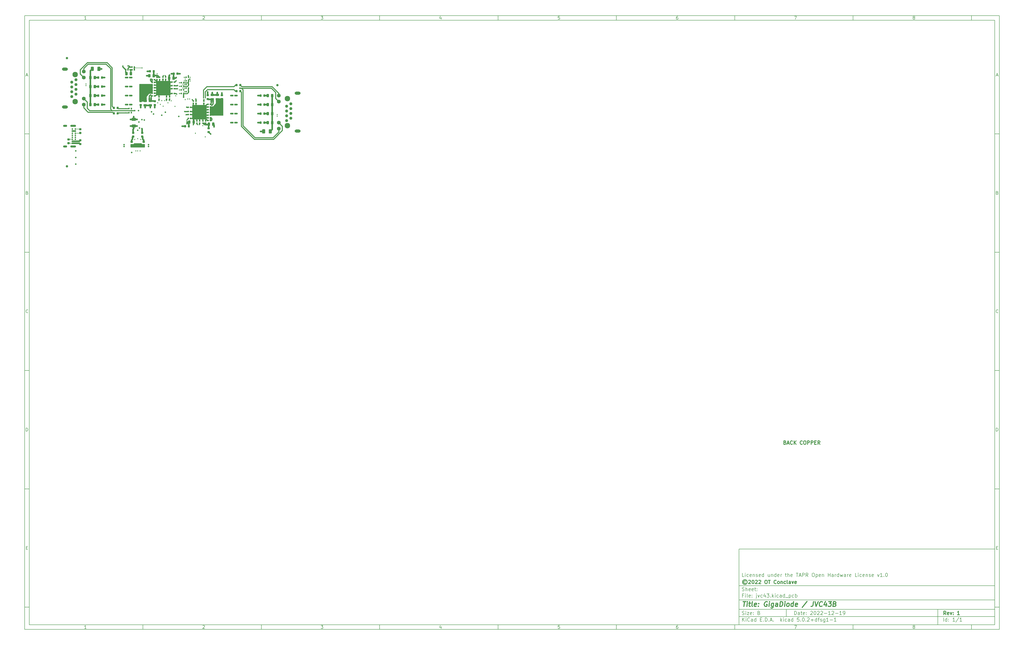
<source format=gbr>
G04 #@! TF.GenerationSoftware,KiCad,Pcbnew,5.0.2+dfsg1-1*
G04 #@! TF.CreationDate,2022-12-19T09:08:40-08:00*
G04 #@! TF.ProjectId,jvc43,6a766334-332e-46b6-9963-61645f706362,1*
G04 #@! TF.SameCoordinates,Original*
G04 #@! TF.FileFunction,Copper,L6,Bot*
G04 #@! TF.FilePolarity,Positive*
%FSLAX46Y46*%
G04 Gerber Fmt 4.6, Leading zero omitted, Abs format (unit mm)*
G04 Created by KiCad (PCBNEW 5.0.2+dfsg1-1) date Mon 19 Dec 2022 09:08:40 AM PST*
%MOMM*%
%LPD*%
G01*
G04 APERTURE LIST*
%ADD10C,0.100000*%
%ADD11C,0.150000*%
%ADD12C,0.300000*%
%ADD13C,0.400000*%
G04 #@! TA.AperFunction,NonConductor*
%ADD14C,0.300000*%
G04 #@! TD*
G04 #@! TA.AperFunction,ComponentPad*
%ADD15C,1.600000*%
G04 #@! TD*
G04 #@! TA.AperFunction,ComponentPad*
%ADD16C,1.295400*%
G04 #@! TD*
G04 #@! TA.AperFunction,ComponentPad*
%ADD17O,2.500000X1.300000*%
G04 #@! TD*
G04 #@! TA.AperFunction,WasherPad*
%ADD18C,2.300000*%
G04 #@! TD*
G04 #@! TA.AperFunction,Conductor*
%ADD19C,0.100000*%
G04 #@! TD*
G04 #@! TA.AperFunction,SMDPad,CuDef*
%ADD20C,0.875000*%
G04 #@! TD*
G04 #@! TA.AperFunction,SMDPad,CuDef*
%ADD21C,0.975000*%
G04 #@! TD*
G04 #@! TA.AperFunction,SMDPad,CuDef*
%ADD22C,1.250000*%
G04 #@! TD*
G04 #@! TA.AperFunction,ComponentPad*
%ADD23O,1.700000X0.900000*%
G04 #@! TD*
G04 #@! TA.AperFunction,ComponentPad*
%ADD24O,2.400000X0.900000*%
G04 #@! TD*
G04 #@! TA.AperFunction,ComponentPad*
%ADD25C,0.650000*%
G04 #@! TD*
G04 #@! TA.AperFunction,SMDPad,CuDef*
%ADD26R,0.600000X0.450000*%
G04 #@! TD*
G04 #@! TA.AperFunction,SMDPad,CuDef*
%ADD27C,0.590000*%
G04 #@! TD*
G04 #@! TA.AperFunction,ComponentPad*
%ADD28C,0.700000*%
G04 #@! TD*
G04 #@! TA.AperFunction,BGAPad,CuDef*
%ADD29C,1.000000*%
G04 #@! TD*
G04 #@! TA.AperFunction,ViaPad*
%ADD30C,0.457200*%
G04 #@! TD*
G04 #@! TA.AperFunction,ViaPad*
%ADD31C,0.635000*%
G04 #@! TD*
G04 #@! TA.AperFunction,Conductor*
%ADD32C,0.203200*%
G04 #@! TD*
G04 #@! TA.AperFunction,Conductor*
%ADD33C,0.635000*%
G04 #@! TD*
G04 #@! TA.AperFunction,Conductor*
%ADD34C,0.508000*%
G04 #@! TD*
G04 #@! TA.AperFunction,Conductor*
%ADD35C,0.198120*%
G04 #@! TD*
G04 #@! TA.AperFunction,Conductor*
%ADD36C,0.381000*%
G04 #@! TD*
G04 #@! TA.AperFunction,Conductor*
%ADD37C,0.254000*%
G04 #@! TD*
G04 APERTURE END LIST*
D10*
D11*
X311800000Y-235400000D02*
X311800000Y-267400000D01*
X419800000Y-267400000D01*
X419800000Y-235400000D01*
X311800000Y-235400000D01*
D10*
D11*
X10000000Y-10000000D02*
X10000000Y-269400000D01*
X421800000Y-269400000D01*
X421800000Y-10000000D01*
X10000000Y-10000000D01*
D10*
D11*
X12000000Y-12000000D02*
X12000000Y-267400000D01*
X419800000Y-267400000D01*
X419800000Y-12000000D01*
X12000000Y-12000000D01*
D10*
D11*
X60000000Y-12000000D02*
X60000000Y-10000000D01*
D10*
D11*
X110000000Y-12000000D02*
X110000000Y-10000000D01*
D10*
D11*
X160000000Y-12000000D02*
X160000000Y-10000000D01*
D10*
D11*
X210000000Y-12000000D02*
X210000000Y-10000000D01*
D10*
D11*
X260000000Y-12000000D02*
X260000000Y-10000000D01*
D10*
D11*
X310000000Y-12000000D02*
X310000000Y-10000000D01*
D10*
D11*
X360000000Y-12000000D02*
X360000000Y-10000000D01*
D10*
D11*
X410000000Y-12000000D02*
X410000000Y-10000000D01*
D10*
D11*
X36065476Y-11588095D02*
X35322619Y-11588095D01*
X35694047Y-11588095D02*
X35694047Y-10288095D01*
X35570238Y-10473809D01*
X35446428Y-10597619D01*
X35322619Y-10659523D01*
D10*
D11*
X85322619Y-10411904D02*
X85384523Y-10350000D01*
X85508333Y-10288095D01*
X85817857Y-10288095D01*
X85941666Y-10350000D01*
X86003571Y-10411904D01*
X86065476Y-10535714D01*
X86065476Y-10659523D01*
X86003571Y-10845238D01*
X85260714Y-11588095D01*
X86065476Y-11588095D01*
D10*
D11*
X135260714Y-10288095D02*
X136065476Y-10288095D01*
X135632142Y-10783333D01*
X135817857Y-10783333D01*
X135941666Y-10845238D01*
X136003571Y-10907142D01*
X136065476Y-11030952D01*
X136065476Y-11340476D01*
X136003571Y-11464285D01*
X135941666Y-11526190D01*
X135817857Y-11588095D01*
X135446428Y-11588095D01*
X135322619Y-11526190D01*
X135260714Y-11464285D01*
D10*
D11*
X185941666Y-10721428D02*
X185941666Y-11588095D01*
X185632142Y-10226190D02*
X185322619Y-11154761D01*
X186127380Y-11154761D01*
D10*
D11*
X236003571Y-10288095D02*
X235384523Y-10288095D01*
X235322619Y-10907142D01*
X235384523Y-10845238D01*
X235508333Y-10783333D01*
X235817857Y-10783333D01*
X235941666Y-10845238D01*
X236003571Y-10907142D01*
X236065476Y-11030952D01*
X236065476Y-11340476D01*
X236003571Y-11464285D01*
X235941666Y-11526190D01*
X235817857Y-11588095D01*
X235508333Y-11588095D01*
X235384523Y-11526190D01*
X235322619Y-11464285D01*
D10*
D11*
X285941666Y-10288095D02*
X285694047Y-10288095D01*
X285570238Y-10350000D01*
X285508333Y-10411904D01*
X285384523Y-10597619D01*
X285322619Y-10845238D01*
X285322619Y-11340476D01*
X285384523Y-11464285D01*
X285446428Y-11526190D01*
X285570238Y-11588095D01*
X285817857Y-11588095D01*
X285941666Y-11526190D01*
X286003571Y-11464285D01*
X286065476Y-11340476D01*
X286065476Y-11030952D01*
X286003571Y-10907142D01*
X285941666Y-10845238D01*
X285817857Y-10783333D01*
X285570238Y-10783333D01*
X285446428Y-10845238D01*
X285384523Y-10907142D01*
X285322619Y-11030952D01*
D10*
D11*
X335260714Y-10288095D02*
X336127380Y-10288095D01*
X335570238Y-11588095D01*
D10*
D11*
X385570238Y-10845238D02*
X385446428Y-10783333D01*
X385384523Y-10721428D01*
X385322619Y-10597619D01*
X385322619Y-10535714D01*
X385384523Y-10411904D01*
X385446428Y-10350000D01*
X385570238Y-10288095D01*
X385817857Y-10288095D01*
X385941666Y-10350000D01*
X386003571Y-10411904D01*
X386065476Y-10535714D01*
X386065476Y-10597619D01*
X386003571Y-10721428D01*
X385941666Y-10783333D01*
X385817857Y-10845238D01*
X385570238Y-10845238D01*
X385446428Y-10907142D01*
X385384523Y-10969047D01*
X385322619Y-11092857D01*
X385322619Y-11340476D01*
X385384523Y-11464285D01*
X385446428Y-11526190D01*
X385570238Y-11588095D01*
X385817857Y-11588095D01*
X385941666Y-11526190D01*
X386003571Y-11464285D01*
X386065476Y-11340476D01*
X386065476Y-11092857D01*
X386003571Y-10969047D01*
X385941666Y-10907142D01*
X385817857Y-10845238D01*
D10*
D11*
X60000000Y-267400000D02*
X60000000Y-269400000D01*
D10*
D11*
X110000000Y-267400000D02*
X110000000Y-269400000D01*
D10*
D11*
X160000000Y-267400000D02*
X160000000Y-269400000D01*
D10*
D11*
X210000000Y-267400000D02*
X210000000Y-269400000D01*
D10*
D11*
X260000000Y-267400000D02*
X260000000Y-269400000D01*
D10*
D11*
X310000000Y-267400000D02*
X310000000Y-269400000D01*
D10*
D11*
X360000000Y-267400000D02*
X360000000Y-269400000D01*
D10*
D11*
X410000000Y-267400000D02*
X410000000Y-269400000D01*
D10*
D11*
X36065476Y-268988095D02*
X35322619Y-268988095D01*
X35694047Y-268988095D02*
X35694047Y-267688095D01*
X35570238Y-267873809D01*
X35446428Y-267997619D01*
X35322619Y-268059523D01*
D10*
D11*
X85322619Y-267811904D02*
X85384523Y-267750000D01*
X85508333Y-267688095D01*
X85817857Y-267688095D01*
X85941666Y-267750000D01*
X86003571Y-267811904D01*
X86065476Y-267935714D01*
X86065476Y-268059523D01*
X86003571Y-268245238D01*
X85260714Y-268988095D01*
X86065476Y-268988095D01*
D10*
D11*
X135260714Y-267688095D02*
X136065476Y-267688095D01*
X135632142Y-268183333D01*
X135817857Y-268183333D01*
X135941666Y-268245238D01*
X136003571Y-268307142D01*
X136065476Y-268430952D01*
X136065476Y-268740476D01*
X136003571Y-268864285D01*
X135941666Y-268926190D01*
X135817857Y-268988095D01*
X135446428Y-268988095D01*
X135322619Y-268926190D01*
X135260714Y-268864285D01*
D10*
D11*
X185941666Y-268121428D02*
X185941666Y-268988095D01*
X185632142Y-267626190D02*
X185322619Y-268554761D01*
X186127380Y-268554761D01*
D10*
D11*
X236003571Y-267688095D02*
X235384523Y-267688095D01*
X235322619Y-268307142D01*
X235384523Y-268245238D01*
X235508333Y-268183333D01*
X235817857Y-268183333D01*
X235941666Y-268245238D01*
X236003571Y-268307142D01*
X236065476Y-268430952D01*
X236065476Y-268740476D01*
X236003571Y-268864285D01*
X235941666Y-268926190D01*
X235817857Y-268988095D01*
X235508333Y-268988095D01*
X235384523Y-268926190D01*
X235322619Y-268864285D01*
D10*
D11*
X285941666Y-267688095D02*
X285694047Y-267688095D01*
X285570238Y-267750000D01*
X285508333Y-267811904D01*
X285384523Y-267997619D01*
X285322619Y-268245238D01*
X285322619Y-268740476D01*
X285384523Y-268864285D01*
X285446428Y-268926190D01*
X285570238Y-268988095D01*
X285817857Y-268988095D01*
X285941666Y-268926190D01*
X286003571Y-268864285D01*
X286065476Y-268740476D01*
X286065476Y-268430952D01*
X286003571Y-268307142D01*
X285941666Y-268245238D01*
X285817857Y-268183333D01*
X285570238Y-268183333D01*
X285446428Y-268245238D01*
X285384523Y-268307142D01*
X285322619Y-268430952D01*
D10*
D11*
X335260714Y-267688095D02*
X336127380Y-267688095D01*
X335570238Y-268988095D01*
D10*
D11*
X385570238Y-268245238D02*
X385446428Y-268183333D01*
X385384523Y-268121428D01*
X385322619Y-267997619D01*
X385322619Y-267935714D01*
X385384523Y-267811904D01*
X385446428Y-267750000D01*
X385570238Y-267688095D01*
X385817857Y-267688095D01*
X385941666Y-267750000D01*
X386003571Y-267811904D01*
X386065476Y-267935714D01*
X386065476Y-267997619D01*
X386003571Y-268121428D01*
X385941666Y-268183333D01*
X385817857Y-268245238D01*
X385570238Y-268245238D01*
X385446428Y-268307142D01*
X385384523Y-268369047D01*
X385322619Y-268492857D01*
X385322619Y-268740476D01*
X385384523Y-268864285D01*
X385446428Y-268926190D01*
X385570238Y-268988095D01*
X385817857Y-268988095D01*
X385941666Y-268926190D01*
X386003571Y-268864285D01*
X386065476Y-268740476D01*
X386065476Y-268492857D01*
X386003571Y-268369047D01*
X385941666Y-268307142D01*
X385817857Y-268245238D01*
D10*
D11*
X10000000Y-60000000D02*
X12000000Y-60000000D01*
D10*
D11*
X10000000Y-110000000D02*
X12000000Y-110000000D01*
D10*
D11*
X10000000Y-160000000D02*
X12000000Y-160000000D01*
D10*
D11*
X10000000Y-210000000D02*
X12000000Y-210000000D01*
D10*
D11*
X10000000Y-260000000D02*
X12000000Y-260000000D01*
D10*
D11*
X10690476Y-35216666D02*
X11309523Y-35216666D01*
X10566666Y-35588095D02*
X11000000Y-34288095D01*
X11433333Y-35588095D01*
D10*
D11*
X11092857Y-84907142D02*
X11278571Y-84969047D01*
X11340476Y-85030952D01*
X11402380Y-85154761D01*
X11402380Y-85340476D01*
X11340476Y-85464285D01*
X11278571Y-85526190D01*
X11154761Y-85588095D01*
X10659523Y-85588095D01*
X10659523Y-84288095D01*
X11092857Y-84288095D01*
X11216666Y-84350000D01*
X11278571Y-84411904D01*
X11340476Y-84535714D01*
X11340476Y-84659523D01*
X11278571Y-84783333D01*
X11216666Y-84845238D01*
X11092857Y-84907142D01*
X10659523Y-84907142D01*
D10*
D11*
X11402380Y-135464285D02*
X11340476Y-135526190D01*
X11154761Y-135588095D01*
X11030952Y-135588095D01*
X10845238Y-135526190D01*
X10721428Y-135402380D01*
X10659523Y-135278571D01*
X10597619Y-135030952D01*
X10597619Y-134845238D01*
X10659523Y-134597619D01*
X10721428Y-134473809D01*
X10845238Y-134350000D01*
X11030952Y-134288095D01*
X11154761Y-134288095D01*
X11340476Y-134350000D01*
X11402380Y-134411904D01*
D10*
D11*
X10659523Y-185588095D02*
X10659523Y-184288095D01*
X10969047Y-184288095D01*
X11154761Y-184350000D01*
X11278571Y-184473809D01*
X11340476Y-184597619D01*
X11402380Y-184845238D01*
X11402380Y-185030952D01*
X11340476Y-185278571D01*
X11278571Y-185402380D01*
X11154761Y-185526190D01*
X10969047Y-185588095D01*
X10659523Y-185588095D01*
D10*
D11*
X10721428Y-234907142D02*
X11154761Y-234907142D01*
X11340476Y-235588095D02*
X10721428Y-235588095D01*
X10721428Y-234288095D01*
X11340476Y-234288095D01*
D10*
D11*
X421800000Y-60000000D02*
X419800000Y-60000000D01*
D10*
D11*
X421800000Y-110000000D02*
X419800000Y-110000000D01*
D10*
D11*
X421800000Y-160000000D02*
X419800000Y-160000000D01*
D10*
D11*
X421800000Y-210000000D02*
X419800000Y-210000000D01*
D10*
D11*
X421800000Y-260000000D02*
X419800000Y-260000000D01*
D10*
D11*
X420490476Y-35216666D02*
X421109523Y-35216666D01*
X420366666Y-35588095D02*
X420800000Y-34288095D01*
X421233333Y-35588095D01*
D10*
D11*
X420892857Y-84907142D02*
X421078571Y-84969047D01*
X421140476Y-85030952D01*
X421202380Y-85154761D01*
X421202380Y-85340476D01*
X421140476Y-85464285D01*
X421078571Y-85526190D01*
X420954761Y-85588095D01*
X420459523Y-85588095D01*
X420459523Y-84288095D01*
X420892857Y-84288095D01*
X421016666Y-84350000D01*
X421078571Y-84411904D01*
X421140476Y-84535714D01*
X421140476Y-84659523D01*
X421078571Y-84783333D01*
X421016666Y-84845238D01*
X420892857Y-84907142D01*
X420459523Y-84907142D01*
D10*
D11*
X421202380Y-135464285D02*
X421140476Y-135526190D01*
X420954761Y-135588095D01*
X420830952Y-135588095D01*
X420645238Y-135526190D01*
X420521428Y-135402380D01*
X420459523Y-135278571D01*
X420397619Y-135030952D01*
X420397619Y-134845238D01*
X420459523Y-134597619D01*
X420521428Y-134473809D01*
X420645238Y-134350000D01*
X420830952Y-134288095D01*
X420954761Y-134288095D01*
X421140476Y-134350000D01*
X421202380Y-134411904D01*
D10*
D11*
X420459523Y-185588095D02*
X420459523Y-184288095D01*
X420769047Y-184288095D01*
X420954761Y-184350000D01*
X421078571Y-184473809D01*
X421140476Y-184597619D01*
X421202380Y-184845238D01*
X421202380Y-185030952D01*
X421140476Y-185278571D01*
X421078571Y-185402380D01*
X420954761Y-185526190D01*
X420769047Y-185588095D01*
X420459523Y-185588095D01*
D10*
D11*
X420521428Y-234907142D02*
X420954761Y-234907142D01*
X421140476Y-235588095D02*
X420521428Y-235588095D01*
X420521428Y-234288095D01*
X421140476Y-234288095D01*
D10*
D11*
X335232142Y-263178571D02*
X335232142Y-261678571D01*
X335589285Y-261678571D01*
X335803571Y-261750000D01*
X335946428Y-261892857D01*
X336017857Y-262035714D01*
X336089285Y-262321428D01*
X336089285Y-262535714D01*
X336017857Y-262821428D01*
X335946428Y-262964285D01*
X335803571Y-263107142D01*
X335589285Y-263178571D01*
X335232142Y-263178571D01*
X337375000Y-263178571D02*
X337375000Y-262392857D01*
X337303571Y-262250000D01*
X337160714Y-262178571D01*
X336875000Y-262178571D01*
X336732142Y-262250000D01*
X337375000Y-263107142D02*
X337232142Y-263178571D01*
X336875000Y-263178571D01*
X336732142Y-263107142D01*
X336660714Y-262964285D01*
X336660714Y-262821428D01*
X336732142Y-262678571D01*
X336875000Y-262607142D01*
X337232142Y-262607142D01*
X337375000Y-262535714D01*
X337875000Y-262178571D02*
X338446428Y-262178571D01*
X338089285Y-261678571D02*
X338089285Y-262964285D01*
X338160714Y-263107142D01*
X338303571Y-263178571D01*
X338446428Y-263178571D01*
X339517857Y-263107142D02*
X339375000Y-263178571D01*
X339089285Y-263178571D01*
X338946428Y-263107142D01*
X338875000Y-262964285D01*
X338875000Y-262392857D01*
X338946428Y-262250000D01*
X339089285Y-262178571D01*
X339375000Y-262178571D01*
X339517857Y-262250000D01*
X339589285Y-262392857D01*
X339589285Y-262535714D01*
X338875000Y-262678571D01*
X340232142Y-263035714D02*
X340303571Y-263107142D01*
X340232142Y-263178571D01*
X340160714Y-263107142D01*
X340232142Y-263035714D01*
X340232142Y-263178571D01*
X340232142Y-262250000D02*
X340303571Y-262321428D01*
X340232142Y-262392857D01*
X340160714Y-262321428D01*
X340232142Y-262250000D01*
X340232142Y-262392857D01*
X342017857Y-261821428D02*
X342089285Y-261750000D01*
X342232142Y-261678571D01*
X342589285Y-261678571D01*
X342732142Y-261750000D01*
X342803571Y-261821428D01*
X342875000Y-261964285D01*
X342875000Y-262107142D01*
X342803571Y-262321428D01*
X341946428Y-263178571D01*
X342875000Y-263178571D01*
X343803571Y-261678571D02*
X343946428Y-261678571D01*
X344089285Y-261750000D01*
X344160714Y-261821428D01*
X344232142Y-261964285D01*
X344303571Y-262250000D01*
X344303571Y-262607142D01*
X344232142Y-262892857D01*
X344160714Y-263035714D01*
X344089285Y-263107142D01*
X343946428Y-263178571D01*
X343803571Y-263178571D01*
X343660714Y-263107142D01*
X343589285Y-263035714D01*
X343517857Y-262892857D01*
X343446428Y-262607142D01*
X343446428Y-262250000D01*
X343517857Y-261964285D01*
X343589285Y-261821428D01*
X343660714Y-261750000D01*
X343803571Y-261678571D01*
X344875000Y-261821428D02*
X344946428Y-261750000D01*
X345089285Y-261678571D01*
X345446428Y-261678571D01*
X345589285Y-261750000D01*
X345660714Y-261821428D01*
X345732142Y-261964285D01*
X345732142Y-262107142D01*
X345660714Y-262321428D01*
X344803571Y-263178571D01*
X345732142Y-263178571D01*
X346303571Y-261821428D02*
X346375000Y-261750000D01*
X346517857Y-261678571D01*
X346875000Y-261678571D01*
X347017857Y-261750000D01*
X347089285Y-261821428D01*
X347160714Y-261964285D01*
X347160714Y-262107142D01*
X347089285Y-262321428D01*
X346232142Y-263178571D01*
X347160714Y-263178571D01*
X347803571Y-262607142D02*
X348946428Y-262607142D01*
X350446428Y-263178571D02*
X349589285Y-263178571D01*
X350017857Y-263178571D02*
X350017857Y-261678571D01*
X349875000Y-261892857D01*
X349732142Y-262035714D01*
X349589285Y-262107142D01*
X351017857Y-261821428D02*
X351089285Y-261750000D01*
X351232142Y-261678571D01*
X351589285Y-261678571D01*
X351732142Y-261750000D01*
X351803571Y-261821428D01*
X351875000Y-261964285D01*
X351875000Y-262107142D01*
X351803571Y-262321428D01*
X350946428Y-263178571D01*
X351875000Y-263178571D01*
X352517857Y-262607142D02*
X353660714Y-262607142D01*
X355160714Y-263178571D02*
X354303571Y-263178571D01*
X354732142Y-263178571D02*
X354732142Y-261678571D01*
X354589285Y-261892857D01*
X354446428Y-262035714D01*
X354303571Y-262107142D01*
X355875000Y-263178571D02*
X356160714Y-263178571D01*
X356303571Y-263107142D01*
X356375000Y-263035714D01*
X356517857Y-262821428D01*
X356589285Y-262535714D01*
X356589285Y-261964285D01*
X356517857Y-261821428D01*
X356446428Y-261750000D01*
X356303571Y-261678571D01*
X356017857Y-261678571D01*
X355875000Y-261750000D01*
X355803571Y-261821428D01*
X355732142Y-261964285D01*
X355732142Y-262321428D01*
X355803571Y-262464285D01*
X355875000Y-262535714D01*
X356017857Y-262607142D01*
X356303571Y-262607142D01*
X356446428Y-262535714D01*
X356517857Y-262464285D01*
X356589285Y-262321428D01*
D10*
D11*
X311800000Y-263900000D02*
X419800000Y-263900000D01*
D10*
D11*
X313232142Y-265978571D02*
X313232142Y-264478571D01*
X314089285Y-265978571D02*
X313446428Y-265121428D01*
X314089285Y-264478571D02*
X313232142Y-265335714D01*
X314732142Y-265978571D02*
X314732142Y-264978571D01*
X314732142Y-264478571D02*
X314660714Y-264550000D01*
X314732142Y-264621428D01*
X314803571Y-264550000D01*
X314732142Y-264478571D01*
X314732142Y-264621428D01*
X316303571Y-265835714D02*
X316232142Y-265907142D01*
X316017857Y-265978571D01*
X315875000Y-265978571D01*
X315660714Y-265907142D01*
X315517857Y-265764285D01*
X315446428Y-265621428D01*
X315375000Y-265335714D01*
X315375000Y-265121428D01*
X315446428Y-264835714D01*
X315517857Y-264692857D01*
X315660714Y-264550000D01*
X315875000Y-264478571D01*
X316017857Y-264478571D01*
X316232142Y-264550000D01*
X316303571Y-264621428D01*
X317589285Y-265978571D02*
X317589285Y-265192857D01*
X317517857Y-265050000D01*
X317375000Y-264978571D01*
X317089285Y-264978571D01*
X316946428Y-265050000D01*
X317589285Y-265907142D02*
X317446428Y-265978571D01*
X317089285Y-265978571D01*
X316946428Y-265907142D01*
X316875000Y-265764285D01*
X316875000Y-265621428D01*
X316946428Y-265478571D01*
X317089285Y-265407142D01*
X317446428Y-265407142D01*
X317589285Y-265335714D01*
X318946428Y-265978571D02*
X318946428Y-264478571D01*
X318946428Y-265907142D02*
X318803571Y-265978571D01*
X318517857Y-265978571D01*
X318375000Y-265907142D01*
X318303571Y-265835714D01*
X318232142Y-265692857D01*
X318232142Y-265264285D01*
X318303571Y-265121428D01*
X318375000Y-265050000D01*
X318517857Y-264978571D01*
X318803571Y-264978571D01*
X318946428Y-265050000D01*
X320803571Y-265192857D02*
X321303571Y-265192857D01*
X321517857Y-265978571D02*
X320803571Y-265978571D01*
X320803571Y-264478571D01*
X321517857Y-264478571D01*
X322160714Y-265835714D02*
X322232142Y-265907142D01*
X322160714Y-265978571D01*
X322089285Y-265907142D01*
X322160714Y-265835714D01*
X322160714Y-265978571D01*
X322875000Y-265978571D02*
X322875000Y-264478571D01*
X323232142Y-264478571D01*
X323446428Y-264550000D01*
X323589285Y-264692857D01*
X323660714Y-264835714D01*
X323732142Y-265121428D01*
X323732142Y-265335714D01*
X323660714Y-265621428D01*
X323589285Y-265764285D01*
X323446428Y-265907142D01*
X323232142Y-265978571D01*
X322875000Y-265978571D01*
X324375000Y-265835714D02*
X324446428Y-265907142D01*
X324375000Y-265978571D01*
X324303571Y-265907142D01*
X324375000Y-265835714D01*
X324375000Y-265978571D01*
X325017857Y-265550000D02*
X325732142Y-265550000D01*
X324875000Y-265978571D02*
X325375000Y-264478571D01*
X325875000Y-265978571D01*
X326375000Y-265835714D02*
X326446428Y-265907142D01*
X326375000Y-265978571D01*
X326303571Y-265907142D01*
X326375000Y-265835714D01*
X326375000Y-265978571D01*
X329375000Y-265978571D02*
X329375000Y-264478571D01*
X329517857Y-265407142D02*
X329946428Y-265978571D01*
X329946428Y-264978571D02*
X329375000Y-265550000D01*
X330589285Y-265978571D02*
X330589285Y-264978571D01*
X330589285Y-264478571D02*
X330517857Y-264550000D01*
X330589285Y-264621428D01*
X330660714Y-264550000D01*
X330589285Y-264478571D01*
X330589285Y-264621428D01*
X331946428Y-265907142D02*
X331803571Y-265978571D01*
X331517857Y-265978571D01*
X331375000Y-265907142D01*
X331303571Y-265835714D01*
X331232142Y-265692857D01*
X331232142Y-265264285D01*
X331303571Y-265121428D01*
X331375000Y-265050000D01*
X331517857Y-264978571D01*
X331803571Y-264978571D01*
X331946428Y-265050000D01*
X333232142Y-265978571D02*
X333232142Y-265192857D01*
X333160714Y-265050000D01*
X333017857Y-264978571D01*
X332732142Y-264978571D01*
X332589285Y-265050000D01*
X333232142Y-265907142D02*
X333089285Y-265978571D01*
X332732142Y-265978571D01*
X332589285Y-265907142D01*
X332517857Y-265764285D01*
X332517857Y-265621428D01*
X332589285Y-265478571D01*
X332732142Y-265407142D01*
X333089285Y-265407142D01*
X333232142Y-265335714D01*
X334589285Y-265978571D02*
X334589285Y-264478571D01*
X334589285Y-265907142D02*
X334446428Y-265978571D01*
X334160714Y-265978571D01*
X334017857Y-265907142D01*
X333946428Y-265835714D01*
X333875000Y-265692857D01*
X333875000Y-265264285D01*
X333946428Y-265121428D01*
X334017857Y-265050000D01*
X334160714Y-264978571D01*
X334446428Y-264978571D01*
X334589285Y-265050000D01*
X337160714Y-264478571D02*
X336446428Y-264478571D01*
X336375000Y-265192857D01*
X336446428Y-265121428D01*
X336589285Y-265050000D01*
X336946428Y-265050000D01*
X337089285Y-265121428D01*
X337160714Y-265192857D01*
X337232142Y-265335714D01*
X337232142Y-265692857D01*
X337160714Y-265835714D01*
X337089285Y-265907142D01*
X336946428Y-265978571D01*
X336589285Y-265978571D01*
X336446428Y-265907142D01*
X336375000Y-265835714D01*
X337875000Y-265835714D02*
X337946428Y-265907142D01*
X337875000Y-265978571D01*
X337803571Y-265907142D01*
X337875000Y-265835714D01*
X337875000Y-265978571D01*
X338875000Y-264478571D02*
X339017857Y-264478571D01*
X339160714Y-264550000D01*
X339232142Y-264621428D01*
X339303571Y-264764285D01*
X339375000Y-265050000D01*
X339375000Y-265407142D01*
X339303571Y-265692857D01*
X339232142Y-265835714D01*
X339160714Y-265907142D01*
X339017857Y-265978571D01*
X338875000Y-265978571D01*
X338732142Y-265907142D01*
X338660714Y-265835714D01*
X338589285Y-265692857D01*
X338517857Y-265407142D01*
X338517857Y-265050000D01*
X338589285Y-264764285D01*
X338660714Y-264621428D01*
X338732142Y-264550000D01*
X338875000Y-264478571D01*
X340017857Y-265835714D02*
X340089285Y-265907142D01*
X340017857Y-265978571D01*
X339946428Y-265907142D01*
X340017857Y-265835714D01*
X340017857Y-265978571D01*
X340660714Y-264621428D02*
X340732142Y-264550000D01*
X340875000Y-264478571D01*
X341232142Y-264478571D01*
X341375000Y-264550000D01*
X341446428Y-264621428D01*
X341517857Y-264764285D01*
X341517857Y-264907142D01*
X341446428Y-265121428D01*
X340589285Y-265978571D01*
X341517857Y-265978571D01*
X342160714Y-265407142D02*
X343303571Y-265407142D01*
X342732142Y-265978571D02*
X342732142Y-264835714D01*
X344660714Y-265978571D02*
X344660714Y-264478571D01*
X344660714Y-265907142D02*
X344517857Y-265978571D01*
X344232142Y-265978571D01*
X344089285Y-265907142D01*
X344017857Y-265835714D01*
X343946428Y-265692857D01*
X343946428Y-265264285D01*
X344017857Y-265121428D01*
X344089285Y-265050000D01*
X344232142Y-264978571D01*
X344517857Y-264978571D01*
X344660714Y-265050000D01*
X345160714Y-264978571D02*
X345732142Y-264978571D01*
X345375000Y-265978571D02*
X345375000Y-264692857D01*
X345446428Y-264550000D01*
X345589285Y-264478571D01*
X345732142Y-264478571D01*
X346160714Y-265907142D02*
X346303571Y-265978571D01*
X346589285Y-265978571D01*
X346732142Y-265907142D01*
X346803571Y-265764285D01*
X346803571Y-265692857D01*
X346732142Y-265550000D01*
X346589285Y-265478571D01*
X346375000Y-265478571D01*
X346232142Y-265407142D01*
X346160714Y-265264285D01*
X346160714Y-265192857D01*
X346232142Y-265050000D01*
X346375000Y-264978571D01*
X346589285Y-264978571D01*
X346732142Y-265050000D01*
X348089285Y-264978571D02*
X348089285Y-266192857D01*
X348017857Y-266335714D01*
X347946428Y-266407142D01*
X347803571Y-266478571D01*
X347589285Y-266478571D01*
X347446428Y-266407142D01*
X348089285Y-265907142D02*
X347946428Y-265978571D01*
X347660714Y-265978571D01*
X347517857Y-265907142D01*
X347446428Y-265835714D01*
X347375000Y-265692857D01*
X347375000Y-265264285D01*
X347446428Y-265121428D01*
X347517857Y-265050000D01*
X347660714Y-264978571D01*
X347946428Y-264978571D01*
X348089285Y-265050000D01*
X349589285Y-265978571D02*
X348732142Y-265978571D01*
X349160714Y-265978571D02*
X349160714Y-264478571D01*
X349017857Y-264692857D01*
X348875000Y-264835714D01*
X348732142Y-264907142D01*
X350232142Y-265407142D02*
X351375000Y-265407142D01*
X352875000Y-265978571D02*
X352017857Y-265978571D01*
X352446428Y-265978571D02*
X352446428Y-264478571D01*
X352303571Y-264692857D01*
X352160714Y-264835714D01*
X352017857Y-264907142D01*
D10*
D11*
X311800000Y-260900000D02*
X419800000Y-260900000D01*
D10*
D12*
X399209285Y-263178571D02*
X398709285Y-262464285D01*
X398352142Y-263178571D02*
X398352142Y-261678571D01*
X398923571Y-261678571D01*
X399066428Y-261750000D01*
X399137857Y-261821428D01*
X399209285Y-261964285D01*
X399209285Y-262178571D01*
X399137857Y-262321428D01*
X399066428Y-262392857D01*
X398923571Y-262464285D01*
X398352142Y-262464285D01*
X400423571Y-263107142D02*
X400280714Y-263178571D01*
X399995000Y-263178571D01*
X399852142Y-263107142D01*
X399780714Y-262964285D01*
X399780714Y-262392857D01*
X399852142Y-262250000D01*
X399995000Y-262178571D01*
X400280714Y-262178571D01*
X400423571Y-262250000D01*
X400495000Y-262392857D01*
X400495000Y-262535714D01*
X399780714Y-262678571D01*
X400995000Y-262178571D02*
X401352142Y-263178571D01*
X401709285Y-262178571D01*
X402280714Y-263035714D02*
X402352142Y-263107142D01*
X402280714Y-263178571D01*
X402209285Y-263107142D01*
X402280714Y-263035714D01*
X402280714Y-263178571D01*
X402280714Y-262250000D02*
X402352142Y-262321428D01*
X402280714Y-262392857D01*
X402209285Y-262321428D01*
X402280714Y-262250000D01*
X402280714Y-262392857D01*
X404923571Y-263178571D02*
X404066428Y-263178571D01*
X404495000Y-263178571D02*
X404495000Y-261678571D01*
X404352142Y-261892857D01*
X404209285Y-262035714D01*
X404066428Y-262107142D01*
D10*
D11*
X313160714Y-263107142D02*
X313375000Y-263178571D01*
X313732142Y-263178571D01*
X313875000Y-263107142D01*
X313946428Y-263035714D01*
X314017857Y-262892857D01*
X314017857Y-262750000D01*
X313946428Y-262607142D01*
X313875000Y-262535714D01*
X313732142Y-262464285D01*
X313446428Y-262392857D01*
X313303571Y-262321428D01*
X313232142Y-262250000D01*
X313160714Y-262107142D01*
X313160714Y-261964285D01*
X313232142Y-261821428D01*
X313303571Y-261750000D01*
X313446428Y-261678571D01*
X313803571Y-261678571D01*
X314017857Y-261750000D01*
X314660714Y-263178571D02*
X314660714Y-262178571D01*
X314660714Y-261678571D02*
X314589285Y-261750000D01*
X314660714Y-261821428D01*
X314732142Y-261750000D01*
X314660714Y-261678571D01*
X314660714Y-261821428D01*
X315232142Y-262178571D02*
X316017857Y-262178571D01*
X315232142Y-263178571D01*
X316017857Y-263178571D01*
X317160714Y-263107142D02*
X317017857Y-263178571D01*
X316732142Y-263178571D01*
X316589285Y-263107142D01*
X316517857Y-262964285D01*
X316517857Y-262392857D01*
X316589285Y-262250000D01*
X316732142Y-262178571D01*
X317017857Y-262178571D01*
X317160714Y-262250000D01*
X317232142Y-262392857D01*
X317232142Y-262535714D01*
X316517857Y-262678571D01*
X317875000Y-263035714D02*
X317946428Y-263107142D01*
X317875000Y-263178571D01*
X317803571Y-263107142D01*
X317875000Y-263035714D01*
X317875000Y-263178571D01*
X317875000Y-262250000D02*
X317946428Y-262321428D01*
X317875000Y-262392857D01*
X317803571Y-262321428D01*
X317875000Y-262250000D01*
X317875000Y-262392857D01*
X320232142Y-262392857D02*
X320446428Y-262464285D01*
X320517857Y-262535714D01*
X320589285Y-262678571D01*
X320589285Y-262892857D01*
X320517857Y-263035714D01*
X320446428Y-263107142D01*
X320303571Y-263178571D01*
X319732142Y-263178571D01*
X319732142Y-261678571D01*
X320232142Y-261678571D01*
X320375000Y-261750000D01*
X320446428Y-261821428D01*
X320517857Y-261964285D01*
X320517857Y-262107142D01*
X320446428Y-262250000D01*
X320375000Y-262321428D01*
X320232142Y-262392857D01*
X319732142Y-262392857D01*
D10*
D11*
X398232142Y-265978571D02*
X398232142Y-264478571D01*
X399589285Y-265978571D02*
X399589285Y-264478571D01*
X399589285Y-265907142D02*
X399446428Y-265978571D01*
X399160714Y-265978571D01*
X399017857Y-265907142D01*
X398946428Y-265835714D01*
X398875000Y-265692857D01*
X398875000Y-265264285D01*
X398946428Y-265121428D01*
X399017857Y-265050000D01*
X399160714Y-264978571D01*
X399446428Y-264978571D01*
X399589285Y-265050000D01*
X400303571Y-265835714D02*
X400375000Y-265907142D01*
X400303571Y-265978571D01*
X400232142Y-265907142D01*
X400303571Y-265835714D01*
X400303571Y-265978571D01*
X400303571Y-265050000D02*
X400375000Y-265121428D01*
X400303571Y-265192857D01*
X400232142Y-265121428D01*
X400303571Y-265050000D01*
X400303571Y-265192857D01*
X402946428Y-265978571D02*
X402089285Y-265978571D01*
X402517857Y-265978571D02*
X402517857Y-264478571D01*
X402375000Y-264692857D01*
X402232142Y-264835714D01*
X402089285Y-264907142D01*
X404660714Y-264407142D02*
X403375000Y-266335714D01*
X405946428Y-265978571D02*
X405089285Y-265978571D01*
X405517857Y-265978571D02*
X405517857Y-264478571D01*
X405375000Y-264692857D01*
X405232142Y-264835714D01*
X405089285Y-264907142D01*
D10*
D11*
X311800000Y-256900000D02*
X419800000Y-256900000D01*
D10*
D13*
X313512380Y-257604761D02*
X314655238Y-257604761D01*
X313833809Y-259604761D02*
X314083809Y-257604761D01*
X315071904Y-259604761D02*
X315238571Y-258271428D01*
X315321904Y-257604761D02*
X315214761Y-257700000D01*
X315298095Y-257795238D01*
X315405238Y-257700000D01*
X315321904Y-257604761D01*
X315298095Y-257795238D01*
X315905238Y-258271428D02*
X316667142Y-258271428D01*
X316274285Y-257604761D02*
X316060000Y-259319047D01*
X316131428Y-259509523D01*
X316310000Y-259604761D01*
X316500476Y-259604761D01*
X317452857Y-259604761D02*
X317274285Y-259509523D01*
X317202857Y-259319047D01*
X317417142Y-257604761D01*
X318988571Y-259509523D02*
X318786190Y-259604761D01*
X318405238Y-259604761D01*
X318226666Y-259509523D01*
X318155238Y-259319047D01*
X318250476Y-258557142D01*
X318369523Y-258366666D01*
X318571904Y-258271428D01*
X318952857Y-258271428D01*
X319131428Y-258366666D01*
X319202857Y-258557142D01*
X319179047Y-258747619D01*
X318202857Y-258938095D01*
X319952857Y-259414285D02*
X320036190Y-259509523D01*
X319929047Y-259604761D01*
X319845714Y-259509523D01*
X319952857Y-259414285D01*
X319929047Y-259604761D01*
X320083809Y-258366666D02*
X320167142Y-258461904D01*
X320060000Y-258557142D01*
X319976666Y-258461904D01*
X320083809Y-258366666D01*
X320060000Y-258557142D01*
X323690952Y-257700000D02*
X323512380Y-257604761D01*
X323226666Y-257604761D01*
X322929047Y-257700000D01*
X322714761Y-257890476D01*
X322595714Y-258080952D01*
X322452857Y-258461904D01*
X322417142Y-258747619D01*
X322464761Y-259128571D01*
X322536190Y-259319047D01*
X322702857Y-259509523D01*
X322976666Y-259604761D01*
X323167142Y-259604761D01*
X323464761Y-259509523D01*
X323571904Y-259414285D01*
X323655238Y-258747619D01*
X323274285Y-258747619D01*
X324405238Y-259604761D02*
X324571904Y-258271428D01*
X324655238Y-257604761D02*
X324548095Y-257700000D01*
X324631428Y-257795238D01*
X324738571Y-257700000D01*
X324655238Y-257604761D01*
X324631428Y-257795238D01*
X326381428Y-258271428D02*
X326179047Y-259890476D01*
X326060000Y-260080952D01*
X325952857Y-260176190D01*
X325750476Y-260271428D01*
X325464761Y-260271428D01*
X325286190Y-260176190D01*
X326226666Y-259509523D02*
X326024285Y-259604761D01*
X325643333Y-259604761D01*
X325464761Y-259509523D01*
X325381428Y-259414285D01*
X325310000Y-259223809D01*
X325381428Y-258652380D01*
X325500476Y-258461904D01*
X325607619Y-258366666D01*
X325810000Y-258271428D01*
X326190952Y-258271428D01*
X326369523Y-258366666D01*
X328024285Y-259604761D02*
X328155238Y-258557142D01*
X328083809Y-258366666D01*
X327905238Y-258271428D01*
X327524285Y-258271428D01*
X327321904Y-258366666D01*
X328036190Y-259509523D02*
X327833809Y-259604761D01*
X327357619Y-259604761D01*
X327179047Y-259509523D01*
X327107619Y-259319047D01*
X327131428Y-259128571D01*
X327250476Y-258938095D01*
X327452857Y-258842857D01*
X327929047Y-258842857D01*
X328131428Y-258747619D01*
X328976666Y-259604761D02*
X329226666Y-257604761D01*
X329702857Y-257604761D01*
X329976666Y-257700000D01*
X330143333Y-257890476D01*
X330214761Y-258080952D01*
X330262380Y-258461904D01*
X330226666Y-258747619D01*
X330083809Y-259128571D01*
X329964761Y-259319047D01*
X329750476Y-259509523D01*
X329452857Y-259604761D01*
X328976666Y-259604761D01*
X330976666Y-259604761D02*
X331143333Y-258271428D01*
X331226666Y-257604761D02*
X331119523Y-257700000D01*
X331202857Y-257795238D01*
X331310000Y-257700000D01*
X331226666Y-257604761D01*
X331202857Y-257795238D01*
X332214761Y-259604761D02*
X332036190Y-259509523D01*
X331952857Y-259414285D01*
X331881428Y-259223809D01*
X331952857Y-258652380D01*
X332071904Y-258461904D01*
X332179047Y-258366666D01*
X332381428Y-258271428D01*
X332667142Y-258271428D01*
X332845714Y-258366666D01*
X332929047Y-258461904D01*
X333000476Y-258652380D01*
X332929047Y-259223809D01*
X332810000Y-259414285D01*
X332702857Y-259509523D01*
X332500476Y-259604761D01*
X332214761Y-259604761D01*
X334595714Y-259604761D02*
X334845714Y-257604761D01*
X334607619Y-259509523D02*
X334405238Y-259604761D01*
X334024285Y-259604761D01*
X333845714Y-259509523D01*
X333762380Y-259414285D01*
X333690952Y-259223809D01*
X333762380Y-258652380D01*
X333881428Y-258461904D01*
X333988571Y-258366666D01*
X334190952Y-258271428D01*
X334571904Y-258271428D01*
X334750476Y-258366666D01*
X336321904Y-259509523D02*
X336119523Y-259604761D01*
X335738571Y-259604761D01*
X335560000Y-259509523D01*
X335488571Y-259319047D01*
X335583809Y-258557142D01*
X335702857Y-258366666D01*
X335905238Y-258271428D01*
X336286190Y-258271428D01*
X336464761Y-258366666D01*
X336536190Y-258557142D01*
X336512380Y-258747619D01*
X335536190Y-258938095D01*
X340476666Y-257509523D02*
X338440952Y-260080952D01*
X343226666Y-257604761D02*
X343048095Y-259033333D01*
X342917142Y-259319047D01*
X342702857Y-259509523D01*
X342405238Y-259604761D01*
X342214761Y-259604761D01*
X343893333Y-257604761D02*
X344310000Y-259604761D01*
X345226666Y-257604761D01*
X346810000Y-259414285D02*
X346702857Y-259509523D01*
X346405238Y-259604761D01*
X346214761Y-259604761D01*
X345940952Y-259509523D01*
X345774285Y-259319047D01*
X345702857Y-259128571D01*
X345655238Y-258747619D01*
X345690952Y-258461904D01*
X345833809Y-258080952D01*
X345952857Y-257890476D01*
X346167142Y-257700000D01*
X346464761Y-257604761D01*
X346655238Y-257604761D01*
X346929047Y-257700000D01*
X347012380Y-257795238D01*
X348667142Y-258271428D02*
X348500476Y-259604761D01*
X348286190Y-257509523D02*
X347631428Y-258938095D01*
X348869523Y-258938095D01*
X349607619Y-257604761D02*
X350845714Y-257604761D01*
X350083809Y-258366666D01*
X350369523Y-258366666D01*
X350548095Y-258461904D01*
X350631428Y-258557142D01*
X350702857Y-258747619D01*
X350643333Y-259223809D01*
X350524285Y-259414285D01*
X350417142Y-259509523D01*
X350214761Y-259604761D01*
X349643333Y-259604761D01*
X349464761Y-259509523D01*
X349381428Y-259414285D01*
X352250476Y-258557142D02*
X352524285Y-258652380D01*
X352607619Y-258747619D01*
X352679047Y-258938095D01*
X352643333Y-259223809D01*
X352524285Y-259414285D01*
X352417142Y-259509523D01*
X352214761Y-259604761D01*
X351452857Y-259604761D01*
X351702857Y-257604761D01*
X352369523Y-257604761D01*
X352548095Y-257700000D01*
X352631428Y-257795238D01*
X352702857Y-257985714D01*
X352679047Y-258176190D01*
X352560000Y-258366666D01*
X352452857Y-258461904D01*
X352250476Y-258557142D01*
X351583809Y-258557142D01*
D10*
D11*
X313732142Y-254992857D02*
X313232142Y-254992857D01*
X313232142Y-255778571D02*
X313232142Y-254278571D01*
X313946428Y-254278571D01*
X314517857Y-255778571D02*
X314517857Y-254778571D01*
X314517857Y-254278571D02*
X314446428Y-254350000D01*
X314517857Y-254421428D01*
X314589285Y-254350000D01*
X314517857Y-254278571D01*
X314517857Y-254421428D01*
X315446428Y-255778571D02*
X315303571Y-255707142D01*
X315232142Y-255564285D01*
X315232142Y-254278571D01*
X316589285Y-255707142D02*
X316446428Y-255778571D01*
X316160714Y-255778571D01*
X316017857Y-255707142D01*
X315946428Y-255564285D01*
X315946428Y-254992857D01*
X316017857Y-254850000D01*
X316160714Y-254778571D01*
X316446428Y-254778571D01*
X316589285Y-254850000D01*
X316660714Y-254992857D01*
X316660714Y-255135714D01*
X315946428Y-255278571D01*
X317303571Y-255635714D02*
X317375000Y-255707142D01*
X317303571Y-255778571D01*
X317232142Y-255707142D01*
X317303571Y-255635714D01*
X317303571Y-255778571D01*
X317303571Y-254850000D02*
X317375000Y-254921428D01*
X317303571Y-254992857D01*
X317232142Y-254921428D01*
X317303571Y-254850000D01*
X317303571Y-254992857D01*
X319160714Y-254778571D02*
X319160714Y-256064285D01*
X319089285Y-256207142D01*
X318946428Y-256278571D01*
X318875000Y-256278571D01*
X319160714Y-254278571D02*
X319089285Y-254350000D01*
X319160714Y-254421428D01*
X319232142Y-254350000D01*
X319160714Y-254278571D01*
X319160714Y-254421428D01*
X319732142Y-254778571D02*
X320089285Y-255778571D01*
X320446428Y-254778571D01*
X321660714Y-255707142D02*
X321517857Y-255778571D01*
X321232142Y-255778571D01*
X321089285Y-255707142D01*
X321017857Y-255635714D01*
X320946428Y-255492857D01*
X320946428Y-255064285D01*
X321017857Y-254921428D01*
X321089285Y-254850000D01*
X321232142Y-254778571D01*
X321517857Y-254778571D01*
X321660714Y-254850000D01*
X322946428Y-254778571D02*
X322946428Y-255778571D01*
X322589285Y-254207142D02*
X322232142Y-255278571D01*
X323160714Y-255278571D01*
X323589285Y-254278571D02*
X324517857Y-254278571D01*
X324017857Y-254850000D01*
X324232142Y-254850000D01*
X324375000Y-254921428D01*
X324446428Y-254992857D01*
X324517857Y-255135714D01*
X324517857Y-255492857D01*
X324446428Y-255635714D01*
X324375000Y-255707142D01*
X324232142Y-255778571D01*
X323803571Y-255778571D01*
X323660714Y-255707142D01*
X323589285Y-255635714D01*
X325160714Y-255635714D02*
X325232142Y-255707142D01*
X325160714Y-255778571D01*
X325089285Y-255707142D01*
X325160714Y-255635714D01*
X325160714Y-255778571D01*
X325875000Y-255778571D02*
X325875000Y-254278571D01*
X326017857Y-255207142D02*
X326446428Y-255778571D01*
X326446428Y-254778571D02*
X325875000Y-255350000D01*
X327089285Y-255778571D02*
X327089285Y-254778571D01*
X327089285Y-254278571D02*
X327017857Y-254350000D01*
X327089285Y-254421428D01*
X327160714Y-254350000D01*
X327089285Y-254278571D01*
X327089285Y-254421428D01*
X328446428Y-255707142D02*
X328303571Y-255778571D01*
X328017857Y-255778571D01*
X327875000Y-255707142D01*
X327803571Y-255635714D01*
X327732142Y-255492857D01*
X327732142Y-255064285D01*
X327803571Y-254921428D01*
X327875000Y-254850000D01*
X328017857Y-254778571D01*
X328303571Y-254778571D01*
X328446428Y-254850000D01*
X329732142Y-255778571D02*
X329732142Y-254992857D01*
X329660714Y-254850000D01*
X329517857Y-254778571D01*
X329232142Y-254778571D01*
X329089285Y-254850000D01*
X329732142Y-255707142D02*
X329589285Y-255778571D01*
X329232142Y-255778571D01*
X329089285Y-255707142D01*
X329017857Y-255564285D01*
X329017857Y-255421428D01*
X329089285Y-255278571D01*
X329232142Y-255207142D01*
X329589285Y-255207142D01*
X329732142Y-255135714D01*
X331089285Y-255778571D02*
X331089285Y-254278571D01*
X331089285Y-255707142D02*
X330946428Y-255778571D01*
X330660714Y-255778571D01*
X330517857Y-255707142D01*
X330446428Y-255635714D01*
X330375000Y-255492857D01*
X330375000Y-255064285D01*
X330446428Y-254921428D01*
X330517857Y-254850000D01*
X330660714Y-254778571D01*
X330946428Y-254778571D01*
X331089285Y-254850000D01*
X331446428Y-255921428D02*
X332589285Y-255921428D01*
X332946428Y-254778571D02*
X332946428Y-256278571D01*
X332946428Y-254850000D02*
X333089285Y-254778571D01*
X333375000Y-254778571D01*
X333517857Y-254850000D01*
X333589285Y-254921428D01*
X333660714Y-255064285D01*
X333660714Y-255492857D01*
X333589285Y-255635714D01*
X333517857Y-255707142D01*
X333375000Y-255778571D01*
X333089285Y-255778571D01*
X332946428Y-255707142D01*
X334946428Y-255707142D02*
X334803571Y-255778571D01*
X334517857Y-255778571D01*
X334375000Y-255707142D01*
X334303571Y-255635714D01*
X334232142Y-255492857D01*
X334232142Y-255064285D01*
X334303571Y-254921428D01*
X334375000Y-254850000D01*
X334517857Y-254778571D01*
X334803571Y-254778571D01*
X334946428Y-254850000D01*
X335589285Y-255778571D02*
X335589285Y-254278571D01*
X335589285Y-254850000D02*
X335732142Y-254778571D01*
X336017857Y-254778571D01*
X336160714Y-254850000D01*
X336232142Y-254921428D01*
X336303571Y-255064285D01*
X336303571Y-255492857D01*
X336232142Y-255635714D01*
X336160714Y-255707142D01*
X336017857Y-255778571D01*
X335732142Y-255778571D01*
X335589285Y-255707142D01*
D10*
D11*
X311800000Y-250900000D02*
X419800000Y-250900000D01*
D10*
D11*
X313160714Y-253007142D02*
X313375000Y-253078571D01*
X313732142Y-253078571D01*
X313875000Y-253007142D01*
X313946428Y-252935714D01*
X314017857Y-252792857D01*
X314017857Y-252650000D01*
X313946428Y-252507142D01*
X313875000Y-252435714D01*
X313732142Y-252364285D01*
X313446428Y-252292857D01*
X313303571Y-252221428D01*
X313232142Y-252150000D01*
X313160714Y-252007142D01*
X313160714Y-251864285D01*
X313232142Y-251721428D01*
X313303571Y-251650000D01*
X313446428Y-251578571D01*
X313803571Y-251578571D01*
X314017857Y-251650000D01*
X314660714Y-253078571D02*
X314660714Y-251578571D01*
X315303571Y-253078571D02*
X315303571Y-252292857D01*
X315232142Y-252150000D01*
X315089285Y-252078571D01*
X314875000Y-252078571D01*
X314732142Y-252150000D01*
X314660714Y-252221428D01*
X316589285Y-253007142D02*
X316446428Y-253078571D01*
X316160714Y-253078571D01*
X316017857Y-253007142D01*
X315946428Y-252864285D01*
X315946428Y-252292857D01*
X316017857Y-252150000D01*
X316160714Y-252078571D01*
X316446428Y-252078571D01*
X316589285Y-252150000D01*
X316660714Y-252292857D01*
X316660714Y-252435714D01*
X315946428Y-252578571D01*
X317875000Y-253007142D02*
X317732142Y-253078571D01*
X317446428Y-253078571D01*
X317303571Y-253007142D01*
X317232142Y-252864285D01*
X317232142Y-252292857D01*
X317303571Y-252150000D01*
X317446428Y-252078571D01*
X317732142Y-252078571D01*
X317875000Y-252150000D01*
X317946428Y-252292857D01*
X317946428Y-252435714D01*
X317232142Y-252578571D01*
X318375000Y-252078571D02*
X318946428Y-252078571D01*
X318589285Y-251578571D02*
X318589285Y-252864285D01*
X318660714Y-253007142D01*
X318803571Y-253078571D01*
X318946428Y-253078571D01*
X319446428Y-252935714D02*
X319517857Y-253007142D01*
X319446428Y-253078571D01*
X319375000Y-253007142D01*
X319446428Y-252935714D01*
X319446428Y-253078571D01*
X319446428Y-252150000D02*
X319517857Y-252221428D01*
X319446428Y-252292857D01*
X319375000Y-252221428D01*
X319446428Y-252150000D01*
X319446428Y-252292857D01*
D10*
D12*
X314566428Y-248935714D02*
X314423571Y-248864285D01*
X314137857Y-248864285D01*
X313995000Y-248935714D01*
X313852142Y-249078571D01*
X313780714Y-249221428D01*
X313780714Y-249507142D01*
X313852142Y-249650000D01*
X313995000Y-249792857D01*
X314137857Y-249864285D01*
X314423571Y-249864285D01*
X314566428Y-249792857D01*
X314280714Y-248364285D02*
X313923571Y-248435714D01*
X313566428Y-248650000D01*
X313352142Y-249007142D01*
X313280714Y-249364285D01*
X313352142Y-249721428D01*
X313566428Y-250078571D01*
X313923571Y-250292857D01*
X314280714Y-250364285D01*
X314637857Y-250292857D01*
X314995000Y-250078571D01*
X315209285Y-249721428D01*
X315280714Y-249364285D01*
X315209285Y-249007142D01*
X314995000Y-248650000D01*
X314637857Y-248435714D01*
X314280714Y-248364285D01*
X315852142Y-248721428D02*
X315923571Y-248650000D01*
X316066428Y-248578571D01*
X316423571Y-248578571D01*
X316566428Y-248650000D01*
X316637857Y-248721428D01*
X316709285Y-248864285D01*
X316709285Y-249007142D01*
X316637857Y-249221428D01*
X315780714Y-250078571D01*
X316709285Y-250078571D01*
X317637857Y-248578571D02*
X317780714Y-248578571D01*
X317923571Y-248650000D01*
X317995000Y-248721428D01*
X318066428Y-248864285D01*
X318137857Y-249150000D01*
X318137857Y-249507142D01*
X318066428Y-249792857D01*
X317995000Y-249935714D01*
X317923571Y-250007142D01*
X317780714Y-250078571D01*
X317637857Y-250078571D01*
X317495000Y-250007142D01*
X317423571Y-249935714D01*
X317352142Y-249792857D01*
X317280714Y-249507142D01*
X317280714Y-249150000D01*
X317352142Y-248864285D01*
X317423571Y-248721428D01*
X317495000Y-248650000D01*
X317637857Y-248578571D01*
X318709285Y-248721428D02*
X318780714Y-248650000D01*
X318923571Y-248578571D01*
X319280714Y-248578571D01*
X319423571Y-248650000D01*
X319495000Y-248721428D01*
X319566428Y-248864285D01*
X319566428Y-249007142D01*
X319495000Y-249221428D01*
X318637857Y-250078571D01*
X319566428Y-250078571D01*
X320137857Y-248721428D02*
X320209285Y-248650000D01*
X320352142Y-248578571D01*
X320709285Y-248578571D01*
X320852142Y-248650000D01*
X320923571Y-248721428D01*
X320995000Y-248864285D01*
X320995000Y-249007142D01*
X320923571Y-249221428D01*
X320066428Y-250078571D01*
X320995000Y-250078571D01*
X323066428Y-248578571D02*
X323352142Y-248578571D01*
X323495000Y-248650000D01*
X323637857Y-248792857D01*
X323709285Y-249078571D01*
X323709285Y-249578571D01*
X323637857Y-249864285D01*
X323495000Y-250007142D01*
X323352142Y-250078571D01*
X323066428Y-250078571D01*
X322923571Y-250007142D01*
X322780714Y-249864285D01*
X322709285Y-249578571D01*
X322709285Y-249078571D01*
X322780714Y-248792857D01*
X322923571Y-248650000D01*
X323066428Y-248578571D01*
X324137857Y-248578571D02*
X324995000Y-248578571D01*
X324566428Y-250078571D02*
X324566428Y-248578571D01*
X327495000Y-249935714D02*
X327423571Y-250007142D01*
X327209285Y-250078571D01*
X327066428Y-250078571D01*
X326852142Y-250007142D01*
X326709285Y-249864285D01*
X326637857Y-249721428D01*
X326566428Y-249435714D01*
X326566428Y-249221428D01*
X326637857Y-248935714D01*
X326709285Y-248792857D01*
X326852142Y-248650000D01*
X327066428Y-248578571D01*
X327209285Y-248578571D01*
X327423571Y-248650000D01*
X327495000Y-248721428D01*
X328352142Y-250078571D02*
X328209285Y-250007142D01*
X328137857Y-249935714D01*
X328066428Y-249792857D01*
X328066428Y-249364285D01*
X328137857Y-249221428D01*
X328209285Y-249150000D01*
X328352142Y-249078571D01*
X328566428Y-249078571D01*
X328709285Y-249150000D01*
X328780714Y-249221428D01*
X328852142Y-249364285D01*
X328852142Y-249792857D01*
X328780714Y-249935714D01*
X328709285Y-250007142D01*
X328566428Y-250078571D01*
X328352142Y-250078571D01*
X329495000Y-249078571D02*
X329495000Y-250078571D01*
X329495000Y-249221428D02*
X329566428Y-249150000D01*
X329709285Y-249078571D01*
X329923571Y-249078571D01*
X330066428Y-249150000D01*
X330137857Y-249292857D01*
X330137857Y-250078571D01*
X331495000Y-250007142D02*
X331352142Y-250078571D01*
X331066428Y-250078571D01*
X330923571Y-250007142D01*
X330852142Y-249935714D01*
X330780714Y-249792857D01*
X330780714Y-249364285D01*
X330852142Y-249221428D01*
X330923571Y-249150000D01*
X331066428Y-249078571D01*
X331352142Y-249078571D01*
X331495000Y-249150000D01*
X332352142Y-250078571D02*
X332209285Y-250007142D01*
X332137857Y-249864285D01*
X332137857Y-248578571D01*
X333566428Y-250078571D02*
X333566428Y-249292857D01*
X333495000Y-249150000D01*
X333352142Y-249078571D01*
X333066428Y-249078571D01*
X332923571Y-249150000D01*
X333566428Y-250007142D02*
X333423571Y-250078571D01*
X333066428Y-250078571D01*
X332923571Y-250007142D01*
X332852142Y-249864285D01*
X332852142Y-249721428D01*
X332923571Y-249578571D01*
X333066428Y-249507142D01*
X333423571Y-249507142D01*
X333566428Y-249435714D01*
X334137857Y-249078571D02*
X334495000Y-250078571D01*
X334852142Y-249078571D01*
X335995000Y-250007142D02*
X335852142Y-250078571D01*
X335566428Y-250078571D01*
X335423571Y-250007142D01*
X335352142Y-249864285D01*
X335352142Y-249292857D01*
X335423571Y-249150000D01*
X335566428Y-249078571D01*
X335852142Y-249078571D01*
X335995000Y-249150000D01*
X336066428Y-249292857D01*
X336066428Y-249435714D01*
X335352142Y-249578571D01*
D10*
D11*
X313946428Y-247078571D02*
X313232142Y-247078571D01*
X313232142Y-245578571D01*
X314446428Y-247078571D02*
X314446428Y-246078571D01*
X314446428Y-245578571D02*
X314375000Y-245650000D01*
X314446428Y-245721428D01*
X314517857Y-245650000D01*
X314446428Y-245578571D01*
X314446428Y-245721428D01*
X315803571Y-247007142D02*
X315660714Y-247078571D01*
X315375000Y-247078571D01*
X315232142Y-247007142D01*
X315160714Y-246935714D01*
X315089285Y-246792857D01*
X315089285Y-246364285D01*
X315160714Y-246221428D01*
X315232142Y-246150000D01*
X315375000Y-246078571D01*
X315660714Y-246078571D01*
X315803571Y-246150000D01*
X317017857Y-247007142D02*
X316875000Y-247078571D01*
X316589285Y-247078571D01*
X316446428Y-247007142D01*
X316375000Y-246864285D01*
X316375000Y-246292857D01*
X316446428Y-246150000D01*
X316589285Y-246078571D01*
X316875000Y-246078571D01*
X317017857Y-246150000D01*
X317089285Y-246292857D01*
X317089285Y-246435714D01*
X316375000Y-246578571D01*
X317732142Y-246078571D02*
X317732142Y-247078571D01*
X317732142Y-246221428D02*
X317803571Y-246150000D01*
X317946428Y-246078571D01*
X318160714Y-246078571D01*
X318303571Y-246150000D01*
X318375000Y-246292857D01*
X318375000Y-247078571D01*
X319017857Y-247007142D02*
X319160714Y-247078571D01*
X319446428Y-247078571D01*
X319589285Y-247007142D01*
X319660714Y-246864285D01*
X319660714Y-246792857D01*
X319589285Y-246650000D01*
X319446428Y-246578571D01*
X319232142Y-246578571D01*
X319089285Y-246507142D01*
X319017857Y-246364285D01*
X319017857Y-246292857D01*
X319089285Y-246150000D01*
X319232142Y-246078571D01*
X319446428Y-246078571D01*
X319589285Y-246150000D01*
X320875000Y-247007142D02*
X320732142Y-247078571D01*
X320446428Y-247078571D01*
X320303571Y-247007142D01*
X320232142Y-246864285D01*
X320232142Y-246292857D01*
X320303571Y-246150000D01*
X320446428Y-246078571D01*
X320732142Y-246078571D01*
X320875000Y-246150000D01*
X320946428Y-246292857D01*
X320946428Y-246435714D01*
X320232142Y-246578571D01*
X322232142Y-247078571D02*
X322232142Y-245578571D01*
X322232142Y-247007142D02*
X322089285Y-247078571D01*
X321803571Y-247078571D01*
X321660714Y-247007142D01*
X321589285Y-246935714D01*
X321517857Y-246792857D01*
X321517857Y-246364285D01*
X321589285Y-246221428D01*
X321660714Y-246150000D01*
X321803571Y-246078571D01*
X322089285Y-246078571D01*
X322232142Y-246150000D01*
X324732142Y-246078571D02*
X324732142Y-247078571D01*
X324089285Y-246078571D02*
X324089285Y-246864285D01*
X324160714Y-247007142D01*
X324303571Y-247078571D01*
X324517857Y-247078571D01*
X324660714Y-247007142D01*
X324732142Y-246935714D01*
X325446428Y-246078571D02*
X325446428Y-247078571D01*
X325446428Y-246221428D02*
X325517857Y-246150000D01*
X325660714Y-246078571D01*
X325875000Y-246078571D01*
X326017857Y-246150000D01*
X326089285Y-246292857D01*
X326089285Y-247078571D01*
X327446428Y-247078571D02*
X327446428Y-245578571D01*
X327446428Y-247007142D02*
X327303571Y-247078571D01*
X327017857Y-247078571D01*
X326875000Y-247007142D01*
X326803571Y-246935714D01*
X326732142Y-246792857D01*
X326732142Y-246364285D01*
X326803571Y-246221428D01*
X326875000Y-246150000D01*
X327017857Y-246078571D01*
X327303571Y-246078571D01*
X327446428Y-246150000D01*
X328732142Y-247007142D02*
X328589285Y-247078571D01*
X328303571Y-247078571D01*
X328160714Y-247007142D01*
X328089285Y-246864285D01*
X328089285Y-246292857D01*
X328160714Y-246150000D01*
X328303571Y-246078571D01*
X328589285Y-246078571D01*
X328732142Y-246150000D01*
X328803571Y-246292857D01*
X328803571Y-246435714D01*
X328089285Y-246578571D01*
X329446428Y-247078571D02*
X329446428Y-246078571D01*
X329446428Y-246364285D02*
X329517857Y-246221428D01*
X329589285Y-246150000D01*
X329732142Y-246078571D01*
X329875000Y-246078571D01*
X331303571Y-246078571D02*
X331875000Y-246078571D01*
X331517857Y-245578571D02*
X331517857Y-246864285D01*
X331589285Y-247007142D01*
X331732142Y-247078571D01*
X331875000Y-247078571D01*
X332375000Y-247078571D02*
X332375000Y-245578571D01*
X333017857Y-247078571D02*
X333017857Y-246292857D01*
X332946428Y-246150000D01*
X332803571Y-246078571D01*
X332589285Y-246078571D01*
X332446428Y-246150000D01*
X332375000Y-246221428D01*
X334303571Y-247007142D02*
X334160714Y-247078571D01*
X333875000Y-247078571D01*
X333732142Y-247007142D01*
X333660714Y-246864285D01*
X333660714Y-246292857D01*
X333732142Y-246150000D01*
X333875000Y-246078571D01*
X334160714Y-246078571D01*
X334303571Y-246150000D01*
X334375000Y-246292857D01*
X334375000Y-246435714D01*
X333660714Y-246578571D01*
X335946428Y-245578571D02*
X336803571Y-245578571D01*
X336375000Y-247078571D02*
X336375000Y-245578571D01*
X337232142Y-246650000D02*
X337946428Y-246650000D01*
X337089285Y-247078571D02*
X337589285Y-245578571D01*
X338089285Y-247078571D01*
X338589285Y-247078571D02*
X338589285Y-245578571D01*
X339160714Y-245578571D01*
X339303571Y-245650000D01*
X339375000Y-245721428D01*
X339446428Y-245864285D01*
X339446428Y-246078571D01*
X339375000Y-246221428D01*
X339303571Y-246292857D01*
X339160714Y-246364285D01*
X338589285Y-246364285D01*
X340946428Y-247078571D02*
X340446428Y-246364285D01*
X340089285Y-247078571D02*
X340089285Y-245578571D01*
X340660714Y-245578571D01*
X340803571Y-245650000D01*
X340875000Y-245721428D01*
X340946428Y-245864285D01*
X340946428Y-246078571D01*
X340875000Y-246221428D01*
X340803571Y-246292857D01*
X340660714Y-246364285D01*
X340089285Y-246364285D01*
X343017857Y-245578571D02*
X343303571Y-245578571D01*
X343446428Y-245650000D01*
X343589285Y-245792857D01*
X343660714Y-246078571D01*
X343660714Y-246578571D01*
X343589285Y-246864285D01*
X343446428Y-247007142D01*
X343303571Y-247078571D01*
X343017857Y-247078571D01*
X342875000Y-247007142D01*
X342732142Y-246864285D01*
X342660714Y-246578571D01*
X342660714Y-246078571D01*
X342732142Y-245792857D01*
X342875000Y-245650000D01*
X343017857Y-245578571D01*
X344303571Y-246078571D02*
X344303571Y-247578571D01*
X344303571Y-246150000D02*
X344446428Y-246078571D01*
X344732142Y-246078571D01*
X344875000Y-246150000D01*
X344946428Y-246221428D01*
X345017857Y-246364285D01*
X345017857Y-246792857D01*
X344946428Y-246935714D01*
X344875000Y-247007142D01*
X344732142Y-247078571D01*
X344446428Y-247078571D01*
X344303571Y-247007142D01*
X346232142Y-247007142D02*
X346089285Y-247078571D01*
X345803571Y-247078571D01*
X345660714Y-247007142D01*
X345589285Y-246864285D01*
X345589285Y-246292857D01*
X345660714Y-246150000D01*
X345803571Y-246078571D01*
X346089285Y-246078571D01*
X346232142Y-246150000D01*
X346303571Y-246292857D01*
X346303571Y-246435714D01*
X345589285Y-246578571D01*
X346946428Y-246078571D02*
X346946428Y-247078571D01*
X346946428Y-246221428D02*
X347017857Y-246150000D01*
X347160714Y-246078571D01*
X347375000Y-246078571D01*
X347517857Y-246150000D01*
X347589285Y-246292857D01*
X347589285Y-247078571D01*
X349446428Y-247078571D02*
X349446428Y-245578571D01*
X349446428Y-246292857D02*
X350303571Y-246292857D01*
X350303571Y-247078571D02*
X350303571Y-245578571D01*
X351660714Y-247078571D02*
X351660714Y-246292857D01*
X351589285Y-246150000D01*
X351446428Y-246078571D01*
X351160714Y-246078571D01*
X351017857Y-246150000D01*
X351660714Y-247007142D02*
X351517857Y-247078571D01*
X351160714Y-247078571D01*
X351017857Y-247007142D01*
X350946428Y-246864285D01*
X350946428Y-246721428D01*
X351017857Y-246578571D01*
X351160714Y-246507142D01*
X351517857Y-246507142D01*
X351660714Y-246435714D01*
X352375000Y-247078571D02*
X352375000Y-246078571D01*
X352375000Y-246364285D02*
X352446428Y-246221428D01*
X352517857Y-246150000D01*
X352660714Y-246078571D01*
X352803571Y-246078571D01*
X353946428Y-247078571D02*
X353946428Y-245578571D01*
X353946428Y-247007142D02*
X353803571Y-247078571D01*
X353517857Y-247078571D01*
X353375000Y-247007142D01*
X353303571Y-246935714D01*
X353232142Y-246792857D01*
X353232142Y-246364285D01*
X353303571Y-246221428D01*
X353375000Y-246150000D01*
X353517857Y-246078571D01*
X353803571Y-246078571D01*
X353946428Y-246150000D01*
X354517857Y-246078571D02*
X354803571Y-247078571D01*
X355089285Y-246364285D01*
X355375000Y-247078571D01*
X355660714Y-246078571D01*
X356875000Y-247078571D02*
X356875000Y-246292857D01*
X356803571Y-246150000D01*
X356660714Y-246078571D01*
X356375000Y-246078571D01*
X356232142Y-246150000D01*
X356875000Y-247007142D02*
X356732142Y-247078571D01*
X356375000Y-247078571D01*
X356232142Y-247007142D01*
X356160714Y-246864285D01*
X356160714Y-246721428D01*
X356232142Y-246578571D01*
X356375000Y-246507142D01*
X356732142Y-246507142D01*
X356875000Y-246435714D01*
X357589285Y-247078571D02*
X357589285Y-246078571D01*
X357589285Y-246364285D02*
X357660714Y-246221428D01*
X357732142Y-246150000D01*
X357875000Y-246078571D01*
X358017857Y-246078571D01*
X359089285Y-247007142D02*
X358946428Y-247078571D01*
X358660714Y-247078571D01*
X358517857Y-247007142D01*
X358446428Y-246864285D01*
X358446428Y-246292857D01*
X358517857Y-246150000D01*
X358660714Y-246078571D01*
X358946428Y-246078571D01*
X359089285Y-246150000D01*
X359160714Y-246292857D01*
X359160714Y-246435714D01*
X358446428Y-246578571D01*
X361660714Y-247078571D02*
X360946428Y-247078571D01*
X360946428Y-245578571D01*
X362160714Y-247078571D02*
X362160714Y-246078571D01*
X362160714Y-245578571D02*
X362089285Y-245650000D01*
X362160714Y-245721428D01*
X362232142Y-245650000D01*
X362160714Y-245578571D01*
X362160714Y-245721428D01*
X363517857Y-247007142D02*
X363375000Y-247078571D01*
X363089285Y-247078571D01*
X362946428Y-247007142D01*
X362875000Y-246935714D01*
X362803571Y-246792857D01*
X362803571Y-246364285D01*
X362875000Y-246221428D01*
X362946428Y-246150000D01*
X363089285Y-246078571D01*
X363375000Y-246078571D01*
X363517857Y-246150000D01*
X364732142Y-247007142D02*
X364589285Y-247078571D01*
X364303571Y-247078571D01*
X364160714Y-247007142D01*
X364089285Y-246864285D01*
X364089285Y-246292857D01*
X364160714Y-246150000D01*
X364303571Y-246078571D01*
X364589285Y-246078571D01*
X364732142Y-246150000D01*
X364803571Y-246292857D01*
X364803571Y-246435714D01*
X364089285Y-246578571D01*
X365446428Y-246078571D02*
X365446428Y-247078571D01*
X365446428Y-246221428D02*
X365517857Y-246150000D01*
X365660714Y-246078571D01*
X365875000Y-246078571D01*
X366017857Y-246150000D01*
X366089285Y-246292857D01*
X366089285Y-247078571D01*
X366732142Y-247007142D02*
X366875000Y-247078571D01*
X367160714Y-247078571D01*
X367303571Y-247007142D01*
X367375000Y-246864285D01*
X367375000Y-246792857D01*
X367303571Y-246650000D01*
X367160714Y-246578571D01*
X366946428Y-246578571D01*
X366803571Y-246507142D01*
X366732142Y-246364285D01*
X366732142Y-246292857D01*
X366803571Y-246150000D01*
X366946428Y-246078571D01*
X367160714Y-246078571D01*
X367303571Y-246150000D01*
X368589285Y-247007142D02*
X368446428Y-247078571D01*
X368160714Y-247078571D01*
X368017857Y-247007142D01*
X367946428Y-246864285D01*
X367946428Y-246292857D01*
X368017857Y-246150000D01*
X368160714Y-246078571D01*
X368446428Y-246078571D01*
X368589285Y-246150000D01*
X368660714Y-246292857D01*
X368660714Y-246435714D01*
X367946428Y-246578571D01*
X370303571Y-246078571D02*
X370660714Y-247078571D01*
X371017857Y-246078571D01*
X372375000Y-247078571D02*
X371517857Y-247078571D01*
X371946428Y-247078571D02*
X371946428Y-245578571D01*
X371803571Y-245792857D01*
X371660714Y-245935714D01*
X371517857Y-246007142D01*
X373017857Y-246935714D02*
X373089285Y-247007142D01*
X373017857Y-247078571D01*
X372946428Y-247007142D01*
X373017857Y-246935714D01*
X373017857Y-247078571D01*
X374017857Y-245578571D02*
X374160714Y-245578571D01*
X374303571Y-245650000D01*
X374375000Y-245721428D01*
X374446428Y-245864285D01*
X374517857Y-246150000D01*
X374517857Y-246507142D01*
X374446428Y-246792857D01*
X374375000Y-246935714D01*
X374303571Y-247007142D01*
X374160714Y-247078571D01*
X374017857Y-247078571D01*
X373875000Y-247007142D01*
X373803571Y-246935714D01*
X373732142Y-246792857D01*
X373660714Y-246507142D01*
X373660714Y-246150000D01*
X373732142Y-245864285D01*
X373803571Y-245721428D01*
X373875000Y-245650000D01*
X374017857Y-245578571D01*
D10*
D11*
X331800000Y-260900000D02*
X331800000Y-263900000D01*
D10*
D11*
X395800000Y-260900000D02*
X395800000Y-267400000D01*
D14*
X331252142Y-190392857D02*
X331466428Y-190464285D01*
X331537857Y-190535714D01*
X331609285Y-190678571D01*
X331609285Y-190892857D01*
X331537857Y-191035714D01*
X331466428Y-191107142D01*
X331323571Y-191178571D01*
X330752142Y-191178571D01*
X330752142Y-189678571D01*
X331252142Y-189678571D01*
X331395000Y-189750000D01*
X331466428Y-189821428D01*
X331537857Y-189964285D01*
X331537857Y-190107142D01*
X331466428Y-190250000D01*
X331395000Y-190321428D01*
X331252142Y-190392857D01*
X330752142Y-190392857D01*
X332180714Y-190750000D02*
X332895000Y-190750000D01*
X332037857Y-191178571D02*
X332537857Y-189678571D01*
X333037857Y-191178571D01*
X334395000Y-191035714D02*
X334323571Y-191107142D01*
X334109285Y-191178571D01*
X333966428Y-191178571D01*
X333752142Y-191107142D01*
X333609285Y-190964285D01*
X333537857Y-190821428D01*
X333466428Y-190535714D01*
X333466428Y-190321428D01*
X333537857Y-190035714D01*
X333609285Y-189892857D01*
X333752142Y-189750000D01*
X333966428Y-189678571D01*
X334109285Y-189678571D01*
X334323571Y-189750000D01*
X334395000Y-189821428D01*
X335037857Y-191178571D02*
X335037857Y-189678571D01*
X335895000Y-191178571D02*
X335252142Y-190321428D01*
X335895000Y-189678571D02*
X335037857Y-190535714D01*
X338537857Y-191035714D02*
X338466428Y-191107142D01*
X338252142Y-191178571D01*
X338109285Y-191178571D01*
X337895000Y-191107142D01*
X337752142Y-190964285D01*
X337680714Y-190821428D01*
X337609285Y-190535714D01*
X337609285Y-190321428D01*
X337680714Y-190035714D01*
X337752142Y-189892857D01*
X337895000Y-189750000D01*
X338109285Y-189678571D01*
X338252142Y-189678571D01*
X338466428Y-189750000D01*
X338537857Y-189821428D01*
X339466428Y-189678571D02*
X339752142Y-189678571D01*
X339895000Y-189750000D01*
X340037857Y-189892857D01*
X340109285Y-190178571D01*
X340109285Y-190678571D01*
X340037857Y-190964285D01*
X339895000Y-191107142D01*
X339752142Y-191178571D01*
X339466428Y-191178571D01*
X339323571Y-191107142D01*
X339180714Y-190964285D01*
X339109285Y-190678571D01*
X339109285Y-190178571D01*
X339180714Y-189892857D01*
X339323571Y-189750000D01*
X339466428Y-189678571D01*
X340752142Y-191178571D02*
X340752142Y-189678571D01*
X341323571Y-189678571D01*
X341466428Y-189750000D01*
X341537857Y-189821428D01*
X341609285Y-189964285D01*
X341609285Y-190178571D01*
X341537857Y-190321428D01*
X341466428Y-190392857D01*
X341323571Y-190464285D01*
X340752142Y-190464285D01*
X342252142Y-191178571D02*
X342252142Y-189678571D01*
X342823571Y-189678571D01*
X342966428Y-189750000D01*
X343037857Y-189821428D01*
X343109285Y-189964285D01*
X343109285Y-190178571D01*
X343037857Y-190321428D01*
X342966428Y-190392857D01*
X342823571Y-190464285D01*
X342252142Y-190464285D01*
X343752142Y-190392857D02*
X344252142Y-190392857D01*
X344466428Y-191178571D02*
X343752142Y-191178571D01*
X343752142Y-189678571D01*
X344466428Y-189678571D01*
X345966428Y-191178571D02*
X345466428Y-190464285D01*
X345109285Y-191178571D02*
X345109285Y-189678571D01*
X345680714Y-189678571D01*
X345823571Y-189750000D01*
X345895000Y-189821428D01*
X345966428Y-189964285D01*
X345966428Y-190178571D01*
X345895000Y-190321428D01*
X345823571Y-190392857D01*
X345680714Y-190464285D01*
X345109285Y-190464285D01*
D15*
G04 #@! TO.P,J201,11*
G04 #@! TO.N,+2V5*
X35000000Y-45110000D03*
G04 #@! TO.P,J201,10*
G04 #@! TO.N,/Ethernet1/green*
X35000000Y-36170000D03*
G04 #@! TO.P,J201,12*
G04 #@! TO.N,/Ethernet1/yellow*
X35000000Y-47650000D03*
G04 #@! TO.P,J201,9*
G04 #@! TO.N,+2V5*
X35000000Y-33630000D03*
D16*
G04 #@! TO.P,J201,8*
G04 #@! TO.N,/Ethernet1/ETH_TX3-*
X29950000Y-44196000D03*
G04 #@! TO.P,J201,7*
G04 #@! TO.N,/Ethernet1/ETH_TX3+*
X31730000Y-43180000D03*
G04 #@! TO.P,J201,6*
G04 #@! TO.N,/Ethernet1/ETH_TX1-*
X29950000Y-42164000D03*
G04 #@! TO.P,J201,5*
G04 #@! TO.N,/Ethernet1/ETH_TX2-*
X31730000Y-41148000D03*
G04 #@! TO.P,J201,4*
G04 #@! TO.N,/Ethernet1/ETH_TX2+*
X29950000Y-40132000D03*
G04 #@! TO.P,J201,3*
G04 #@! TO.N,/Ethernet1/ETH_TX1+*
X31730000Y-39116000D03*
G04 #@! TO.P,J201,2*
G04 #@! TO.N,/Ethernet1/ETH_TX0-*
X29950000Y-38100000D03*
G04 #@! TO.P,J201,1*
G04 #@! TO.N,/Ethernet1/ETH_TX0+*
X31730000Y-37084000D03*
D17*
G04 #@! TO.P,J201,SH*
G04 #@! TO.N,/Ethernet1/gnd_eth*
X27050000Y-48640000D03*
X27050000Y-32640000D03*
D18*
G04 #@! TO.P,J201,*
G04 #@! TO.N,*
X31400000Y-46380000D03*
X31400000Y-34900000D03*
G04 #@! TD*
D15*
G04 #@! TO.P,J301,11*
G04 #@! TO.N,+2V5*
X117400000Y-46330000D03*
G04 #@! TO.P,J301,10*
G04 #@! TO.N,/Ethernet2/green*
X117400000Y-55270000D03*
G04 #@! TO.P,J301,12*
G04 #@! TO.N,/Ethernet2/yellow*
X117400000Y-43790000D03*
G04 #@! TO.P,J301,9*
G04 #@! TO.N,+2V5*
X117400000Y-57810000D03*
D16*
G04 #@! TO.P,J301,8*
G04 #@! TO.N,/Ethernet2/ETH_TX3-*
X122450000Y-47244000D03*
G04 #@! TO.P,J301,7*
G04 #@! TO.N,/Ethernet2/ETH_TX3+*
X120670000Y-48260000D03*
G04 #@! TO.P,J301,6*
G04 #@! TO.N,/Ethernet2/ETH_TX1-*
X122450000Y-49276000D03*
G04 #@! TO.P,J301,5*
G04 #@! TO.N,/Ethernet2/ETH_TX2-*
X120670000Y-50292000D03*
G04 #@! TO.P,J301,4*
G04 #@! TO.N,/Ethernet2/ETH_TX2+*
X122450000Y-51308000D03*
G04 #@! TO.P,J301,3*
G04 #@! TO.N,/Ethernet2/ETH_TX1+*
X120670000Y-52324000D03*
G04 #@! TO.P,J301,2*
G04 #@! TO.N,/Ethernet2/ETH_TX0-*
X122450000Y-53340000D03*
G04 #@! TO.P,J301,1*
G04 #@! TO.N,/Ethernet2/ETH_TX0+*
X120670000Y-54356000D03*
D17*
G04 #@! TO.P,J301,SH*
G04 #@! TO.N,/Ethernet2/gnd_eth*
X125350000Y-42800000D03*
X125350000Y-58800000D03*
D18*
G04 #@! TO.P,J301,*
G04 #@! TO.N,*
X121000000Y-45060000D03*
X121000000Y-56540000D03*
G04 #@! TD*
D19*
G04 #@! TO.N,/Ethernet1/ETH_CT0*
G04 #@! TO.C,R204*
G36*
X42937691Y-35721053D02*
X42958926Y-35724203D01*
X42979750Y-35729419D01*
X42999962Y-35736651D01*
X43019368Y-35745830D01*
X43037781Y-35756866D01*
X43055024Y-35769654D01*
X43070930Y-35784070D01*
X43085346Y-35799976D01*
X43098134Y-35817219D01*
X43109170Y-35835632D01*
X43118349Y-35855038D01*
X43125581Y-35875250D01*
X43130797Y-35896074D01*
X43133947Y-35917309D01*
X43135000Y-35938750D01*
X43135000Y-36451250D01*
X43133947Y-36472691D01*
X43130797Y-36493926D01*
X43125581Y-36514750D01*
X43118349Y-36534962D01*
X43109170Y-36554368D01*
X43098134Y-36572781D01*
X43085346Y-36590024D01*
X43070930Y-36605930D01*
X43055024Y-36620346D01*
X43037781Y-36633134D01*
X43019368Y-36644170D01*
X42999962Y-36653349D01*
X42979750Y-36660581D01*
X42958926Y-36665797D01*
X42937691Y-36668947D01*
X42916250Y-36670000D01*
X42478750Y-36670000D01*
X42457309Y-36668947D01*
X42436074Y-36665797D01*
X42415250Y-36660581D01*
X42395038Y-36653349D01*
X42375632Y-36644170D01*
X42357219Y-36633134D01*
X42339976Y-36620346D01*
X42324070Y-36605930D01*
X42309654Y-36590024D01*
X42296866Y-36572781D01*
X42285830Y-36554368D01*
X42276651Y-36534962D01*
X42269419Y-36514750D01*
X42264203Y-36493926D01*
X42261053Y-36472691D01*
X42260000Y-36451250D01*
X42260000Y-35938750D01*
X42261053Y-35917309D01*
X42264203Y-35896074D01*
X42269419Y-35875250D01*
X42276651Y-35855038D01*
X42285830Y-35835632D01*
X42296866Y-35817219D01*
X42309654Y-35799976D01*
X42324070Y-35784070D01*
X42339976Y-35769654D01*
X42357219Y-35756866D01*
X42375632Y-35745830D01*
X42395038Y-35736651D01*
X42415250Y-35729419D01*
X42436074Y-35724203D01*
X42457309Y-35721053D01*
X42478750Y-35720000D01*
X42916250Y-35720000D01*
X42937691Y-35721053D01*
X42937691Y-35721053D01*
G37*
D20*
G04 #@! TD*
G04 #@! TO.P,R204,1*
G04 #@! TO.N,/Ethernet1/ETH_CT0*
X42697500Y-36195000D03*
D19*
G04 #@! TO.N,Net-(C205-Pad1)*
G04 #@! TO.C,R204*
G36*
X41362691Y-35721053D02*
X41383926Y-35724203D01*
X41404750Y-35729419D01*
X41424962Y-35736651D01*
X41444368Y-35745830D01*
X41462781Y-35756866D01*
X41480024Y-35769654D01*
X41495930Y-35784070D01*
X41510346Y-35799976D01*
X41523134Y-35817219D01*
X41534170Y-35835632D01*
X41543349Y-35855038D01*
X41550581Y-35875250D01*
X41555797Y-35896074D01*
X41558947Y-35917309D01*
X41560000Y-35938750D01*
X41560000Y-36451250D01*
X41558947Y-36472691D01*
X41555797Y-36493926D01*
X41550581Y-36514750D01*
X41543349Y-36534962D01*
X41534170Y-36554368D01*
X41523134Y-36572781D01*
X41510346Y-36590024D01*
X41495930Y-36605930D01*
X41480024Y-36620346D01*
X41462781Y-36633134D01*
X41444368Y-36644170D01*
X41424962Y-36653349D01*
X41404750Y-36660581D01*
X41383926Y-36665797D01*
X41362691Y-36668947D01*
X41341250Y-36670000D01*
X40903750Y-36670000D01*
X40882309Y-36668947D01*
X40861074Y-36665797D01*
X40840250Y-36660581D01*
X40820038Y-36653349D01*
X40800632Y-36644170D01*
X40782219Y-36633134D01*
X40764976Y-36620346D01*
X40749070Y-36605930D01*
X40734654Y-36590024D01*
X40721866Y-36572781D01*
X40710830Y-36554368D01*
X40701651Y-36534962D01*
X40694419Y-36514750D01*
X40689203Y-36493926D01*
X40686053Y-36472691D01*
X40685000Y-36451250D01*
X40685000Y-35938750D01*
X40686053Y-35917309D01*
X40689203Y-35896074D01*
X40694419Y-35875250D01*
X40701651Y-35855038D01*
X40710830Y-35835632D01*
X40721866Y-35817219D01*
X40734654Y-35799976D01*
X40749070Y-35784070D01*
X40764976Y-35769654D01*
X40782219Y-35756866D01*
X40800632Y-35745830D01*
X40820038Y-35736651D01*
X40840250Y-35729419D01*
X40861074Y-35724203D01*
X40882309Y-35721053D01*
X40903750Y-35720000D01*
X41341250Y-35720000D01*
X41362691Y-35721053D01*
X41362691Y-35721053D01*
G37*
D20*
G04 #@! TD*
G04 #@! TO.P,R204,2*
G04 #@! TO.N,Net-(C205-Pad1)*
X41122500Y-36195000D03*
D19*
G04 #@! TO.N,/Ethernet1/VDDAH*
G04 #@! TO.C,L201*
G36*
X65301691Y-45766053D02*
X65322926Y-45769203D01*
X65343750Y-45774419D01*
X65363962Y-45781651D01*
X65383368Y-45790830D01*
X65401781Y-45801866D01*
X65419024Y-45814654D01*
X65434930Y-45829070D01*
X65449346Y-45844976D01*
X65462134Y-45862219D01*
X65473170Y-45880632D01*
X65482349Y-45900038D01*
X65489581Y-45920250D01*
X65494797Y-45941074D01*
X65497947Y-45962309D01*
X65499000Y-45983750D01*
X65499000Y-46421250D01*
X65497947Y-46442691D01*
X65494797Y-46463926D01*
X65489581Y-46484750D01*
X65482349Y-46504962D01*
X65473170Y-46524368D01*
X65462134Y-46542781D01*
X65449346Y-46560024D01*
X65434930Y-46575930D01*
X65419024Y-46590346D01*
X65401781Y-46603134D01*
X65383368Y-46614170D01*
X65363962Y-46623349D01*
X65343750Y-46630581D01*
X65322926Y-46635797D01*
X65301691Y-46638947D01*
X65280250Y-46640000D01*
X64767750Y-46640000D01*
X64746309Y-46638947D01*
X64725074Y-46635797D01*
X64704250Y-46630581D01*
X64684038Y-46623349D01*
X64664632Y-46614170D01*
X64646219Y-46603134D01*
X64628976Y-46590346D01*
X64613070Y-46575930D01*
X64598654Y-46560024D01*
X64585866Y-46542781D01*
X64574830Y-46524368D01*
X64565651Y-46504962D01*
X64558419Y-46484750D01*
X64553203Y-46463926D01*
X64550053Y-46442691D01*
X64549000Y-46421250D01*
X64549000Y-45983750D01*
X64550053Y-45962309D01*
X64553203Y-45941074D01*
X64558419Y-45920250D01*
X64565651Y-45900038D01*
X64574830Y-45880632D01*
X64585866Y-45862219D01*
X64598654Y-45844976D01*
X64613070Y-45829070D01*
X64628976Y-45814654D01*
X64646219Y-45801866D01*
X64664632Y-45790830D01*
X64684038Y-45781651D01*
X64704250Y-45774419D01*
X64725074Y-45769203D01*
X64746309Y-45766053D01*
X64767750Y-45765000D01*
X65280250Y-45765000D01*
X65301691Y-45766053D01*
X65301691Y-45766053D01*
G37*
D20*
G04 #@! TD*
G04 #@! TO.P,L201,2*
G04 #@! TO.N,/Ethernet1/VDDAH*
X65024000Y-46202500D03*
D19*
G04 #@! TO.N,+2V5*
G04 #@! TO.C,L201*
G36*
X65301691Y-47341053D02*
X65322926Y-47344203D01*
X65343750Y-47349419D01*
X65363962Y-47356651D01*
X65383368Y-47365830D01*
X65401781Y-47376866D01*
X65419024Y-47389654D01*
X65434930Y-47404070D01*
X65449346Y-47419976D01*
X65462134Y-47437219D01*
X65473170Y-47455632D01*
X65482349Y-47475038D01*
X65489581Y-47495250D01*
X65494797Y-47516074D01*
X65497947Y-47537309D01*
X65499000Y-47558750D01*
X65499000Y-47996250D01*
X65497947Y-48017691D01*
X65494797Y-48038926D01*
X65489581Y-48059750D01*
X65482349Y-48079962D01*
X65473170Y-48099368D01*
X65462134Y-48117781D01*
X65449346Y-48135024D01*
X65434930Y-48150930D01*
X65419024Y-48165346D01*
X65401781Y-48178134D01*
X65383368Y-48189170D01*
X65363962Y-48198349D01*
X65343750Y-48205581D01*
X65322926Y-48210797D01*
X65301691Y-48213947D01*
X65280250Y-48215000D01*
X64767750Y-48215000D01*
X64746309Y-48213947D01*
X64725074Y-48210797D01*
X64704250Y-48205581D01*
X64684038Y-48198349D01*
X64664632Y-48189170D01*
X64646219Y-48178134D01*
X64628976Y-48165346D01*
X64613070Y-48150930D01*
X64598654Y-48135024D01*
X64585866Y-48117781D01*
X64574830Y-48099368D01*
X64565651Y-48079962D01*
X64558419Y-48059750D01*
X64553203Y-48038926D01*
X64550053Y-48017691D01*
X64549000Y-47996250D01*
X64549000Y-47558750D01*
X64550053Y-47537309D01*
X64553203Y-47516074D01*
X64558419Y-47495250D01*
X64565651Y-47475038D01*
X64574830Y-47455632D01*
X64585866Y-47437219D01*
X64598654Y-47419976D01*
X64613070Y-47404070D01*
X64628976Y-47389654D01*
X64646219Y-47376866D01*
X64664632Y-47365830D01*
X64684038Y-47356651D01*
X64704250Y-47349419D01*
X64725074Y-47344203D01*
X64746309Y-47341053D01*
X64767750Y-47340000D01*
X65280250Y-47340000D01*
X65301691Y-47341053D01*
X65301691Y-47341053D01*
G37*
D20*
G04 #@! TD*
G04 #@! TO.P,L201,1*
G04 #@! TO.N,+2V5*
X65024000Y-47777500D03*
D19*
G04 #@! TO.N,/Ethernet2/VDDAH*
G04 #@! TO.C,L301*
G36*
X87653691Y-44801053D02*
X87674926Y-44804203D01*
X87695750Y-44809419D01*
X87715962Y-44816651D01*
X87735368Y-44825830D01*
X87753781Y-44836866D01*
X87771024Y-44849654D01*
X87786930Y-44864070D01*
X87801346Y-44879976D01*
X87814134Y-44897219D01*
X87825170Y-44915632D01*
X87834349Y-44935038D01*
X87841581Y-44955250D01*
X87846797Y-44976074D01*
X87849947Y-44997309D01*
X87851000Y-45018750D01*
X87851000Y-45456250D01*
X87849947Y-45477691D01*
X87846797Y-45498926D01*
X87841581Y-45519750D01*
X87834349Y-45539962D01*
X87825170Y-45559368D01*
X87814134Y-45577781D01*
X87801346Y-45595024D01*
X87786930Y-45610930D01*
X87771024Y-45625346D01*
X87753781Y-45638134D01*
X87735368Y-45649170D01*
X87715962Y-45658349D01*
X87695750Y-45665581D01*
X87674926Y-45670797D01*
X87653691Y-45673947D01*
X87632250Y-45675000D01*
X87119750Y-45675000D01*
X87098309Y-45673947D01*
X87077074Y-45670797D01*
X87056250Y-45665581D01*
X87036038Y-45658349D01*
X87016632Y-45649170D01*
X86998219Y-45638134D01*
X86980976Y-45625346D01*
X86965070Y-45610930D01*
X86950654Y-45595024D01*
X86937866Y-45577781D01*
X86926830Y-45559368D01*
X86917651Y-45539962D01*
X86910419Y-45519750D01*
X86905203Y-45498926D01*
X86902053Y-45477691D01*
X86901000Y-45456250D01*
X86901000Y-45018750D01*
X86902053Y-44997309D01*
X86905203Y-44976074D01*
X86910419Y-44955250D01*
X86917651Y-44935038D01*
X86926830Y-44915632D01*
X86937866Y-44897219D01*
X86950654Y-44879976D01*
X86965070Y-44864070D01*
X86980976Y-44849654D01*
X86998219Y-44836866D01*
X87016632Y-44825830D01*
X87036038Y-44816651D01*
X87056250Y-44809419D01*
X87077074Y-44804203D01*
X87098309Y-44801053D01*
X87119750Y-44800000D01*
X87632250Y-44800000D01*
X87653691Y-44801053D01*
X87653691Y-44801053D01*
G37*
D20*
G04 #@! TD*
G04 #@! TO.P,L301,2*
G04 #@! TO.N,/Ethernet2/VDDAH*
X87376000Y-45237500D03*
D19*
G04 #@! TO.N,+2V5*
G04 #@! TO.C,L301*
G36*
X87653691Y-43226053D02*
X87674926Y-43229203D01*
X87695750Y-43234419D01*
X87715962Y-43241651D01*
X87735368Y-43250830D01*
X87753781Y-43261866D01*
X87771024Y-43274654D01*
X87786930Y-43289070D01*
X87801346Y-43304976D01*
X87814134Y-43322219D01*
X87825170Y-43340632D01*
X87834349Y-43360038D01*
X87841581Y-43380250D01*
X87846797Y-43401074D01*
X87849947Y-43422309D01*
X87851000Y-43443750D01*
X87851000Y-43881250D01*
X87849947Y-43902691D01*
X87846797Y-43923926D01*
X87841581Y-43944750D01*
X87834349Y-43964962D01*
X87825170Y-43984368D01*
X87814134Y-44002781D01*
X87801346Y-44020024D01*
X87786930Y-44035930D01*
X87771024Y-44050346D01*
X87753781Y-44063134D01*
X87735368Y-44074170D01*
X87715962Y-44083349D01*
X87695750Y-44090581D01*
X87674926Y-44095797D01*
X87653691Y-44098947D01*
X87632250Y-44100000D01*
X87119750Y-44100000D01*
X87098309Y-44098947D01*
X87077074Y-44095797D01*
X87056250Y-44090581D01*
X87036038Y-44083349D01*
X87016632Y-44074170D01*
X86998219Y-44063134D01*
X86980976Y-44050346D01*
X86965070Y-44035930D01*
X86950654Y-44020024D01*
X86937866Y-44002781D01*
X86926830Y-43984368D01*
X86917651Y-43964962D01*
X86910419Y-43944750D01*
X86905203Y-43923926D01*
X86902053Y-43902691D01*
X86901000Y-43881250D01*
X86901000Y-43443750D01*
X86902053Y-43422309D01*
X86905203Y-43401074D01*
X86910419Y-43380250D01*
X86917651Y-43360038D01*
X86926830Y-43340632D01*
X86937866Y-43322219D01*
X86950654Y-43304976D01*
X86965070Y-43289070D01*
X86980976Y-43274654D01*
X86998219Y-43261866D01*
X87016632Y-43250830D01*
X87036038Y-43241651D01*
X87056250Y-43234419D01*
X87077074Y-43229203D01*
X87098309Y-43226053D01*
X87119750Y-43225000D01*
X87632250Y-43225000D01*
X87653691Y-43226053D01*
X87653691Y-43226053D01*
G37*
D20*
G04 #@! TD*
G04 #@! TO.P,L301,1*
G04 #@! TO.N,+2V5*
X87376000Y-43662500D03*
D19*
G04 #@! TO.N,/Ethernet2/ETH_CT0*
G04 #@! TO.C,R304*
G36*
X109942691Y-54771053D02*
X109963926Y-54774203D01*
X109984750Y-54779419D01*
X110004962Y-54786651D01*
X110024368Y-54795830D01*
X110042781Y-54806866D01*
X110060024Y-54819654D01*
X110075930Y-54834070D01*
X110090346Y-54849976D01*
X110103134Y-54867219D01*
X110114170Y-54885632D01*
X110123349Y-54905038D01*
X110130581Y-54925250D01*
X110135797Y-54946074D01*
X110138947Y-54967309D01*
X110140000Y-54988750D01*
X110140000Y-55501250D01*
X110138947Y-55522691D01*
X110135797Y-55543926D01*
X110130581Y-55564750D01*
X110123349Y-55584962D01*
X110114170Y-55604368D01*
X110103134Y-55622781D01*
X110090346Y-55640024D01*
X110075930Y-55655930D01*
X110060024Y-55670346D01*
X110042781Y-55683134D01*
X110024368Y-55694170D01*
X110004962Y-55703349D01*
X109984750Y-55710581D01*
X109963926Y-55715797D01*
X109942691Y-55718947D01*
X109921250Y-55720000D01*
X109483750Y-55720000D01*
X109462309Y-55718947D01*
X109441074Y-55715797D01*
X109420250Y-55710581D01*
X109400038Y-55703349D01*
X109380632Y-55694170D01*
X109362219Y-55683134D01*
X109344976Y-55670346D01*
X109329070Y-55655930D01*
X109314654Y-55640024D01*
X109301866Y-55622781D01*
X109290830Y-55604368D01*
X109281651Y-55584962D01*
X109274419Y-55564750D01*
X109269203Y-55543926D01*
X109266053Y-55522691D01*
X109265000Y-55501250D01*
X109265000Y-54988750D01*
X109266053Y-54967309D01*
X109269203Y-54946074D01*
X109274419Y-54925250D01*
X109281651Y-54905038D01*
X109290830Y-54885632D01*
X109301866Y-54867219D01*
X109314654Y-54849976D01*
X109329070Y-54834070D01*
X109344976Y-54819654D01*
X109362219Y-54806866D01*
X109380632Y-54795830D01*
X109400038Y-54786651D01*
X109420250Y-54779419D01*
X109441074Y-54774203D01*
X109462309Y-54771053D01*
X109483750Y-54770000D01*
X109921250Y-54770000D01*
X109942691Y-54771053D01*
X109942691Y-54771053D01*
G37*
D20*
G04 #@! TD*
G04 #@! TO.P,R304,1*
G04 #@! TO.N,/Ethernet2/ETH_CT0*
X109702500Y-55245000D03*
D19*
G04 #@! TO.N,Net-(C305-Pad1)*
G04 #@! TO.C,R304*
G36*
X111517691Y-54771053D02*
X111538926Y-54774203D01*
X111559750Y-54779419D01*
X111579962Y-54786651D01*
X111599368Y-54795830D01*
X111617781Y-54806866D01*
X111635024Y-54819654D01*
X111650930Y-54834070D01*
X111665346Y-54849976D01*
X111678134Y-54867219D01*
X111689170Y-54885632D01*
X111698349Y-54905038D01*
X111705581Y-54925250D01*
X111710797Y-54946074D01*
X111713947Y-54967309D01*
X111715000Y-54988750D01*
X111715000Y-55501250D01*
X111713947Y-55522691D01*
X111710797Y-55543926D01*
X111705581Y-55564750D01*
X111698349Y-55584962D01*
X111689170Y-55604368D01*
X111678134Y-55622781D01*
X111665346Y-55640024D01*
X111650930Y-55655930D01*
X111635024Y-55670346D01*
X111617781Y-55683134D01*
X111599368Y-55694170D01*
X111579962Y-55703349D01*
X111559750Y-55710581D01*
X111538926Y-55715797D01*
X111517691Y-55718947D01*
X111496250Y-55720000D01*
X111058750Y-55720000D01*
X111037309Y-55718947D01*
X111016074Y-55715797D01*
X110995250Y-55710581D01*
X110975038Y-55703349D01*
X110955632Y-55694170D01*
X110937219Y-55683134D01*
X110919976Y-55670346D01*
X110904070Y-55655930D01*
X110889654Y-55640024D01*
X110876866Y-55622781D01*
X110865830Y-55604368D01*
X110856651Y-55584962D01*
X110849419Y-55564750D01*
X110844203Y-55543926D01*
X110841053Y-55522691D01*
X110840000Y-55501250D01*
X110840000Y-54988750D01*
X110841053Y-54967309D01*
X110844203Y-54946074D01*
X110849419Y-54925250D01*
X110856651Y-54905038D01*
X110865830Y-54885632D01*
X110876866Y-54867219D01*
X110889654Y-54849976D01*
X110904070Y-54834070D01*
X110919976Y-54819654D01*
X110937219Y-54806866D01*
X110955632Y-54795830D01*
X110975038Y-54786651D01*
X110995250Y-54779419D01*
X111016074Y-54774203D01*
X111037309Y-54771053D01*
X111058750Y-54770000D01*
X111496250Y-54770000D01*
X111517691Y-54771053D01*
X111517691Y-54771053D01*
G37*
D20*
G04 #@! TD*
G04 #@! TO.P,R304,2*
G04 #@! TO.N,Net-(C305-Pad1)*
X111277500Y-55245000D03*
D19*
G04 #@! TO.N,Net-(C205-Pad1)*
G04 #@! TO.C,C205*
G36*
X39940142Y-35496174D02*
X39963803Y-35499684D01*
X39987007Y-35505496D01*
X40009529Y-35513554D01*
X40031153Y-35523782D01*
X40051670Y-35536079D01*
X40070883Y-35550329D01*
X40088607Y-35566393D01*
X40104671Y-35584117D01*
X40118921Y-35603330D01*
X40131218Y-35623847D01*
X40141446Y-35645471D01*
X40149504Y-35667993D01*
X40155316Y-35691197D01*
X40158826Y-35714858D01*
X40160000Y-35738750D01*
X40160000Y-36651250D01*
X40158826Y-36675142D01*
X40155316Y-36698803D01*
X40149504Y-36722007D01*
X40141446Y-36744529D01*
X40131218Y-36766153D01*
X40118921Y-36786670D01*
X40104671Y-36805883D01*
X40088607Y-36823607D01*
X40070883Y-36839671D01*
X40051670Y-36853921D01*
X40031153Y-36866218D01*
X40009529Y-36876446D01*
X39987007Y-36884504D01*
X39963803Y-36890316D01*
X39940142Y-36893826D01*
X39916250Y-36895000D01*
X39428750Y-36895000D01*
X39404858Y-36893826D01*
X39381197Y-36890316D01*
X39357993Y-36884504D01*
X39335471Y-36876446D01*
X39313847Y-36866218D01*
X39293330Y-36853921D01*
X39274117Y-36839671D01*
X39256393Y-36823607D01*
X39240329Y-36805883D01*
X39226079Y-36786670D01*
X39213782Y-36766153D01*
X39203554Y-36744529D01*
X39195496Y-36722007D01*
X39189684Y-36698803D01*
X39186174Y-36675142D01*
X39185000Y-36651250D01*
X39185000Y-35738750D01*
X39186174Y-35714858D01*
X39189684Y-35691197D01*
X39195496Y-35667993D01*
X39203554Y-35645471D01*
X39213782Y-35623847D01*
X39226079Y-35603330D01*
X39240329Y-35584117D01*
X39256393Y-35566393D01*
X39274117Y-35550329D01*
X39293330Y-35536079D01*
X39313847Y-35523782D01*
X39335471Y-35513554D01*
X39357993Y-35505496D01*
X39381197Y-35499684D01*
X39404858Y-35496174D01*
X39428750Y-35495000D01*
X39916250Y-35495000D01*
X39940142Y-35496174D01*
X39940142Y-35496174D01*
G37*
D21*
G04 #@! TD*
G04 #@! TO.P,C205,1*
G04 #@! TO.N,Net-(C205-Pad1)*
X39672500Y-36195000D03*
D19*
G04 #@! TO.N,/Ethernet1/eth_inter_gnd*
G04 #@! TO.C,C205*
G36*
X38065142Y-35496174D02*
X38088803Y-35499684D01*
X38112007Y-35505496D01*
X38134529Y-35513554D01*
X38156153Y-35523782D01*
X38176670Y-35536079D01*
X38195883Y-35550329D01*
X38213607Y-35566393D01*
X38229671Y-35584117D01*
X38243921Y-35603330D01*
X38256218Y-35623847D01*
X38266446Y-35645471D01*
X38274504Y-35667993D01*
X38280316Y-35691197D01*
X38283826Y-35714858D01*
X38285000Y-35738750D01*
X38285000Y-36651250D01*
X38283826Y-36675142D01*
X38280316Y-36698803D01*
X38274504Y-36722007D01*
X38266446Y-36744529D01*
X38256218Y-36766153D01*
X38243921Y-36786670D01*
X38229671Y-36805883D01*
X38213607Y-36823607D01*
X38195883Y-36839671D01*
X38176670Y-36853921D01*
X38156153Y-36866218D01*
X38134529Y-36876446D01*
X38112007Y-36884504D01*
X38088803Y-36890316D01*
X38065142Y-36893826D01*
X38041250Y-36895000D01*
X37553750Y-36895000D01*
X37529858Y-36893826D01*
X37506197Y-36890316D01*
X37482993Y-36884504D01*
X37460471Y-36876446D01*
X37438847Y-36866218D01*
X37418330Y-36853921D01*
X37399117Y-36839671D01*
X37381393Y-36823607D01*
X37365329Y-36805883D01*
X37351079Y-36786670D01*
X37338782Y-36766153D01*
X37328554Y-36744529D01*
X37320496Y-36722007D01*
X37314684Y-36698803D01*
X37311174Y-36675142D01*
X37310000Y-36651250D01*
X37310000Y-35738750D01*
X37311174Y-35714858D01*
X37314684Y-35691197D01*
X37320496Y-35667993D01*
X37328554Y-35645471D01*
X37338782Y-35623847D01*
X37351079Y-35603330D01*
X37365329Y-35584117D01*
X37381393Y-35566393D01*
X37399117Y-35550329D01*
X37418330Y-35536079D01*
X37438847Y-35523782D01*
X37460471Y-35513554D01*
X37482993Y-35505496D01*
X37506197Y-35499684D01*
X37529858Y-35496174D01*
X37553750Y-35495000D01*
X38041250Y-35495000D01*
X38065142Y-35496174D01*
X38065142Y-35496174D01*
G37*
D21*
G04 #@! TD*
G04 #@! TO.P,C205,2*
G04 #@! TO.N,/Ethernet1/eth_inter_gnd*
X37797500Y-36195000D03*
D19*
G04 #@! TO.N,/Ethernet1/eth_inter_gnd*
G04 #@! TO.C,C206*
G36*
X38065142Y-39306174D02*
X38088803Y-39309684D01*
X38112007Y-39315496D01*
X38134529Y-39323554D01*
X38156153Y-39333782D01*
X38176670Y-39346079D01*
X38195883Y-39360329D01*
X38213607Y-39376393D01*
X38229671Y-39394117D01*
X38243921Y-39413330D01*
X38256218Y-39433847D01*
X38266446Y-39455471D01*
X38274504Y-39477993D01*
X38280316Y-39501197D01*
X38283826Y-39524858D01*
X38285000Y-39548750D01*
X38285000Y-40461250D01*
X38283826Y-40485142D01*
X38280316Y-40508803D01*
X38274504Y-40532007D01*
X38266446Y-40554529D01*
X38256218Y-40576153D01*
X38243921Y-40596670D01*
X38229671Y-40615883D01*
X38213607Y-40633607D01*
X38195883Y-40649671D01*
X38176670Y-40663921D01*
X38156153Y-40676218D01*
X38134529Y-40686446D01*
X38112007Y-40694504D01*
X38088803Y-40700316D01*
X38065142Y-40703826D01*
X38041250Y-40705000D01*
X37553750Y-40705000D01*
X37529858Y-40703826D01*
X37506197Y-40700316D01*
X37482993Y-40694504D01*
X37460471Y-40686446D01*
X37438847Y-40676218D01*
X37418330Y-40663921D01*
X37399117Y-40649671D01*
X37381393Y-40633607D01*
X37365329Y-40615883D01*
X37351079Y-40596670D01*
X37338782Y-40576153D01*
X37328554Y-40554529D01*
X37320496Y-40532007D01*
X37314684Y-40508803D01*
X37311174Y-40485142D01*
X37310000Y-40461250D01*
X37310000Y-39548750D01*
X37311174Y-39524858D01*
X37314684Y-39501197D01*
X37320496Y-39477993D01*
X37328554Y-39455471D01*
X37338782Y-39433847D01*
X37351079Y-39413330D01*
X37365329Y-39394117D01*
X37381393Y-39376393D01*
X37399117Y-39360329D01*
X37418330Y-39346079D01*
X37438847Y-39333782D01*
X37460471Y-39323554D01*
X37482993Y-39315496D01*
X37506197Y-39309684D01*
X37529858Y-39306174D01*
X37553750Y-39305000D01*
X38041250Y-39305000D01*
X38065142Y-39306174D01*
X38065142Y-39306174D01*
G37*
D21*
G04 #@! TD*
G04 #@! TO.P,C206,2*
G04 #@! TO.N,/Ethernet1/eth_inter_gnd*
X37797500Y-40005000D03*
D19*
G04 #@! TO.N,Net-(C206-Pad1)*
G04 #@! TO.C,C206*
G36*
X39940142Y-39306174D02*
X39963803Y-39309684D01*
X39987007Y-39315496D01*
X40009529Y-39323554D01*
X40031153Y-39333782D01*
X40051670Y-39346079D01*
X40070883Y-39360329D01*
X40088607Y-39376393D01*
X40104671Y-39394117D01*
X40118921Y-39413330D01*
X40131218Y-39433847D01*
X40141446Y-39455471D01*
X40149504Y-39477993D01*
X40155316Y-39501197D01*
X40158826Y-39524858D01*
X40160000Y-39548750D01*
X40160000Y-40461250D01*
X40158826Y-40485142D01*
X40155316Y-40508803D01*
X40149504Y-40532007D01*
X40141446Y-40554529D01*
X40131218Y-40576153D01*
X40118921Y-40596670D01*
X40104671Y-40615883D01*
X40088607Y-40633607D01*
X40070883Y-40649671D01*
X40051670Y-40663921D01*
X40031153Y-40676218D01*
X40009529Y-40686446D01*
X39987007Y-40694504D01*
X39963803Y-40700316D01*
X39940142Y-40703826D01*
X39916250Y-40705000D01*
X39428750Y-40705000D01*
X39404858Y-40703826D01*
X39381197Y-40700316D01*
X39357993Y-40694504D01*
X39335471Y-40686446D01*
X39313847Y-40676218D01*
X39293330Y-40663921D01*
X39274117Y-40649671D01*
X39256393Y-40633607D01*
X39240329Y-40615883D01*
X39226079Y-40596670D01*
X39213782Y-40576153D01*
X39203554Y-40554529D01*
X39195496Y-40532007D01*
X39189684Y-40508803D01*
X39186174Y-40485142D01*
X39185000Y-40461250D01*
X39185000Y-39548750D01*
X39186174Y-39524858D01*
X39189684Y-39501197D01*
X39195496Y-39477993D01*
X39203554Y-39455471D01*
X39213782Y-39433847D01*
X39226079Y-39413330D01*
X39240329Y-39394117D01*
X39256393Y-39376393D01*
X39274117Y-39360329D01*
X39293330Y-39346079D01*
X39313847Y-39333782D01*
X39335471Y-39323554D01*
X39357993Y-39315496D01*
X39381197Y-39309684D01*
X39404858Y-39306174D01*
X39428750Y-39305000D01*
X39916250Y-39305000D01*
X39940142Y-39306174D01*
X39940142Y-39306174D01*
G37*
D21*
G04 #@! TD*
G04 #@! TO.P,C206,1*
G04 #@! TO.N,Net-(C206-Pad1)*
X39672500Y-40005000D03*
D19*
G04 #@! TO.N,Net-(C207-Pad1)*
G04 #@! TO.C,C207*
G36*
X39940142Y-43116174D02*
X39963803Y-43119684D01*
X39987007Y-43125496D01*
X40009529Y-43133554D01*
X40031153Y-43143782D01*
X40051670Y-43156079D01*
X40070883Y-43170329D01*
X40088607Y-43186393D01*
X40104671Y-43204117D01*
X40118921Y-43223330D01*
X40131218Y-43243847D01*
X40141446Y-43265471D01*
X40149504Y-43287993D01*
X40155316Y-43311197D01*
X40158826Y-43334858D01*
X40160000Y-43358750D01*
X40160000Y-44271250D01*
X40158826Y-44295142D01*
X40155316Y-44318803D01*
X40149504Y-44342007D01*
X40141446Y-44364529D01*
X40131218Y-44386153D01*
X40118921Y-44406670D01*
X40104671Y-44425883D01*
X40088607Y-44443607D01*
X40070883Y-44459671D01*
X40051670Y-44473921D01*
X40031153Y-44486218D01*
X40009529Y-44496446D01*
X39987007Y-44504504D01*
X39963803Y-44510316D01*
X39940142Y-44513826D01*
X39916250Y-44515000D01*
X39428750Y-44515000D01*
X39404858Y-44513826D01*
X39381197Y-44510316D01*
X39357993Y-44504504D01*
X39335471Y-44496446D01*
X39313847Y-44486218D01*
X39293330Y-44473921D01*
X39274117Y-44459671D01*
X39256393Y-44443607D01*
X39240329Y-44425883D01*
X39226079Y-44406670D01*
X39213782Y-44386153D01*
X39203554Y-44364529D01*
X39195496Y-44342007D01*
X39189684Y-44318803D01*
X39186174Y-44295142D01*
X39185000Y-44271250D01*
X39185000Y-43358750D01*
X39186174Y-43334858D01*
X39189684Y-43311197D01*
X39195496Y-43287993D01*
X39203554Y-43265471D01*
X39213782Y-43243847D01*
X39226079Y-43223330D01*
X39240329Y-43204117D01*
X39256393Y-43186393D01*
X39274117Y-43170329D01*
X39293330Y-43156079D01*
X39313847Y-43143782D01*
X39335471Y-43133554D01*
X39357993Y-43125496D01*
X39381197Y-43119684D01*
X39404858Y-43116174D01*
X39428750Y-43115000D01*
X39916250Y-43115000D01*
X39940142Y-43116174D01*
X39940142Y-43116174D01*
G37*
D21*
G04 #@! TD*
G04 #@! TO.P,C207,1*
G04 #@! TO.N,Net-(C207-Pad1)*
X39672500Y-43815000D03*
D19*
G04 #@! TO.N,/Ethernet1/eth_inter_gnd*
G04 #@! TO.C,C207*
G36*
X38065142Y-43116174D02*
X38088803Y-43119684D01*
X38112007Y-43125496D01*
X38134529Y-43133554D01*
X38156153Y-43143782D01*
X38176670Y-43156079D01*
X38195883Y-43170329D01*
X38213607Y-43186393D01*
X38229671Y-43204117D01*
X38243921Y-43223330D01*
X38256218Y-43243847D01*
X38266446Y-43265471D01*
X38274504Y-43287993D01*
X38280316Y-43311197D01*
X38283826Y-43334858D01*
X38285000Y-43358750D01*
X38285000Y-44271250D01*
X38283826Y-44295142D01*
X38280316Y-44318803D01*
X38274504Y-44342007D01*
X38266446Y-44364529D01*
X38256218Y-44386153D01*
X38243921Y-44406670D01*
X38229671Y-44425883D01*
X38213607Y-44443607D01*
X38195883Y-44459671D01*
X38176670Y-44473921D01*
X38156153Y-44486218D01*
X38134529Y-44496446D01*
X38112007Y-44504504D01*
X38088803Y-44510316D01*
X38065142Y-44513826D01*
X38041250Y-44515000D01*
X37553750Y-44515000D01*
X37529858Y-44513826D01*
X37506197Y-44510316D01*
X37482993Y-44504504D01*
X37460471Y-44496446D01*
X37438847Y-44486218D01*
X37418330Y-44473921D01*
X37399117Y-44459671D01*
X37381393Y-44443607D01*
X37365329Y-44425883D01*
X37351079Y-44406670D01*
X37338782Y-44386153D01*
X37328554Y-44364529D01*
X37320496Y-44342007D01*
X37314684Y-44318803D01*
X37311174Y-44295142D01*
X37310000Y-44271250D01*
X37310000Y-43358750D01*
X37311174Y-43334858D01*
X37314684Y-43311197D01*
X37320496Y-43287993D01*
X37328554Y-43265471D01*
X37338782Y-43243847D01*
X37351079Y-43223330D01*
X37365329Y-43204117D01*
X37381393Y-43186393D01*
X37399117Y-43170329D01*
X37418330Y-43156079D01*
X37438847Y-43143782D01*
X37460471Y-43133554D01*
X37482993Y-43125496D01*
X37506197Y-43119684D01*
X37529858Y-43116174D01*
X37553750Y-43115000D01*
X38041250Y-43115000D01*
X38065142Y-43116174D01*
X38065142Y-43116174D01*
G37*
D21*
G04 #@! TD*
G04 #@! TO.P,C207,2*
G04 #@! TO.N,/Ethernet1/eth_inter_gnd*
X37797500Y-43815000D03*
D19*
G04 #@! TO.N,/Ethernet1/eth_inter_gnd*
G04 #@! TO.C,C208*
G36*
X38065142Y-46926174D02*
X38088803Y-46929684D01*
X38112007Y-46935496D01*
X38134529Y-46943554D01*
X38156153Y-46953782D01*
X38176670Y-46966079D01*
X38195883Y-46980329D01*
X38213607Y-46996393D01*
X38229671Y-47014117D01*
X38243921Y-47033330D01*
X38256218Y-47053847D01*
X38266446Y-47075471D01*
X38274504Y-47097993D01*
X38280316Y-47121197D01*
X38283826Y-47144858D01*
X38285000Y-47168750D01*
X38285000Y-48081250D01*
X38283826Y-48105142D01*
X38280316Y-48128803D01*
X38274504Y-48152007D01*
X38266446Y-48174529D01*
X38256218Y-48196153D01*
X38243921Y-48216670D01*
X38229671Y-48235883D01*
X38213607Y-48253607D01*
X38195883Y-48269671D01*
X38176670Y-48283921D01*
X38156153Y-48296218D01*
X38134529Y-48306446D01*
X38112007Y-48314504D01*
X38088803Y-48320316D01*
X38065142Y-48323826D01*
X38041250Y-48325000D01*
X37553750Y-48325000D01*
X37529858Y-48323826D01*
X37506197Y-48320316D01*
X37482993Y-48314504D01*
X37460471Y-48306446D01*
X37438847Y-48296218D01*
X37418330Y-48283921D01*
X37399117Y-48269671D01*
X37381393Y-48253607D01*
X37365329Y-48235883D01*
X37351079Y-48216670D01*
X37338782Y-48196153D01*
X37328554Y-48174529D01*
X37320496Y-48152007D01*
X37314684Y-48128803D01*
X37311174Y-48105142D01*
X37310000Y-48081250D01*
X37310000Y-47168750D01*
X37311174Y-47144858D01*
X37314684Y-47121197D01*
X37320496Y-47097993D01*
X37328554Y-47075471D01*
X37338782Y-47053847D01*
X37351079Y-47033330D01*
X37365329Y-47014117D01*
X37381393Y-46996393D01*
X37399117Y-46980329D01*
X37418330Y-46966079D01*
X37438847Y-46953782D01*
X37460471Y-46943554D01*
X37482993Y-46935496D01*
X37506197Y-46929684D01*
X37529858Y-46926174D01*
X37553750Y-46925000D01*
X38041250Y-46925000D01*
X38065142Y-46926174D01*
X38065142Y-46926174D01*
G37*
D21*
G04 #@! TD*
G04 #@! TO.P,C208,2*
G04 #@! TO.N,/Ethernet1/eth_inter_gnd*
X37797500Y-47625000D03*
D19*
G04 #@! TO.N,Net-(C208-Pad1)*
G04 #@! TO.C,C208*
G36*
X39940142Y-46926174D02*
X39963803Y-46929684D01*
X39987007Y-46935496D01*
X40009529Y-46943554D01*
X40031153Y-46953782D01*
X40051670Y-46966079D01*
X40070883Y-46980329D01*
X40088607Y-46996393D01*
X40104671Y-47014117D01*
X40118921Y-47033330D01*
X40131218Y-47053847D01*
X40141446Y-47075471D01*
X40149504Y-47097993D01*
X40155316Y-47121197D01*
X40158826Y-47144858D01*
X40160000Y-47168750D01*
X40160000Y-48081250D01*
X40158826Y-48105142D01*
X40155316Y-48128803D01*
X40149504Y-48152007D01*
X40141446Y-48174529D01*
X40131218Y-48196153D01*
X40118921Y-48216670D01*
X40104671Y-48235883D01*
X40088607Y-48253607D01*
X40070883Y-48269671D01*
X40051670Y-48283921D01*
X40031153Y-48296218D01*
X40009529Y-48306446D01*
X39987007Y-48314504D01*
X39963803Y-48320316D01*
X39940142Y-48323826D01*
X39916250Y-48325000D01*
X39428750Y-48325000D01*
X39404858Y-48323826D01*
X39381197Y-48320316D01*
X39357993Y-48314504D01*
X39335471Y-48306446D01*
X39313847Y-48296218D01*
X39293330Y-48283921D01*
X39274117Y-48269671D01*
X39256393Y-48253607D01*
X39240329Y-48235883D01*
X39226079Y-48216670D01*
X39213782Y-48196153D01*
X39203554Y-48174529D01*
X39195496Y-48152007D01*
X39189684Y-48128803D01*
X39186174Y-48105142D01*
X39185000Y-48081250D01*
X39185000Y-47168750D01*
X39186174Y-47144858D01*
X39189684Y-47121197D01*
X39195496Y-47097993D01*
X39203554Y-47075471D01*
X39213782Y-47053847D01*
X39226079Y-47033330D01*
X39240329Y-47014117D01*
X39256393Y-46996393D01*
X39274117Y-46980329D01*
X39293330Y-46966079D01*
X39313847Y-46953782D01*
X39335471Y-46943554D01*
X39357993Y-46935496D01*
X39381197Y-46929684D01*
X39404858Y-46926174D01*
X39428750Y-46925000D01*
X39916250Y-46925000D01*
X39940142Y-46926174D01*
X39940142Y-46926174D01*
G37*
D21*
G04 #@! TD*
G04 #@! TO.P,C208,1*
G04 #@! TO.N,Net-(C208-Pad1)*
X39672500Y-47625000D03*
D19*
G04 #@! TO.N,/Ethernet1/gnd_eth*
G04 #@! TO.C,C209*
G36*
X41804504Y-31638204D02*
X41828773Y-31641804D01*
X41852571Y-31647765D01*
X41875671Y-31656030D01*
X41897849Y-31666520D01*
X41918893Y-31679133D01*
X41938598Y-31693747D01*
X41956777Y-31710223D01*
X41973253Y-31728402D01*
X41987867Y-31748107D01*
X42000480Y-31769151D01*
X42010970Y-31791329D01*
X42019235Y-31814429D01*
X42025196Y-31838227D01*
X42028796Y-31862496D01*
X42030000Y-31887000D01*
X42030000Y-33137000D01*
X42028796Y-33161504D01*
X42025196Y-33185773D01*
X42019235Y-33209571D01*
X42010970Y-33232671D01*
X42000480Y-33254849D01*
X41987867Y-33275893D01*
X41973253Y-33295598D01*
X41956777Y-33313777D01*
X41938598Y-33330253D01*
X41918893Y-33344867D01*
X41897849Y-33357480D01*
X41875671Y-33367970D01*
X41852571Y-33376235D01*
X41828773Y-33382196D01*
X41804504Y-33385796D01*
X41780000Y-33387000D01*
X41030000Y-33387000D01*
X41005496Y-33385796D01*
X40981227Y-33382196D01*
X40957429Y-33376235D01*
X40934329Y-33367970D01*
X40912151Y-33357480D01*
X40891107Y-33344867D01*
X40871402Y-33330253D01*
X40853223Y-33313777D01*
X40836747Y-33295598D01*
X40822133Y-33275893D01*
X40809520Y-33254849D01*
X40799030Y-33232671D01*
X40790765Y-33209571D01*
X40784804Y-33185773D01*
X40781204Y-33161504D01*
X40780000Y-33137000D01*
X40780000Y-31887000D01*
X40781204Y-31862496D01*
X40784804Y-31838227D01*
X40790765Y-31814429D01*
X40799030Y-31791329D01*
X40809520Y-31769151D01*
X40822133Y-31748107D01*
X40836747Y-31728402D01*
X40853223Y-31710223D01*
X40871402Y-31693747D01*
X40891107Y-31679133D01*
X40912151Y-31666520D01*
X40934329Y-31656030D01*
X40957429Y-31647765D01*
X40981227Y-31641804D01*
X41005496Y-31638204D01*
X41030000Y-31637000D01*
X41780000Y-31637000D01*
X41804504Y-31638204D01*
X41804504Y-31638204D01*
G37*
D22*
G04 #@! TD*
G04 #@! TO.P,C209,2*
G04 #@! TO.N,/Ethernet1/gnd_eth*
X41405000Y-32512000D03*
D19*
G04 #@! TO.N,/Ethernet1/eth_inter_gnd*
G04 #@! TO.C,C209*
G36*
X39004504Y-31638204D02*
X39028773Y-31641804D01*
X39052571Y-31647765D01*
X39075671Y-31656030D01*
X39097849Y-31666520D01*
X39118893Y-31679133D01*
X39138598Y-31693747D01*
X39156777Y-31710223D01*
X39173253Y-31728402D01*
X39187867Y-31748107D01*
X39200480Y-31769151D01*
X39210970Y-31791329D01*
X39219235Y-31814429D01*
X39225196Y-31838227D01*
X39228796Y-31862496D01*
X39230000Y-31887000D01*
X39230000Y-33137000D01*
X39228796Y-33161504D01*
X39225196Y-33185773D01*
X39219235Y-33209571D01*
X39210970Y-33232671D01*
X39200480Y-33254849D01*
X39187867Y-33275893D01*
X39173253Y-33295598D01*
X39156777Y-33313777D01*
X39138598Y-33330253D01*
X39118893Y-33344867D01*
X39097849Y-33357480D01*
X39075671Y-33367970D01*
X39052571Y-33376235D01*
X39028773Y-33382196D01*
X39004504Y-33385796D01*
X38980000Y-33387000D01*
X38230000Y-33387000D01*
X38205496Y-33385796D01*
X38181227Y-33382196D01*
X38157429Y-33376235D01*
X38134329Y-33367970D01*
X38112151Y-33357480D01*
X38091107Y-33344867D01*
X38071402Y-33330253D01*
X38053223Y-33313777D01*
X38036747Y-33295598D01*
X38022133Y-33275893D01*
X38009520Y-33254849D01*
X37999030Y-33232671D01*
X37990765Y-33209571D01*
X37984804Y-33185773D01*
X37981204Y-33161504D01*
X37980000Y-33137000D01*
X37980000Y-31887000D01*
X37981204Y-31862496D01*
X37984804Y-31838227D01*
X37990765Y-31814429D01*
X37999030Y-31791329D01*
X38009520Y-31769151D01*
X38022133Y-31748107D01*
X38036747Y-31728402D01*
X38053223Y-31710223D01*
X38071402Y-31693747D01*
X38091107Y-31679133D01*
X38112151Y-31666520D01*
X38134329Y-31656030D01*
X38157429Y-31647765D01*
X38181227Y-31641804D01*
X38205496Y-31638204D01*
X38230000Y-31637000D01*
X38980000Y-31637000D01*
X39004504Y-31638204D01*
X39004504Y-31638204D01*
G37*
D22*
G04 #@! TD*
G04 #@! TO.P,C209,1*
G04 #@! TO.N,/Ethernet1/eth_inter_gnd*
X38605000Y-32512000D03*
D19*
G04 #@! TO.N,Net-(C305-Pad1)*
G04 #@! TO.C,C305*
G36*
X112995142Y-54546174D02*
X113018803Y-54549684D01*
X113042007Y-54555496D01*
X113064529Y-54563554D01*
X113086153Y-54573782D01*
X113106670Y-54586079D01*
X113125883Y-54600329D01*
X113143607Y-54616393D01*
X113159671Y-54634117D01*
X113173921Y-54653330D01*
X113186218Y-54673847D01*
X113196446Y-54695471D01*
X113204504Y-54717993D01*
X113210316Y-54741197D01*
X113213826Y-54764858D01*
X113215000Y-54788750D01*
X113215000Y-55701250D01*
X113213826Y-55725142D01*
X113210316Y-55748803D01*
X113204504Y-55772007D01*
X113196446Y-55794529D01*
X113186218Y-55816153D01*
X113173921Y-55836670D01*
X113159671Y-55855883D01*
X113143607Y-55873607D01*
X113125883Y-55889671D01*
X113106670Y-55903921D01*
X113086153Y-55916218D01*
X113064529Y-55926446D01*
X113042007Y-55934504D01*
X113018803Y-55940316D01*
X112995142Y-55943826D01*
X112971250Y-55945000D01*
X112483750Y-55945000D01*
X112459858Y-55943826D01*
X112436197Y-55940316D01*
X112412993Y-55934504D01*
X112390471Y-55926446D01*
X112368847Y-55916218D01*
X112348330Y-55903921D01*
X112329117Y-55889671D01*
X112311393Y-55873607D01*
X112295329Y-55855883D01*
X112281079Y-55836670D01*
X112268782Y-55816153D01*
X112258554Y-55794529D01*
X112250496Y-55772007D01*
X112244684Y-55748803D01*
X112241174Y-55725142D01*
X112240000Y-55701250D01*
X112240000Y-54788750D01*
X112241174Y-54764858D01*
X112244684Y-54741197D01*
X112250496Y-54717993D01*
X112258554Y-54695471D01*
X112268782Y-54673847D01*
X112281079Y-54653330D01*
X112295329Y-54634117D01*
X112311393Y-54616393D01*
X112329117Y-54600329D01*
X112348330Y-54586079D01*
X112368847Y-54573782D01*
X112390471Y-54563554D01*
X112412993Y-54555496D01*
X112436197Y-54549684D01*
X112459858Y-54546174D01*
X112483750Y-54545000D01*
X112971250Y-54545000D01*
X112995142Y-54546174D01*
X112995142Y-54546174D01*
G37*
D21*
G04 #@! TD*
G04 #@! TO.P,C305,1*
G04 #@! TO.N,Net-(C305-Pad1)*
X112727500Y-55245000D03*
D19*
G04 #@! TO.N,/Ethernet2/eth_inter_gnd*
G04 #@! TO.C,C305*
G36*
X114870142Y-54546174D02*
X114893803Y-54549684D01*
X114917007Y-54555496D01*
X114939529Y-54563554D01*
X114961153Y-54573782D01*
X114981670Y-54586079D01*
X115000883Y-54600329D01*
X115018607Y-54616393D01*
X115034671Y-54634117D01*
X115048921Y-54653330D01*
X115061218Y-54673847D01*
X115071446Y-54695471D01*
X115079504Y-54717993D01*
X115085316Y-54741197D01*
X115088826Y-54764858D01*
X115090000Y-54788750D01*
X115090000Y-55701250D01*
X115088826Y-55725142D01*
X115085316Y-55748803D01*
X115079504Y-55772007D01*
X115071446Y-55794529D01*
X115061218Y-55816153D01*
X115048921Y-55836670D01*
X115034671Y-55855883D01*
X115018607Y-55873607D01*
X115000883Y-55889671D01*
X114981670Y-55903921D01*
X114961153Y-55916218D01*
X114939529Y-55926446D01*
X114917007Y-55934504D01*
X114893803Y-55940316D01*
X114870142Y-55943826D01*
X114846250Y-55945000D01*
X114358750Y-55945000D01*
X114334858Y-55943826D01*
X114311197Y-55940316D01*
X114287993Y-55934504D01*
X114265471Y-55926446D01*
X114243847Y-55916218D01*
X114223330Y-55903921D01*
X114204117Y-55889671D01*
X114186393Y-55873607D01*
X114170329Y-55855883D01*
X114156079Y-55836670D01*
X114143782Y-55816153D01*
X114133554Y-55794529D01*
X114125496Y-55772007D01*
X114119684Y-55748803D01*
X114116174Y-55725142D01*
X114115000Y-55701250D01*
X114115000Y-54788750D01*
X114116174Y-54764858D01*
X114119684Y-54741197D01*
X114125496Y-54717993D01*
X114133554Y-54695471D01*
X114143782Y-54673847D01*
X114156079Y-54653330D01*
X114170329Y-54634117D01*
X114186393Y-54616393D01*
X114204117Y-54600329D01*
X114223330Y-54586079D01*
X114243847Y-54573782D01*
X114265471Y-54563554D01*
X114287993Y-54555496D01*
X114311197Y-54549684D01*
X114334858Y-54546174D01*
X114358750Y-54545000D01*
X114846250Y-54545000D01*
X114870142Y-54546174D01*
X114870142Y-54546174D01*
G37*
D21*
G04 #@! TD*
G04 #@! TO.P,C305,2*
G04 #@! TO.N,/Ethernet2/eth_inter_gnd*
X114602500Y-55245000D03*
D19*
G04 #@! TO.N,/Ethernet2/eth_inter_gnd*
G04 #@! TO.C,C306*
G36*
X114870142Y-50736174D02*
X114893803Y-50739684D01*
X114917007Y-50745496D01*
X114939529Y-50753554D01*
X114961153Y-50763782D01*
X114981670Y-50776079D01*
X115000883Y-50790329D01*
X115018607Y-50806393D01*
X115034671Y-50824117D01*
X115048921Y-50843330D01*
X115061218Y-50863847D01*
X115071446Y-50885471D01*
X115079504Y-50907993D01*
X115085316Y-50931197D01*
X115088826Y-50954858D01*
X115090000Y-50978750D01*
X115090000Y-51891250D01*
X115088826Y-51915142D01*
X115085316Y-51938803D01*
X115079504Y-51962007D01*
X115071446Y-51984529D01*
X115061218Y-52006153D01*
X115048921Y-52026670D01*
X115034671Y-52045883D01*
X115018607Y-52063607D01*
X115000883Y-52079671D01*
X114981670Y-52093921D01*
X114961153Y-52106218D01*
X114939529Y-52116446D01*
X114917007Y-52124504D01*
X114893803Y-52130316D01*
X114870142Y-52133826D01*
X114846250Y-52135000D01*
X114358750Y-52135000D01*
X114334858Y-52133826D01*
X114311197Y-52130316D01*
X114287993Y-52124504D01*
X114265471Y-52116446D01*
X114243847Y-52106218D01*
X114223330Y-52093921D01*
X114204117Y-52079671D01*
X114186393Y-52063607D01*
X114170329Y-52045883D01*
X114156079Y-52026670D01*
X114143782Y-52006153D01*
X114133554Y-51984529D01*
X114125496Y-51962007D01*
X114119684Y-51938803D01*
X114116174Y-51915142D01*
X114115000Y-51891250D01*
X114115000Y-50978750D01*
X114116174Y-50954858D01*
X114119684Y-50931197D01*
X114125496Y-50907993D01*
X114133554Y-50885471D01*
X114143782Y-50863847D01*
X114156079Y-50843330D01*
X114170329Y-50824117D01*
X114186393Y-50806393D01*
X114204117Y-50790329D01*
X114223330Y-50776079D01*
X114243847Y-50763782D01*
X114265471Y-50753554D01*
X114287993Y-50745496D01*
X114311197Y-50739684D01*
X114334858Y-50736174D01*
X114358750Y-50735000D01*
X114846250Y-50735000D01*
X114870142Y-50736174D01*
X114870142Y-50736174D01*
G37*
D21*
G04 #@! TD*
G04 #@! TO.P,C306,2*
G04 #@! TO.N,/Ethernet2/eth_inter_gnd*
X114602500Y-51435000D03*
D19*
G04 #@! TO.N,Net-(C306-Pad1)*
G04 #@! TO.C,C306*
G36*
X112995142Y-50736174D02*
X113018803Y-50739684D01*
X113042007Y-50745496D01*
X113064529Y-50753554D01*
X113086153Y-50763782D01*
X113106670Y-50776079D01*
X113125883Y-50790329D01*
X113143607Y-50806393D01*
X113159671Y-50824117D01*
X113173921Y-50843330D01*
X113186218Y-50863847D01*
X113196446Y-50885471D01*
X113204504Y-50907993D01*
X113210316Y-50931197D01*
X113213826Y-50954858D01*
X113215000Y-50978750D01*
X113215000Y-51891250D01*
X113213826Y-51915142D01*
X113210316Y-51938803D01*
X113204504Y-51962007D01*
X113196446Y-51984529D01*
X113186218Y-52006153D01*
X113173921Y-52026670D01*
X113159671Y-52045883D01*
X113143607Y-52063607D01*
X113125883Y-52079671D01*
X113106670Y-52093921D01*
X113086153Y-52106218D01*
X113064529Y-52116446D01*
X113042007Y-52124504D01*
X113018803Y-52130316D01*
X112995142Y-52133826D01*
X112971250Y-52135000D01*
X112483750Y-52135000D01*
X112459858Y-52133826D01*
X112436197Y-52130316D01*
X112412993Y-52124504D01*
X112390471Y-52116446D01*
X112368847Y-52106218D01*
X112348330Y-52093921D01*
X112329117Y-52079671D01*
X112311393Y-52063607D01*
X112295329Y-52045883D01*
X112281079Y-52026670D01*
X112268782Y-52006153D01*
X112258554Y-51984529D01*
X112250496Y-51962007D01*
X112244684Y-51938803D01*
X112241174Y-51915142D01*
X112240000Y-51891250D01*
X112240000Y-50978750D01*
X112241174Y-50954858D01*
X112244684Y-50931197D01*
X112250496Y-50907993D01*
X112258554Y-50885471D01*
X112268782Y-50863847D01*
X112281079Y-50843330D01*
X112295329Y-50824117D01*
X112311393Y-50806393D01*
X112329117Y-50790329D01*
X112348330Y-50776079D01*
X112368847Y-50763782D01*
X112390471Y-50753554D01*
X112412993Y-50745496D01*
X112436197Y-50739684D01*
X112459858Y-50736174D01*
X112483750Y-50735000D01*
X112971250Y-50735000D01*
X112995142Y-50736174D01*
X112995142Y-50736174D01*
G37*
D21*
G04 #@! TD*
G04 #@! TO.P,C306,1*
G04 #@! TO.N,Net-(C306-Pad1)*
X112727500Y-51435000D03*
D19*
G04 #@! TO.N,Net-(C307-Pad1)*
G04 #@! TO.C,C307*
G36*
X112995142Y-46926174D02*
X113018803Y-46929684D01*
X113042007Y-46935496D01*
X113064529Y-46943554D01*
X113086153Y-46953782D01*
X113106670Y-46966079D01*
X113125883Y-46980329D01*
X113143607Y-46996393D01*
X113159671Y-47014117D01*
X113173921Y-47033330D01*
X113186218Y-47053847D01*
X113196446Y-47075471D01*
X113204504Y-47097993D01*
X113210316Y-47121197D01*
X113213826Y-47144858D01*
X113215000Y-47168750D01*
X113215000Y-48081250D01*
X113213826Y-48105142D01*
X113210316Y-48128803D01*
X113204504Y-48152007D01*
X113196446Y-48174529D01*
X113186218Y-48196153D01*
X113173921Y-48216670D01*
X113159671Y-48235883D01*
X113143607Y-48253607D01*
X113125883Y-48269671D01*
X113106670Y-48283921D01*
X113086153Y-48296218D01*
X113064529Y-48306446D01*
X113042007Y-48314504D01*
X113018803Y-48320316D01*
X112995142Y-48323826D01*
X112971250Y-48325000D01*
X112483750Y-48325000D01*
X112459858Y-48323826D01*
X112436197Y-48320316D01*
X112412993Y-48314504D01*
X112390471Y-48306446D01*
X112368847Y-48296218D01*
X112348330Y-48283921D01*
X112329117Y-48269671D01*
X112311393Y-48253607D01*
X112295329Y-48235883D01*
X112281079Y-48216670D01*
X112268782Y-48196153D01*
X112258554Y-48174529D01*
X112250496Y-48152007D01*
X112244684Y-48128803D01*
X112241174Y-48105142D01*
X112240000Y-48081250D01*
X112240000Y-47168750D01*
X112241174Y-47144858D01*
X112244684Y-47121197D01*
X112250496Y-47097993D01*
X112258554Y-47075471D01*
X112268782Y-47053847D01*
X112281079Y-47033330D01*
X112295329Y-47014117D01*
X112311393Y-46996393D01*
X112329117Y-46980329D01*
X112348330Y-46966079D01*
X112368847Y-46953782D01*
X112390471Y-46943554D01*
X112412993Y-46935496D01*
X112436197Y-46929684D01*
X112459858Y-46926174D01*
X112483750Y-46925000D01*
X112971250Y-46925000D01*
X112995142Y-46926174D01*
X112995142Y-46926174D01*
G37*
D21*
G04 #@! TD*
G04 #@! TO.P,C307,1*
G04 #@! TO.N,Net-(C307-Pad1)*
X112727500Y-47625000D03*
D19*
G04 #@! TO.N,/Ethernet2/eth_inter_gnd*
G04 #@! TO.C,C307*
G36*
X114870142Y-46926174D02*
X114893803Y-46929684D01*
X114917007Y-46935496D01*
X114939529Y-46943554D01*
X114961153Y-46953782D01*
X114981670Y-46966079D01*
X115000883Y-46980329D01*
X115018607Y-46996393D01*
X115034671Y-47014117D01*
X115048921Y-47033330D01*
X115061218Y-47053847D01*
X115071446Y-47075471D01*
X115079504Y-47097993D01*
X115085316Y-47121197D01*
X115088826Y-47144858D01*
X115090000Y-47168750D01*
X115090000Y-48081250D01*
X115088826Y-48105142D01*
X115085316Y-48128803D01*
X115079504Y-48152007D01*
X115071446Y-48174529D01*
X115061218Y-48196153D01*
X115048921Y-48216670D01*
X115034671Y-48235883D01*
X115018607Y-48253607D01*
X115000883Y-48269671D01*
X114981670Y-48283921D01*
X114961153Y-48296218D01*
X114939529Y-48306446D01*
X114917007Y-48314504D01*
X114893803Y-48320316D01*
X114870142Y-48323826D01*
X114846250Y-48325000D01*
X114358750Y-48325000D01*
X114334858Y-48323826D01*
X114311197Y-48320316D01*
X114287993Y-48314504D01*
X114265471Y-48306446D01*
X114243847Y-48296218D01*
X114223330Y-48283921D01*
X114204117Y-48269671D01*
X114186393Y-48253607D01*
X114170329Y-48235883D01*
X114156079Y-48216670D01*
X114143782Y-48196153D01*
X114133554Y-48174529D01*
X114125496Y-48152007D01*
X114119684Y-48128803D01*
X114116174Y-48105142D01*
X114115000Y-48081250D01*
X114115000Y-47168750D01*
X114116174Y-47144858D01*
X114119684Y-47121197D01*
X114125496Y-47097993D01*
X114133554Y-47075471D01*
X114143782Y-47053847D01*
X114156079Y-47033330D01*
X114170329Y-47014117D01*
X114186393Y-46996393D01*
X114204117Y-46980329D01*
X114223330Y-46966079D01*
X114243847Y-46953782D01*
X114265471Y-46943554D01*
X114287993Y-46935496D01*
X114311197Y-46929684D01*
X114334858Y-46926174D01*
X114358750Y-46925000D01*
X114846250Y-46925000D01*
X114870142Y-46926174D01*
X114870142Y-46926174D01*
G37*
D21*
G04 #@! TD*
G04 #@! TO.P,C307,2*
G04 #@! TO.N,/Ethernet2/eth_inter_gnd*
X114602500Y-47625000D03*
D19*
G04 #@! TO.N,/Ethernet2/eth_inter_gnd*
G04 #@! TO.C,C308*
G36*
X114870142Y-43116174D02*
X114893803Y-43119684D01*
X114917007Y-43125496D01*
X114939529Y-43133554D01*
X114961153Y-43143782D01*
X114981670Y-43156079D01*
X115000883Y-43170329D01*
X115018607Y-43186393D01*
X115034671Y-43204117D01*
X115048921Y-43223330D01*
X115061218Y-43243847D01*
X115071446Y-43265471D01*
X115079504Y-43287993D01*
X115085316Y-43311197D01*
X115088826Y-43334858D01*
X115090000Y-43358750D01*
X115090000Y-44271250D01*
X115088826Y-44295142D01*
X115085316Y-44318803D01*
X115079504Y-44342007D01*
X115071446Y-44364529D01*
X115061218Y-44386153D01*
X115048921Y-44406670D01*
X115034671Y-44425883D01*
X115018607Y-44443607D01*
X115000883Y-44459671D01*
X114981670Y-44473921D01*
X114961153Y-44486218D01*
X114939529Y-44496446D01*
X114917007Y-44504504D01*
X114893803Y-44510316D01*
X114870142Y-44513826D01*
X114846250Y-44515000D01*
X114358750Y-44515000D01*
X114334858Y-44513826D01*
X114311197Y-44510316D01*
X114287993Y-44504504D01*
X114265471Y-44496446D01*
X114243847Y-44486218D01*
X114223330Y-44473921D01*
X114204117Y-44459671D01*
X114186393Y-44443607D01*
X114170329Y-44425883D01*
X114156079Y-44406670D01*
X114143782Y-44386153D01*
X114133554Y-44364529D01*
X114125496Y-44342007D01*
X114119684Y-44318803D01*
X114116174Y-44295142D01*
X114115000Y-44271250D01*
X114115000Y-43358750D01*
X114116174Y-43334858D01*
X114119684Y-43311197D01*
X114125496Y-43287993D01*
X114133554Y-43265471D01*
X114143782Y-43243847D01*
X114156079Y-43223330D01*
X114170329Y-43204117D01*
X114186393Y-43186393D01*
X114204117Y-43170329D01*
X114223330Y-43156079D01*
X114243847Y-43143782D01*
X114265471Y-43133554D01*
X114287993Y-43125496D01*
X114311197Y-43119684D01*
X114334858Y-43116174D01*
X114358750Y-43115000D01*
X114846250Y-43115000D01*
X114870142Y-43116174D01*
X114870142Y-43116174D01*
G37*
D21*
G04 #@! TD*
G04 #@! TO.P,C308,2*
G04 #@! TO.N,/Ethernet2/eth_inter_gnd*
X114602500Y-43815000D03*
D19*
G04 #@! TO.N,Net-(C308-Pad1)*
G04 #@! TO.C,C308*
G36*
X112995142Y-43116174D02*
X113018803Y-43119684D01*
X113042007Y-43125496D01*
X113064529Y-43133554D01*
X113086153Y-43143782D01*
X113106670Y-43156079D01*
X113125883Y-43170329D01*
X113143607Y-43186393D01*
X113159671Y-43204117D01*
X113173921Y-43223330D01*
X113186218Y-43243847D01*
X113196446Y-43265471D01*
X113204504Y-43287993D01*
X113210316Y-43311197D01*
X113213826Y-43334858D01*
X113215000Y-43358750D01*
X113215000Y-44271250D01*
X113213826Y-44295142D01*
X113210316Y-44318803D01*
X113204504Y-44342007D01*
X113196446Y-44364529D01*
X113186218Y-44386153D01*
X113173921Y-44406670D01*
X113159671Y-44425883D01*
X113143607Y-44443607D01*
X113125883Y-44459671D01*
X113106670Y-44473921D01*
X113086153Y-44486218D01*
X113064529Y-44496446D01*
X113042007Y-44504504D01*
X113018803Y-44510316D01*
X112995142Y-44513826D01*
X112971250Y-44515000D01*
X112483750Y-44515000D01*
X112459858Y-44513826D01*
X112436197Y-44510316D01*
X112412993Y-44504504D01*
X112390471Y-44496446D01*
X112368847Y-44486218D01*
X112348330Y-44473921D01*
X112329117Y-44459671D01*
X112311393Y-44443607D01*
X112295329Y-44425883D01*
X112281079Y-44406670D01*
X112268782Y-44386153D01*
X112258554Y-44364529D01*
X112250496Y-44342007D01*
X112244684Y-44318803D01*
X112241174Y-44295142D01*
X112240000Y-44271250D01*
X112240000Y-43358750D01*
X112241174Y-43334858D01*
X112244684Y-43311197D01*
X112250496Y-43287993D01*
X112258554Y-43265471D01*
X112268782Y-43243847D01*
X112281079Y-43223330D01*
X112295329Y-43204117D01*
X112311393Y-43186393D01*
X112329117Y-43170329D01*
X112348330Y-43156079D01*
X112368847Y-43143782D01*
X112390471Y-43133554D01*
X112412993Y-43125496D01*
X112436197Y-43119684D01*
X112459858Y-43116174D01*
X112483750Y-43115000D01*
X112971250Y-43115000D01*
X112995142Y-43116174D01*
X112995142Y-43116174D01*
G37*
D21*
G04 #@! TD*
G04 #@! TO.P,C308,1*
G04 #@! TO.N,Net-(C308-Pad1)*
X112727500Y-43815000D03*
D19*
G04 #@! TO.N,/Ethernet2/eth_inter_gnd*
G04 #@! TO.C,C309*
G36*
X114194504Y-58054204D02*
X114218773Y-58057804D01*
X114242571Y-58063765D01*
X114265671Y-58072030D01*
X114287849Y-58082520D01*
X114308893Y-58095133D01*
X114328598Y-58109747D01*
X114346777Y-58126223D01*
X114363253Y-58144402D01*
X114377867Y-58164107D01*
X114390480Y-58185151D01*
X114400970Y-58207329D01*
X114409235Y-58230429D01*
X114415196Y-58254227D01*
X114418796Y-58278496D01*
X114420000Y-58303000D01*
X114420000Y-59553000D01*
X114418796Y-59577504D01*
X114415196Y-59601773D01*
X114409235Y-59625571D01*
X114400970Y-59648671D01*
X114390480Y-59670849D01*
X114377867Y-59691893D01*
X114363253Y-59711598D01*
X114346777Y-59729777D01*
X114328598Y-59746253D01*
X114308893Y-59760867D01*
X114287849Y-59773480D01*
X114265671Y-59783970D01*
X114242571Y-59792235D01*
X114218773Y-59798196D01*
X114194504Y-59801796D01*
X114170000Y-59803000D01*
X113420000Y-59803000D01*
X113395496Y-59801796D01*
X113371227Y-59798196D01*
X113347429Y-59792235D01*
X113324329Y-59783970D01*
X113302151Y-59773480D01*
X113281107Y-59760867D01*
X113261402Y-59746253D01*
X113243223Y-59729777D01*
X113226747Y-59711598D01*
X113212133Y-59691893D01*
X113199520Y-59670849D01*
X113189030Y-59648671D01*
X113180765Y-59625571D01*
X113174804Y-59601773D01*
X113171204Y-59577504D01*
X113170000Y-59553000D01*
X113170000Y-58303000D01*
X113171204Y-58278496D01*
X113174804Y-58254227D01*
X113180765Y-58230429D01*
X113189030Y-58207329D01*
X113199520Y-58185151D01*
X113212133Y-58164107D01*
X113226747Y-58144402D01*
X113243223Y-58126223D01*
X113261402Y-58109747D01*
X113281107Y-58095133D01*
X113302151Y-58082520D01*
X113324329Y-58072030D01*
X113347429Y-58063765D01*
X113371227Y-58057804D01*
X113395496Y-58054204D01*
X113420000Y-58053000D01*
X114170000Y-58053000D01*
X114194504Y-58054204D01*
X114194504Y-58054204D01*
G37*
D22*
G04 #@! TD*
G04 #@! TO.P,C309,1*
G04 #@! TO.N,/Ethernet2/eth_inter_gnd*
X113795000Y-58928000D03*
D19*
G04 #@! TO.N,/Ethernet2/gnd_eth*
G04 #@! TO.C,C309*
G36*
X111394504Y-58054204D02*
X111418773Y-58057804D01*
X111442571Y-58063765D01*
X111465671Y-58072030D01*
X111487849Y-58082520D01*
X111508893Y-58095133D01*
X111528598Y-58109747D01*
X111546777Y-58126223D01*
X111563253Y-58144402D01*
X111577867Y-58164107D01*
X111590480Y-58185151D01*
X111600970Y-58207329D01*
X111609235Y-58230429D01*
X111615196Y-58254227D01*
X111618796Y-58278496D01*
X111620000Y-58303000D01*
X111620000Y-59553000D01*
X111618796Y-59577504D01*
X111615196Y-59601773D01*
X111609235Y-59625571D01*
X111600970Y-59648671D01*
X111590480Y-59670849D01*
X111577867Y-59691893D01*
X111563253Y-59711598D01*
X111546777Y-59729777D01*
X111528598Y-59746253D01*
X111508893Y-59760867D01*
X111487849Y-59773480D01*
X111465671Y-59783970D01*
X111442571Y-59792235D01*
X111418773Y-59798196D01*
X111394504Y-59801796D01*
X111370000Y-59803000D01*
X110620000Y-59803000D01*
X110595496Y-59801796D01*
X110571227Y-59798196D01*
X110547429Y-59792235D01*
X110524329Y-59783970D01*
X110502151Y-59773480D01*
X110481107Y-59760867D01*
X110461402Y-59746253D01*
X110443223Y-59729777D01*
X110426747Y-59711598D01*
X110412133Y-59691893D01*
X110399520Y-59670849D01*
X110389030Y-59648671D01*
X110380765Y-59625571D01*
X110374804Y-59601773D01*
X110371204Y-59577504D01*
X110370000Y-59553000D01*
X110370000Y-58303000D01*
X110371204Y-58278496D01*
X110374804Y-58254227D01*
X110380765Y-58230429D01*
X110389030Y-58207329D01*
X110399520Y-58185151D01*
X110412133Y-58164107D01*
X110426747Y-58144402D01*
X110443223Y-58126223D01*
X110461402Y-58109747D01*
X110481107Y-58095133D01*
X110502151Y-58082520D01*
X110524329Y-58072030D01*
X110547429Y-58063765D01*
X110571227Y-58057804D01*
X110595496Y-58054204D01*
X110620000Y-58053000D01*
X111370000Y-58053000D01*
X111394504Y-58054204D01*
X111394504Y-58054204D01*
G37*
D22*
G04 #@! TD*
G04 #@! TO.P,C309,2*
G04 #@! TO.N,/Ethernet2/gnd_eth*
X110995000Y-58928000D03*
D19*
G04 #@! TO.N,/Ethernet1/ETH_CT1*
G04 #@! TO.C,R205*
G36*
X42937691Y-39531053D02*
X42958926Y-39534203D01*
X42979750Y-39539419D01*
X42999962Y-39546651D01*
X43019368Y-39555830D01*
X43037781Y-39566866D01*
X43055024Y-39579654D01*
X43070930Y-39594070D01*
X43085346Y-39609976D01*
X43098134Y-39627219D01*
X43109170Y-39645632D01*
X43118349Y-39665038D01*
X43125581Y-39685250D01*
X43130797Y-39706074D01*
X43133947Y-39727309D01*
X43135000Y-39748750D01*
X43135000Y-40261250D01*
X43133947Y-40282691D01*
X43130797Y-40303926D01*
X43125581Y-40324750D01*
X43118349Y-40344962D01*
X43109170Y-40364368D01*
X43098134Y-40382781D01*
X43085346Y-40400024D01*
X43070930Y-40415930D01*
X43055024Y-40430346D01*
X43037781Y-40443134D01*
X43019368Y-40454170D01*
X42999962Y-40463349D01*
X42979750Y-40470581D01*
X42958926Y-40475797D01*
X42937691Y-40478947D01*
X42916250Y-40480000D01*
X42478750Y-40480000D01*
X42457309Y-40478947D01*
X42436074Y-40475797D01*
X42415250Y-40470581D01*
X42395038Y-40463349D01*
X42375632Y-40454170D01*
X42357219Y-40443134D01*
X42339976Y-40430346D01*
X42324070Y-40415930D01*
X42309654Y-40400024D01*
X42296866Y-40382781D01*
X42285830Y-40364368D01*
X42276651Y-40344962D01*
X42269419Y-40324750D01*
X42264203Y-40303926D01*
X42261053Y-40282691D01*
X42260000Y-40261250D01*
X42260000Y-39748750D01*
X42261053Y-39727309D01*
X42264203Y-39706074D01*
X42269419Y-39685250D01*
X42276651Y-39665038D01*
X42285830Y-39645632D01*
X42296866Y-39627219D01*
X42309654Y-39609976D01*
X42324070Y-39594070D01*
X42339976Y-39579654D01*
X42357219Y-39566866D01*
X42375632Y-39555830D01*
X42395038Y-39546651D01*
X42415250Y-39539419D01*
X42436074Y-39534203D01*
X42457309Y-39531053D01*
X42478750Y-39530000D01*
X42916250Y-39530000D01*
X42937691Y-39531053D01*
X42937691Y-39531053D01*
G37*
D20*
G04 #@! TD*
G04 #@! TO.P,R205,1*
G04 #@! TO.N,/Ethernet1/ETH_CT1*
X42697500Y-40005000D03*
D19*
G04 #@! TO.N,Net-(C206-Pad1)*
G04 #@! TO.C,R205*
G36*
X41362691Y-39531053D02*
X41383926Y-39534203D01*
X41404750Y-39539419D01*
X41424962Y-39546651D01*
X41444368Y-39555830D01*
X41462781Y-39566866D01*
X41480024Y-39579654D01*
X41495930Y-39594070D01*
X41510346Y-39609976D01*
X41523134Y-39627219D01*
X41534170Y-39645632D01*
X41543349Y-39665038D01*
X41550581Y-39685250D01*
X41555797Y-39706074D01*
X41558947Y-39727309D01*
X41560000Y-39748750D01*
X41560000Y-40261250D01*
X41558947Y-40282691D01*
X41555797Y-40303926D01*
X41550581Y-40324750D01*
X41543349Y-40344962D01*
X41534170Y-40364368D01*
X41523134Y-40382781D01*
X41510346Y-40400024D01*
X41495930Y-40415930D01*
X41480024Y-40430346D01*
X41462781Y-40443134D01*
X41444368Y-40454170D01*
X41424962Y-40463349D01*
X41404750Y-40470581D01*
X41383926Y-40475797D01*
X41362691Y-40478947D01*
X41341250Y-40480000D01*
X40903750Y-40480000D01*
X40882309Y-40478947D01*
X40861074Y-40475797D01*
X40840250Y-40470581D01*
X40820038Y-40463349D01*
X40800632Y-40454170D01*
X40782219Y-40443134D01*
X40764976Y-40430346D01*
X40749070Y-40415930D01*
X40734654Y-40400024D01*
X40721866Y-40382781D01*
X40710830Y-40364368D01*
X40701651Y-40344962D01*
X40694419Y-40324750D01*
X40689203Y-40303926D01*
X40686053Y-40282691D01*
X40685000Y-40261250D01*
X40685000Y-39748750D01*
X40686053Y-39727309D01*
X40689203Y-39706074D01*
X40694419Y-39685250D01*
X40701651Y-39665038D01*
X40710830Y-39645632D01*
X40721866Y-39627219D01*
X40734654Y-39609976D01*
X40749070Y-39594070D01*
X40764976Y-39579654D01*
X40782219Y-39566866D01*
X40800632Y-39555830D01*
X40820038Y-39546651D01*
X40840250Y-39539419D01*
X40861074Y-39534203D01*
X40882309Y-39531053D01*
X40903750Y-39530000D01*
X41341250Y-39530000D01*
X41362691Y-39531053D01*
X41362691Y-39531053D01*
G37*
D20*
G04 #@! TD*
G04 #@! TO.P,R205,2*
G04 #@! TO.N,Net-(C206-Pad1)*
X41122500Y-40005000D03*
D19*
G04 #@! TO.N,Net-(C207-Pad1)*
G04 #@! TO.C,R206*
G36*
X41362691Y-43341053D02*
X41383926Y-43344203D01*
X41404750Y-43349419D01*
X41424962Y-43356651D01*
X41444368Y-43365830D01*
X41462781Y-43376866D01*
X41480024Y-43389654D01*
X41495930Y-43404070D01*
X41510346Y-43419976D01*
X41523134Y-43437219D01*
X41534170Y-43455632D01*
X41543349Y-43475038D01*
X41550581Y-43495250D01*
X41555797Y-43516074D01*
X41558947Y-43537309D01*
X41560000Y-43558750D01*
X41560000Y-44071250D01*
X41558947Y-44092691D01*
X41555797Y-44113926D01*
X41550581Y-44134750D01*
X41543349Y-44154962D01*
X41534170Y-44174368D01*
X41523134Y-44192781D01*
X41510346Y-44210024D01*
X41495930Y-44225930D01*
X41480024Y-44240346D01*
X41462781Y-44253134D01*
X41444368Y-44264170D01*
X41424962Y-44273349D01*
X41404750Y-44280581D01*
X41383926Y-44285797D01*
X41362691Y-44288947D01*
X41341250Y-44290000D01*
X40903750Y-44290000D01*
X40882309Y-44288947D01*
X40861074Y-44285797D01*
X40840250Y-44280581D01*
X40820038Y-44273349D01*
X40800632Y-44264170D01*
X40782219Y-44253134D01*
X40764976Y-44240346D01*
X40749070Y-44225930D01*
X40734654Y-44210024D01*
X40721866Y-44192781D01*
X40710830Y-44174368D01*
X40701651Y-44154962D01*
X40694419Y-44134750D01*
X40689203Y-44113926D01*
X40686053Y-44092691D01*
X40685000Y-44071250D01*
X40685000Y-43558750D01*
X40686053Y-43537309D01*
X40689203Y-43516074D01*
X40694419Y-43495250D01*
X40701651Y-43475038D01*
X40710830Y-43455632D01*
X40721866Y-43437219D01*
X40734654Y-43419976D01*
X40749070Y-43404070D01*
X40764976Y-43389654D01*
X40782219Y-43376866D01*
X40800632Y-43365830D01*
X40820038Y-43356651D01*
X40840250Y-43349419D01*
X40861074Y-43344203D01*
X40882309Y-43341053D01*
X40903750Y-43340000D01*
X41341250Y-43340000D01*
X41362691Y-43341053D01*
X41362691Y-43341053D01*
G37*
D20*
G04 #@! TD*
G04 #@! TO.P,R206,2*
G04 #@! TO.N,Net-(C207-Pad1)*
X41122500Y-43815000D03*
D19*
G04 #@! TO.N,/Ethernet1/ETH_CT2*
G04 #@! TO.C,R206*
G36*
X42937691Y-43341053D02*
X42958926Y-43344203D01*
X42979750Y-43349419D01*
X42999962Y-43356651D01*
X43019368Y-43365830D01*
X43037781Y-43376866D01*
X43055024Y-43389654D01*
X43070930Y-43404070D01*
X43085346Y-43419976D01*
X43098134Y-43437219D01*
X43109170Y-43455632D01*
X43118349Y-43475038D01*
X43125581Y-43495250D01*
X43130797Y-43516074D01*
X43133947Y-43537309D01*
X43135000Y-43558750D01*
X43135000Y-44071250D01*
X43133947Y-44092691D01*
X43130797Y-44113926D01*
X43125581Y-44134750D01*
X43118349Y-44154962D01*
X43109170Y-44174368D01*
X43098134Y-44192781D01*
X43085346Y-44210024D01*
X43070930Y-44225930D01*
X43055024Y-44240346D01*
X43037781Y-44253134D01*
X43019368Y-44264170D01*
X42999962Y-44273349D01*
X42979750Y-44280581D01*
X42958926Y-44285797D01*
X42937691Y-44288947D01*
X42916250Y-44290000D01*
X42478750Y-44290000D01*
X42457309Y-44288947D01*
X42436074Y-44285797D01*
X42415250Y-44280581D01*
X42395038Y-44273349D01*
X42375632Y-44264170D01*
X42357219Y-44253134D01*
X42339976Y-44240346D01*
X42324070Y-44225930D01*
X42309654Y-44210024D01*
X42296866Y-44192781D01*
X42285830Y-44174368D01*
X42276651Y-44154962D01*
X42269419Y-44134750D01*
X42264203Y-44113926D01*
X42261053Y-44092691D01*
X42260000Y-44071250D01*
X42260000Y-43558750D01*
X42261053Y-43537309D01*
X42264203Y-43516074D01*
X42269419Y-43495250D01*
X42276651Y-43475038D01*
X42285830Y-43455632D01*
X42296866Y-43437219D01*
X42309654Y-43419976D01*
X42324070Y-43404070D01*
X42339976Y-43389654D01*
X42357219Y-43376866D01*
X42375632Y-43365830D01*
X42395038Y-43356651D01*
X42415250Y-43349419D01*
X42436074Y-43344203D01*
X42457309Y-43341053D01*
X42478750Y-43340000D01*
X42916250Y-43340000D01*
X42937691Y-43341053D01*
X42937691Y-43341053D01*
G37*
D20*
G04 #@! TD*
G04 #@! TO.P,R206,1*
G04 #@! TO.N,/Ethernet1/ETH_CT2*
X42697500Y-43815000D03*
D19*
G04 #@! TO.N,/Ethernet1/ETH_CT3*
G04 #@! TO.C,R207*
G36*
X42937691Y-47151053D02*
X42958926Y-47154203D01*
X42979750Y-47159419D01*
X42999962Y-47166651D01*
X43019368Y-47175830D01*
X43037781Y-47186866D01*
X43055024Y-47199654D01*
X43070930Y-47214070D01*
X43085346Y-47229976D01*
X43098134Y-47247219D01*
X43109170Y-47265632D01*
X43118349Y-47285038D01*
X43125581Y-47305250D01*
X43130797Y-47326074D01*
X43133947Y-47347309D01*
X43135000Y-47368750D01*
X43135000Y-47881250D01*
X43133947Y-47902691D01*
X43130797Y-47923926D01*
X43125581Y-47944750D01*
X43118349Y-47964962D01*
X43109170Y-47984368D01*
X43098134Y-48002781D01*
X43085346Y-48020024D01*
X43070930Y-48035930D01*
X43055024Y-48050346D01*
X43037781Y-48063134D01*
X43019368Y-48074170D01*
X42999962Y-48083349D01*
X42979750Y-48090581D01*
X42958926Y-48095797D01*
X42937691Y-48098947D01*
X42916250Y-48100000D01*
X42478750Y-48100000D01*
X42457309Y-48098947D01*
X42436074Y-48095797D01*
X42415250Y-48090581D01*
X42395038Y-48083349D01*
X42375632Y-48074170D01*
X42357219Y-48063134D01*
X42339976Y-48050346D01*
X42324070Y-48035930D01*
X42309654Y-48020024D01*
X42296866Y-48002781D01*
X42285830Y-47984368D01*
X42276651Y-47964962D01*
X42269419Y-47944750D01*
X42264203Y-47923926D01*
X42261053Y-47902691D01*
X42260000Y-47881250D01*
X42260000Y-47368750D01*
X42261053Y-47347309D01*
X42264203Y-47326074D01*
X42269419Y-47305250D01*
X42276651Y-47285038D01*
X42285830Y-47265632D01*
X42296866Y-47247219D01*
X42309654Y-47229976D01*
X42324070Y-47214070D01*
X42339976Y-47199654D01*
X42357219Y-47186866D01*
X42375632Y-47175830D01*
X42395038Y-47166651D01*
X42415250Y-47159419D01*
X42436074Y-47154203D01*
X42457309Y-47151053D01*
X42478750Y-47150000D01*
X42916250Y-47150000D01*
X42937691Y-47151053D01*
X42937691Y-47151053D01*
G37*
D20*
G04 #@! TD*
G04 #@! TO.P,R207,1*
G04 #@! TO.N,/Ethernet1/ETH_CT3*
X42697500Y-47625000D03*
D19*
G04 #@! TO.N,Net-(C208-Pad1)*
G04 #@! TO.C,R207*
G36*
X41362691Y-47151053D02*
X41383926Y-47154203D01*
X41404750Y-47159419D01*
X41424962Y-47166651D01*
X41444368Y-47175830D01*
X41462781Y-47186866D01*
X41480024Y-47199654D01*
X41495930Y-47214070D01*
X41510346Y-47229976D01*
X41523134Y-47247219D01*
X41534170Y-47265632D01*
X41543349Y-47285038D01*
X41550581Y-47305250D01*
X41555797Y-47326074D01*
X41558947Y-47347309D01*
X41560000Y-47368750D01*
X41560000Y-47881250D01*
X41558947Y-47902691D01*
X41555797Y-47923926D01*
X41550581Y-47944750D01*
X41543349Y-47964962D01*
X41534170Y-47984368D01*
X41523134Y-48002781D01*
X41510346Y-48020024D01*
X41495930Y-48035930D01*
X41480024Y-48050346D01*
X41462781Y-48063134D01*
X41444368Y-48074170D01*
X41424962Y-48083349D01*
X41404750Y-48090581D01*
X41383926Y-48095797D01*
X41362691Y-48098947D01*
X41341250Y-48100000D01*
X40903750Y-48100000D01*
X40882309Y-48098947D01*
X40861074Y-48095797D01*
X40840250Y-48090581D01*
X40820038Y-48083349D01*
X40800632Y-48074170D01*
X40782219Y-48063134D01*
X40764976Y-48050346D01*
X40749070Y-48035930D01*
X40734654Y-48020024D01*
X40721866Y-48002781D01*
X40710830Y-47984368D01*
X40701651Y-47964962D01*
X40694419Y-47944750D01*
X40689203Y-47923926D01*
X40686053Y-47902691D01*
X40685000Y-47881250D01*
X40685000Y-47368750D01*
X40686053Y-47347309D01*
X40689203Y-47326074D01*
X40694419Y-47305250D01*
X40701651Y-47285038D01*
X40710830Y-47265632D01*
X40721866Y-47247219D01*
X40734654Y-47229976D01*
X40749070Y-47214070D01*
X40764976Y-47199654D01*
X40782219Y-47186866D01*
X40800632Y-47175830D01*
X40820038Y-47166651D01*
X40840250Y-47159419D01*
X40861074Y-47154203D01*
X40882309Y-47151053D01*
X40903750Y-47150000D01*
X41341250Y-47150000D01*
X41362691Y-47151053D01*
X41362691Y-47151053D01*
G37*
D20*
G04 #@! TD*
G04 #@! TO.P,R207,2*
G04 #@! TO.N,Net-(C208-Pad1)*
X41122500Y-47625000D03*
D19*
G04 #@! TO.N,Net-(C306-Pad1)*
G04 #@! TO.C,R305*
G36*
X111517691Y-50961053D02*
X111538926Y-50964203D01*
X111559750Y-50969419D01*
X111579962Y-50976651D01*
X111599368Y-50985830D01*
X111617781Y-50996866D01*
X111635024Y-51009654D01*
X111650930Y-51024070D01*
X111665346Y-51039976D01*
X111678134Y-51057219D01*
X111689170Y-51075632D01*
X111698349Y-51095038D01*
X111705581Y-51115250D01*
X111710797Y-51136074D01*
X111713947Y-51157309D01*
X111715000Y-51178750D01*
X111715000Y-51691250D01*
X111713947Y-51712691D01*
X111710797Y-51733926D01*
X111705581Y-51754750D01*
X111698349Y-51774962D01*
X111689170Y-51794368D01*
X111678134Y-51812781D01*
X111665346Y-51830024D01*
X111650930Y-51845930D01*
X111635024Y-51860346D01*
X111617781Y-51873134D01*
X111599368Y-51884170D01*
X111579962Y-51893349D01*
X111559750Y-51900581D01*
X111538926Y-51905797D01*
X111517691Y-51908947D01*
X111496250Y-51910000D01*
X111058750Y-51910000D01*
X111037309Y-51908947D01*
X111016074Y-51905797D01*
X110995250Y-51900581D01*
X110975038Y-51893349D01*
X110955632Y-51884170D01*
X110937219Y-51873134D01*
X110919976Y-51860346D01*
X110904070Y-51845930D01*
X110889654Y-51830024D01*
X110876866Y-51812781D01*
X110865830Y-51794368D01*
X110856651Y-51774962D01*
X110849419Y-51754750D01*
X110844203Y-51733926D01*
X110841053Y-51712691D01*
X110840000Y-51691250D01*
X110840000Y-51178750D01*
X110841053Y-51157309D01*
X110844203Y-51136074D01*
X110849419Y-51115250D01*
X110856651Y-51095038D01*
X110865830Y-51075632D01*
X110876866Y-51057219D01*
X110889654Y-51039976D01*
X110904070Y-51024070D01*
X110919976Y-51009654D01*
X110937219Y-50996866D01*
X110955632Y-50985830D01*
X110975038Y-50976651D01*
X110995250Y-50969419D01*
X111016074Y-50964203D01*
X111037309Y-50961053D01*
X111058750Y-50960000D01*
X111496250Y-50960000D01*
X111517691Y-50961053D01*
X111517691Y-50961053D01*
G37*
D20*
G04 #@! TD*
G04 #@! TO.P,R305,2*
G04 #@! TO.N,Net-(C306-Pad1)*
X111277500Y-51435000D03*
D19*
G04 #@! TO.N,/Ethernet2/ETH_CT1*
G04 #@! TO.C,R305*
G36*
X109942691Y-50961053D02*
X109963926Y-50964203D01*
X109984750Y-50969419D01*
X110004962Y-50976651D01*
X110024368Y-50985830D01*
X110042781Y-50996866D01*
X110060024Y-51009654D01*
X110075930Y-51024070D01*
X110090346Y-51039976D01*
X110103134Y-51057219D01*
X110114170Y-51075632D01*
X110123349Y-51095038D01*
X110130581Y-51115250D01*
X110135797Y-51136074D01*
X110138947Y-51157309D01*
X110140000Y-51178750D01*
X110140000Y-51691250D01*
X110138947Y-51712691D01*
X110135797Y-51733926D01*
X110130581Y-51754750D01*
X110123349Y-51774962D01*
X110114170Y-51794368D01*
X110103134Y-51812781D01*
X110090346Y-51830024D01*
X110075930Y-51845930D01*
X110060024Y-51860346D01*
X110042781Y-51873134D01*
X110024368Y-51884170D01*
X110004962Y-51893349D01*
X109984750Y-51900581D01*
X109963926Y-51905797D01*
X109942691Y-51908947D01*
X109921250Y-51910000D01*
X109483750Y-51910000D01*
X109462309Y-51908947D01*
X109441074Y-51905797D01*
X109420250Y-51900581D01*
X109400038Y-51893349D01*
X109380632Y-51884170D01*
X109362219Y-51873134D01*
X109344976Y-51860346D01*
X109329070Y-51845930D01*
X109314654Y-51830024D01*
X109301866Y-51812781D01*
X109290830Y-51794368D01*
X109281651Y-51774962D01*
X109274419Y-51754750D01*
X109269203Y-51733926D01*
X109266053Y-51712691D01*
X109265000Y-51691250D01*
X109265000Y-51178750D01*
X109266053Y-51157309D01*
X109269203Y-51136074D01*
X109274419Y-51115250D01*
X109281651Y-51095038D01*
X109290830Y-51075632D01*
X109301866Y-51057219D01*
X109314654Y-51039976D01*
X109329070Y-51024070D01*
X109344976Y-51009654D01*
X109362219Y-50996866D01*
X109380632Y-50985830D01*
X109400038Y-50976651D01*
X109420250Y-50969419D01*
X109441074Y-50964203D01*
X109462309Y-50961053D01*
X109483750Y-50960000D01*
X109921250Y-50960000D01*
X109942691Y-50961053D01*
X109942691Y-50961053D01*
G37*
D20*
G04 #@! TD*
G04 #@! TO.P,R305,1*
G04 #@! TO.N,/Ethernet2/ETH_CT1*
X109702500Y-51435000D03*
D19*
G04 #@! TO.N,/Ethernet2/ETH_CT2*
G04 #@! TO.C,R306*
G36*
X109942691Y-47151053D02*
X109963926Y-47154203D01*
X109984750Y-47159419D01*
X110004962Y-47166651D01*
X110024368Y-47175830D01*
X110042781Y-47186866D01*
X110060024Y-47199654D01*
X110075930Y-47214070D01*
X110090346Y-47229976D01*
X110103134Y-47247219D01*
X110114170Y-47265632D01*
X110123349Y-47285038D01*
X110130581Y-47305250D01*
X110135797Y-47326074D01*
X110138947Y-47347309D01*
X110140000Y-47368750D01*
X110140000Y-47881250D01*
X110138947Y-47902691D01*
X110135797Y-47923926D01*
X110130581Y-47944750D01*
X110123349Y-47964962D01*
X110114170Y-47984368D01*
X110103134Y-48002781D01*
X110090346Y-48020024D01*
X110075930Y-48035930D01*
X110060024Y-48050346D01*
X110042781Y-48063134D01*
X110024368Y-48074170D01*
X110004962Y-48083349D01*
X109984750Y-48090581D01*
X109963926Y-48095797D01*
X109942691Y-48098947D01*
X109921250Y-48100000D01*
X109483750Y-48100000D01*
X109462309Y-48098947D01*
X109441074Y-48095797D01*
X109420250Y-48090581D01*
X109400038Y-48083349D01*
X109380632Y-48074170D01*
X109362219Y-48063134D01*
X109344976Y-48050346D01*
X109329070Y-48035930D01*
X109314654Y-48020024D01*
X109301866Y-48002781D01*
X109290830Y-47984368D01*
X109281651Y-47964962D01*
X109274419Y-47944750D01*
X109269203Y-47923926D01*
X109266053Y-47902691D01*
X109265000Y-47881250D01*
X109265000Y-47368750D01*
X109266053Y-47347309D01*
X109269203Y-47326074D01*
X109274419Y-47305250D01*
X109281651Y-47285038D01*
X109290830Y-47265632D01*
X109301866Y-47247219D01*
X109314654Y-47229976D01*
X109329070Y-47214070D01*
X109344976Y-47199654D01*
X109362219Y-47186866D01*
X109380632Y-47175830D01*
X109400038Y-47166651D01*
X109420250Y-47159419D01*
X109441074Y-47154203D01*
X109462309Y-47151053D01*
X109483750Y-47150000D01*
X109921250Y-47150000D01*
X109942691Y-47151053D01*
X109942691Y-47151053D01*
G37*
D20*
G04 #@! TD*
G04 #@! TO.P,R306,1*
G04 #@! TO.N,/Ethernet2/ETH_CT2*
X109702500Y-47625000D03*
D19*
G04 #@! TO.N,Net-(C307-Pad1)*
G04 #@! TO.C,R306*
G36*
X111517691Y-47151053D02*
X111538926Y-47154203D01*
X111559750Y-47159419D01*
X111579962Y-47166651D01*
X111599368Y-47175830D01*
X111617781Y-47186866D01*
X111635024Y-47199654D01*
X111650930Y-47214070D01*
X111665346Y-47229976D01*
X111678134Y-47247219D01*
X111689170Y-47265632D01*
X111698349Y-47285038D01*
X111705581Y-47305250D01*
X111710797Y-47326074D01*
X111713947Y-47347309D01*
X111715000Y-47368750D01*
X111715000Y-47881250D01*
X111713947Y-47902691D01*
X111710797Y-47923926D01*
X111705581Y-47944750D01*
X111698349Y-47964962D01*
X111689170Y-47984368D01*
X111678134Y-48002781D01*
X111665346Y-48020024D01*
X111650930Y-48035930D01*
X111635024Y-48050346D01*
X111617781Y-48063134D01*
X111599368Y-48074170D01*
X111579962Y-48083349D01*
X111559750Y-48090581D01*
X111538926Y-48095797D01*
X111517691Y-48098947D01*
X111496250Y-48100000D01*
X111058750Y-48100000D01*
X111037309Y-48098947D01*
X111016074Y-48095797D01*
X110995250Y-48090581D01*
X110975038Y-48083349D01*
X110955632Y-48074170D01*
X110937219Y-48063134D01*
X110919976Y-48050346D01*
X110904070Y-48035930D01*
X110889654Y-48020024D01*
X110876866Y-48002781D01*
X110865830Y-47984368D01*
X110856651Y-47964962D01*
X110849419Y-47944750D01*
X110844203Y-47923926D01*
X110841053Y-47902691D01*
X110840000Y-47881250D01*
X110840000Y-47368750D01*
X110841053Y-47347309D01*
X110844203Y-47326074D01*
X110849419Y-47305250D01*
X110856651Y-47285038D01*
X110865830Y-47265632D01*
X110876866Y-47247219D01*
X110889654Y-47229976D01*
X110904070Y-47214070D01*
X110919976Y-47199654D01*
X110937219Y-47186866D01*
X110955632Y-47175830D01*
X110975038Y-47166651D01*
X110995250Y-47159419D01*
X111016074Y-47154203D01*
X111037309Y-47151053D01*
X111058750Y-47150000D01*
X111496250Y-47150000D01*
X111517691Y-47151053D01*
X111517691Y-47151053D01*
G37*
D20*
G04 #@! TD*
G04 #@! TO.P,R306,2*
G04 #@! TO.N,Net-(C307-Pad1)*
X111277500Y-47625000D03*
D19*
G04 #@! TO.N,Net-(C308-Pad1)*
G04 #@! TO.C,R307*
G36*
X111517691Y-43341053D02*
X111538926Y-43344203D01*
X111559750Y-43349419D01*
X111579962Y-43356651D01*
X111599368Y-43365830D01*
X111617781Y-43376866D01*
X111635024Y-43389654D01*
X111650930Y-43404070D01*
X111665346Y-43419976D01*
X111678134Y-43437219D01*
X111689170Y-43455632D01*
X111698349Y-43475038D01*
X111705581Y-43495250D01*
X111710797Y-43516074D01*
X111713947Y-43537309D01*
X111715000Y-43558750D01*
X111715000Y-44071250D01*
X111713947Y-44092691D01*
X111710797Y-44113926D01*
X111705581Y-44134750D01*
X111698349Y-44154962D01*
X111689170Y-44174368D01*
X111678134Y-44192781D01*
X111665346Y-44210024D01*
X111650930Y-44225930D01*
X111635024Y-44240346D01*
X111617781Y-44253134D01*
X111599368Y-44264170D01*
X111579962Y-44273349D01*
X111559750Y-44280581D01*
X111538926Y-44285797D01*
X111517691Y-44288947D01*
X111496250Y-44290000D01*
X111058750Y-44290000D01*
X111037309Y-44288947D01*
X111016074Y-44285797D01*
X110995250Y-44280581D01*
X110975038Y-44273349D01*
X110955632Y-44264170D01*
X110937219Y-44253134D01*
X110919976Y-44240346D01*
X110904070Y-44225930D01*
X110889654Y-44210024D01*
X110876866Y-44192781D01*
X110865830Y-44174368D01*
X110856651Y-44154962D01*
X110849419Y-44134750D01*
X110844203Y-44113926D01*
X110841053Y-44092691D01*
X110840000Y-44071250D01*
X110840000Y-43558750D01*
X110841053Y-43537309D01*
X110844203Y-43516074D01*
X110849419Y-43495250D01*
X110856651Y-43475038D01*
X110865830Y-43455632D01*
X110876866Y-43437219D01*
X110889654Y-43419976D01*
X110904070Y-43404070D01*
X110919976Y-43389654D01*
X110937219Y-43376866D01*
X110955632Y-43365830D01*
X110975038Y-43356651D01*
X110995250Y-43349419D01*
X111016074Y-43344203D01*
X111037309Y-43341053D01*
X111058750Y-43340000D01*
X111496250Y-43340000D01*
X111517691Y-43341053D01*
X111517691Y-43341053D01*
G37*
D20*
G04 #@! TD*
G04 #@! TO.P,R307,2*
G04 #@! TO.N,Net-(C308-Pad1)*
X111277500Y-43815000D03*
D19*
G04 #@! TO.N,/Ethernet2/ETH_CT3*
G04 #@! TO.C,R307*
G36*
X109942691Y-43341053D02*
X109963926Y-43344203D01*
X109984750Y-43349419D01*
X110004962Y-43356651D01*
X110024368Y-43365830D01*
X110042781Y-43376866D01*
X110060024Y-43389654D01*
X110075930Y-43404070D01*
X110090346Y-43419976D01*
X110103134Y-43437219D01*
X110114170Y-43455632D01*
X110123349Y-43475038D01*
X110130581Y-43495250D01*
X110135797Y-43516074D01*
X110138947Y-43537309D01*
X110140000Y-43558750D01*
X110140000Y-44071250D01*
X110138947Y-44092691D01*
X110135797Y-44113926D01*
X110130581Y-44134750D01*
X110123349Y-44154962D01*
X110114170Y-44174368D01*
X110103134Y-44192781D01*
X110090346Y-44210024D01*
X110075930Y-44225930D01*
X110060024Y-44240346D01*
X110042781Y-44253134D01*
X110024368Y-44264170D01*
X110004962Y-44273349D01*
X109984750Y-44280581D01*
X109963926Y-44285797D01*
X109942691Y-44288947D01*
X109921250Y-44290000D01*
X109483750Y-44290000D01*
X109462309Y-44288947D01*
X109441074Y-44285797D01*
X109420250Y-44280581D01*
X109400038Y-44273349D01*
X109380632Y-44264170D01*
X109362219Y-44253134D01*
X109344976Y-44240346D01*
X109329070Y-44225930D01*
X109314654Y-44210024D01*
X109301866Y-44192781D01*
X109290830Y-44174368D01*
X109281651Y-44154962D01*
X109274419Y-44134750D01*
X109269203Y-44113926D01*
X109266053Y-44092691D01*
X109265000Y-44071250D01*
X109265000Y-43558750D01*
X109266053Y-43537309D01*
X109269203Y-43516074D01*
X109274419Y-43495250D01*
X109281651Y-43475038D01*
X109290830Y-43455632D01*
X109301866Y-43437219D01*
X109314654Y-43419976D01*
X109329070Y-43404070D01*
X109344976Y-43389654D01*
X109362219Y-43376866D01*
X109380632Y-43365830D01*
X109400038Y-43356651D01*
X109420250Y-43349419D01*
X109441074Y-43344203D01*
X109462309Y-43341053D01*
X109483750Y-43340000D01*
X109921250Y-43340000D01*
X109942691Y-43341053D01*
X109942691Y-43341053D01*
G37*
D20*
G04 #@! TD*
G04 #@! TO.P,R307,1*
G04 #@! TO.N,/Ethernet2/ETH_CT3*
X109702500Y-43815000D03*
D23*
G04 #@! TO.P,J401,S1*
G04 #@! TO.N,GND*
X27140000Y-56635000D03*
X27140000Y-65285000D03*
D24*
X30520000Y-56635000D03*
X30520000Y-65285000D03*
D25*
G04 #@! TO.P,J401,A1*
X31500000Y-57985000D03*
G04 #@! TO.P,J401,A4*
G04 #@! TO.N,/Power_Supply/VCC_USB*
X31500000Y-58835000D03*
G04 #@! TO.P,J401,A5*
G04 #@! TO.N,/Power_Supply/CC1*
X31500000Y-59685000D03*
G04 #@! TO.P,J401,A6*
G04 #@! TO.N,Net-(J401-PadA6)*
X31500000Y-60535000D03*
G04 #@! TO.P,J401,A7*
G04 #@! TO.N,Net-(J401-PadA7)*
X31500000Y-61385000D03*
G04 #@! TO.P,J401,A8*
G04 #@! TO.N,Net-(J401-PadA8)*
X31500000Y-62235000D03*
G04 #@! TO.P,J401,A9*
G04 #@! TO.N,/Power_Supply/VCC_USB*
X31500000Y-63085000D03*
G04 #@! TO.P,J401,A12*
G04 #@! TO.N,GND*
X31500000Y-63935000D03*
G04 #@! TO.P,J401,B1*
X30150000Y-63935000D03*
G04 #@! TO.P,J401,B4*
G04 #@! TO.N,/Power_Supply/VCC_USB*
X30150000Y-63085000D03*
G04 #@! TO.P,J401,B5*
G04 #@! TO.N,/Power_Supply/CC2*
X30150000Y-62235000D03*
G04 #@! TO.P,J401,B6*
G04 #@! TO.N,Net-(J401-PadB6)*
X30150000Y-61385000D03*
G04 #@! TO.P,J401,B7*
G04 #@! TO.N,Net-(J401-PadB7)*
X30150000Y-60535000D03*
G04 #@! TO.P,J401,B8*
G04 #@! TO.N,Net-(J401-PadB8)*
X30150000Y-59685000D03*
G04 #@! TO.P,J401,B9*
G04 #@! TO.N,/Power_Supply/VCC_USB*
X30150000Y-58835000D03*
G04 #@! TO.P,J401,B12*
G04 #@! TO.N,GND*
X30150000Y-57985000D03*
G04 #@! TD*
D19*
G04 #@! TO.N,/Power_Supply/CC2*
G04 #@! TO.C,R402*
G36*
X28852691Y-61895053D02*
X28873926Y-61898203D01*
X28894750Y-61903419D01*
X28914962Y-61910651D01*
X28934368Y-61919830D01*
X28952781Y-61930866D01*
X28970024Y-61943654D01*
X28985930Y-61958070D01*
X29000346Y-61973976D01*
X29013134Y-61991219D01*
X29024170Y-62009632D01*
X29033349Y-62029038D01*
X29040581Y-62049250D01*
X29045797Y-62070074D01*
X29048947Y-62091309D01*
X29050000Y-62112750D01*
X29050000Y-62550250D01*
X29048947Y-62571691D01*
X29045797Y-62592926D01*
X29040581Y-62613750D01*
X29033349Y-62633962D01*
X29024170Y-62653368D01*
X29013134Y-62671781D01*
X29000346Y-62689024D01*
X28985930Y-62704930D01*
X28970024Y-62719346D01*
X28952781Y-62732134D01*
X28934368Y-62743170D01*
X28914962Y-62752349D01*
X28894750Y-62759581D01*
X28873926Y-62764797D01*
X28852691Y-62767947D01*
X28831250Y-62769000D01*
X28318750Y-62769000D01*
X28297309Y-62767947D01*
X28276074Y-62764797D01*
X28255250Y-62759581D01*
X28235038Y-62752349D01*
X28215632Y-62743170D01*
X28197219Y-62732134D01*
X28179976Y-62719346D01*
X28164070Y-62704930D01*
X28149654Y-62689024D01*
X28136866Y-62671781D01*
X28125830Y-62653368D01*
X28116651Y-62633962D01*
X28109419Y-62613750D01*
X28104203Y-62592926D01*
X28101053Y-62571691D01*
X28100000Y-62550250D01*
X28100000Y-62112750D01*
X28101053Y-62091309D01*
X28104203Y-62070074D01*
X28109419Y-62049250D01*
X28116651Y-62029038D01*
X28125830Y-62009632D01*
X28136866Y-61991219D01*
X28149654Y-61973976D01*
X28164070Y-61958070D01*
X28179976Y-61943654D01*
X28197219Y-61930866D01*
X28215632Y-61919830D01*
X28235038Y-61910651D01*
X28255250Y-61903419D01*
X28276074Y-61898203D01*
X28297309Y-61895053D01*
X28318750Y-61894000D01*
X28831250Y-61894000D01*
X28852691Y-61895053D01*
X28852691Y-61895053D01*
G37*
D20*
G04 #@! TD*
G04 #@! TO.P,R402,1*
G04 #@! TO.N,/Power_Supply/CC2*
X28575000Y-62331500D03*
D19*
G04 #@! TO.N,GND*
G04 #@! TO.C,R402*
G36*
X28852691Y-63470053D02*
X28873926Y-63473203D01*
X28894750Y-63478419D01*
X28914962Y-63485651D01*
X28934368Y-63494830D01*
X28952781Y-63505866D01*
X28970024Y-63518654D01*
X28985930Y-63533070D01*
X29000346Y-63548976D01*
X29013134Y-63566219D01*
X29024170Y-63584632D01*
X29033349Y-63604038D01*
X29040581Y-63624250D01*
X29045797Y-63645074D01*
X29048947Y-63666309D01*
X29050000Y-63687750D01*
X29050000Y-64125250D01*
X29048947Y-64146691D01*
X29045797Y-64167926D01*
X29040581Y-64188750D01*
X29033349Y-64208962D01*
X29024170Y-64228368D01*
X29013134Y-64246781D01*
X29000346Y-64264024D01*
X28985930Y-64279930D01*
X28970024Y-64294346D01*
X28952781Y-64307134D01*
X28934368Y-64318170D01*
X28914962Y-64327349D01*
X28894750Y-64334581D01*
X28873926Y-64339797D01*
X28852691Y-64342947D01*
X28831250Y-64344000D01*
X28318750Y-64344000D01*
X28297309Y-64342947D01*
X28276074Y-64339797D01*
X28255250Y-64334581D01*
X28235038Y-64327349D01*
X28215632Y-64318170D01*
X28197219Y-64307134D01*
X28179976Y-64294346D01*
X28164070Y-64279930D01*
X28149654Y-64264024D01*
X28136866Y-64246781D01*
X28125830Y-64228368D01*
X28116651Y-64208962D01*
X28109419Y-64188750D01*
X28104203Y-64167926D01*
X28101053Y-64146691D01*
X28100000Y-64125250D01*
X28100000Y-63687750D01*
X28101053Y-63666309D01*
X28104203Y-63645074D01*
X28109419Y-63624250D01*
X28116651Y-63604038D01*
X28125830Y-63584632D01*
X28136866Y-63566219D01*
X28149654Y-63548976D01*
X28164070Y-63533070D01*
X28179976Y-63518654D01*
X28197219Y-63505866D01*
X28215632Y-63494830D01*
X28235038Y-63485651D01*
X28255250Y-63478419D01*
X28276074Y-63473203D01*
X28297309Y-63470053D01*
X28318750Y-63469000D01*
X28831250Y-63469000D01*
X28852691Y-63470053D01*
X28852691Y-63470053D01*
G37*
D20*
G04 #@! TD*
G04 #@! TO.P,R402,2*
G04 #@! TO.N,GND*
X28575000Y-63906500D03*
D19*
G04 #@! TO.N,GND*
G04 #@! TO.C,R403*
G36*
X33805691Y-57577053D02*
X33826926Y-57580203D01*
X33847750Y-57585419D01*
X33867962Y-57592651D01*
X33887368Y-57601830D01*
X33905781Y-57612866D01*
X33923024Y-57625654D01*
X33938930Y-57640070D01*
X33953346Y-57655976D01*
X33966134Y-57673219D01*
X33977170Y-57691632D01*
X33986349Y-57711038D01*
X33993581Y-57731250D01*
X33998797Y-57752074D01*
X34001947Y-57773309D01*
X34003000Y-57794750D01*
X34003000Y-58232250D01*
X34001947Y-58253691D01*
X33998797Y-58274926D01*
X33993581Y-58295750D01*
X33986349Y-58315962D01*
X33977170Y-58335368D01*
X33966134Y-58353781D01*
X33953346Y-58371024D01*
X33938930Y-58386930D01*
X33923024Y-58401346D01*
X33905781Y-58414134D01*
X33887368Y-58425170D01*
X33867962Y-58434349D01*
X33847750Y-58441581D01*
X33826926Y-58446797D01*
X33805691Y-58449947D01*
X33784250Y-58451000D01*
X33271750Y-58451000D01*
X33250309Y-58449947D01*
X33229074Y-58446797D01*
X33208250Y-58441581D01*
X33188038Y-58434349D01*
X33168632Y-58425170D01*
X33150219Y-58414134D01*
X33132976Y-58401346D01*
X33117070Y-58386930D01*
X33102654Y-58371024D01*
X33089866Y-58353781D01*
X33078830Y-58335368D01*
X33069651Y-58315962D01*
X33062419Y-58295750D01*
X33057203Y-58274926D01*
X33054053Y-58253691D01*
X33053000Y-58232250D01*
X33053000Y-57794750D01*
X33054053Y-57773309D01*
X33057203Y-57752074D01*
X33062419Y-57731250D01*
X33069651Y-57711038D01*
X33078830Y-57691632D01*
X33089866Y-57673219D01*
X33102654Y-57655976D01*
X33117070Y-57640070D01*
X33132976Y-57625654D01*
X33150219Y-57612866D01*
X33168632Y-57601830D01*
X33188038Y-57592651D01*
X33208250Y-57585419D01*
X33229074Y-57580203D01*
X33250309Y-57577053D01*
X33271750Y-57576000D01*
X33784250Y-57576000D01*
X33805691Y-57577053D01*
X33805691Y-57577053D01*
G37*
D20*
G04 #@! TD*
G04 #@! TO.P,R403,2*
G04 #@! TO.N,GND*
X33528000Y-58013500D03*
D19*
G04 #@! TO.N,/Power_Supply/CC1*
G04 #@! TO.C,R403*
G36*
X33805691Y-59152053D02*
X33826926Y-59155203D01*
X33847750Y-59160419D01*
X33867962Y-59167651D01*
X33887368Y-59176830D01*
X33905781Y-59187866D01*
X33923024Y-59200654D01*
X33938930Y-59215070D01*
X33953346Y-59230976D01*
X33966134Y-59248219D01*
X33977170Y-59266632D01*
X33986349Y-59286038D01*
X33993581Y-59306250D01*
X33998797Y-59327074D01*
X34001947Y-59348309D01*
X34003000Y-59369750D01*
X34003000Y-59807250D01*
X34001947Y-59828691D01*
X33998797Y-59849926D01*
X33993581Y-59870750D01*
X33986349Y-59890962D01*
X33977170Y-59910368D01*
X33966134Y-59928781D01*
X33953346Y-59946024D01*
X33938930Y-59961930D01*
X33923024Y-59976346D01*
X33905781Y-59989134D01*
X33887368Y-60000170D01*
X33867962Y-60009349D01*
X33847750Y-60016581D01*
X33826926Y-60021797D01*
X33805691Y-60024947D01*
X33784250Y-60026000D01*
X33271750Y-60026000D01*
X33250309Y-60024947D01*
X33229074Y-60021797D01*
X33208250Y-60016581D01*
X33188038Y-60009349D01*
X33168632Y-60000170D01*
X33150219Y-59989134D01*
X33132976Y-59976346D01*
X33117070Y-59961930D01*
X33102654Y-59946024D01*
X33089866Y-59928781D01*
X33078830Y-59910368D01*
X33069651Y-59890962D01*
X33062419Y-59870750D01*
X33057203Y-59849926D01*
X33054053Y-59828691D01*
X33053000Y-59807250D01*
X33053000Y-59369750D01*
X33054053Y-59348309D01*
X33057203Y-59327074D01*
X33062419Y-59306250D01*
X33069651Y-59286038D01*
X33078830Y-59266632D01*
X33089866Y-59248219D01*
X33102654Y-59230976D01*
X33117070Y-59215070D01*
X33132976Y-59200654D01*
X33150219Y-59187866D01*
X33168632Y-59176830D01*
X33188038Y-59167651D01*
X33208250Y-59160419D01*
X33229074Y-59155203D01*
X33250309Y-59152053D01*
X33271750Y-59151000D01*
X33784250Y-59151000D01*
X33805691Y-59152053D01*
X33805691Y-59152053D01*
G37*
D20*
G04 #@! TD*
G04 #@! TO.P,R403,1*
G04 #@! TO.N,/Power_Supply/CC1*
X33528000Y-59588500D03*
D19*
G04 #@! TO.N,/Power_Supply/VCC_USB*
G04 #@! TO.C,C406*
G36*
X33805691Y-62276053D02*
X33826926Y-62279203D01*
X33847750Y-62284419D01*
X33867962Y-62291651D01*
X33887368Y-62300830D01*
X33905781Y-62311866D01*
X33923024Y-62324654D01*
X33938930Y-62339070D01*
X33953346Y-62354976D01*
X33966134Y-62372219D01*
X33977170Y-62390632D01*
X33986349Y-62410038D01*
X33993581Y-62430250D01*
X33998797Y-62451074D01*
X34001947Y-62472309D01*
X34003000Y-62493750D01*
X34003000Y-62931250D01*
X34001947Y-62952691D01*
X33998797Y-62973926D01*
X33993581Y-62994750D01*
X33986349Y-63014962D01*
X33977170Y-63034368D01*
X33966134Y-63052781D01*
X33953346Y-63070024D01*
X33938930Y-63085930D01*
X33923024Y-63100346D01*
X33905781Y-63113134D01*
X33887368Y-63124170D01*
X33867962Y-63133349D01*
X33847750Y-63140581D01*
X33826926Y-63145797D01*
X33805691Y-63148947D01*
X33784250Y-63150000D01*
X33271750Y-63150000D01*
X33250309Y-63148947D01*
X33229074Y-63145797D01*
X33208250Y-63140581D01*
X33188038Y-63133349D01*
X33168632Y-63124170D01*
X33150219Y-63113134D01*
X33132976Y-63100346D01*
X33117070Y-63085930D01*
X33102654Y-63070024D01*
X33089866Y-63052781D01*
X33078830Y-63034368D01*
X33069651Y-63014962D01*
X33062419Y-62994750D01*
X33057203Y-62973926D01*
X33054053Y-62952691D01*
X33053000Y-62931250D01*
X33053000Y-62493750D01*
X33054053Y-62472309D01*
X33057203Y-62451074D01*
X33062419Y-62430250D01*
X33069651Y-62410038D01*
X33078830Y-62390632D01*
X33089866Y-62372219D01*
X33102654Y-62354976D01*
X33117070Y-62339070D01*
X33132976Y-62324654D01*
X33150219Y-62311866D01*
X33168632Y-62300830D01*
X33188038Y-62291651D01*
X33208250Y-62284419D01*
X33229074Y-62279203D01*
X33250309Y-62276053D01*
X33271750Y-62275000D01*
X33784250Y-62275000D01*
X33805691Y-62276053D01*
X33805691Y-62276053D01*
G37*
D20*
G04 #@! TD*
G04 #@! TO.P,C406,1*
G04 #@! TO.N,/Power_Supply/VCC_USB*
X33528000Y-62712500D03*
D19*
G04 #@! TO.N,GND*
G04 #@! TO.C,C406*
G36*
X33805691Y-63851053D02*
X33826926Y-63854203D01*
X33847750Y-63859419D01*
X33867962Y-63866651D01*
X33887368Y-63875830D01*
X33905781Y-63886866D01*
X33923024Y-63899654D01*
X33938930Y-63914070D01*
X33953346Y-63929976D01*
X33966134Y-63947219D01*
X33977170Y-63965632D01*
X33986349Y-63985038D01*
X33993581Y-64005250D01*
X33998797Y-64026074D01*
X34001947Y-64047309D01*
X34003000Y-64068750D01*
X34003000Y-64506250D01*
X34001947Y-64527691D01*
X33998797Y-64548926D01*
X33993581Y-64569750D01*
X33986349Y-64589962D01*
X33977170Y-64609368D01*
X33966134Y-64627781D01*
X33953346Y-64645024D01*
X33938930Y-64660930D01*
X33923024Y-64675346D01*
X33905781Y-64688134D01*
X33887368Y-64699170D01*
X33867962Y-64708349D01*
X33847750Y-64715581D01*
X33826926Y-64720797D01*
X33805691Y-64723947D01*
X33784250Y-64725000D01*
X33271750Y-64725000D01*
X33250309Y-64723947D01*
X33229074Y-64720797D01*
X33208250Y-64715581D01*
X33188038Y-64708349D01*
X33168632Y-64699170D01*
X33150219Y-64688134D01*
X33132976Y-64675346D01*
X33117070Y-64660930D01*
X33102654Y-64645024D01*
X33089866Y-64627781D01*
X33078830Y-64609368D01*
X33069651Y-64589962D01*
X33062419Y-64569750D01*
X33057203Y-64548926D01*
X33054053Y-64527691D01*
X33053000Y-64506250D01*
X33053000Y-64068750D01*
X33054053Y-64047309D01*
X33057203Y-64026074D01*
X33062419Y-64005250D01*
X33069651Y-63985038D01*
X33078830Y-63965632D01*
X33089866Y-63947219D01*
X33102654Y-63929976D01*
X33117070Y-63914070D01*
X33132976Y-63899654D01*
X33150219Y-63886866D01*
X33168632Y-63875830D01*
X33188038Y-63866651D01*
X33208250Y-63859419D01*
X33229074Y-63854203D01*
X33250309Y-63851053D01*
X33271750Y-63850000D01*
X33784250Y-63850000D01*
X33805691Y-63851053D01*
X33805691Y-63851053D01*
G37*
D20*
G04 #@! TD*
G04 #@! TO.P,C406,2*
G04 #@! TO.N,GND*
X33528000Y-64287500D03*
D19*
G04 #@! TO.N,/Power_Supply/FB1*
G04 #@! TO.C,R404*
G36*
X56157691Y-60676053D02*
X56178926Y-60679203D01*
X56199750Y-60684419D01*
X56219962Y-60691651D01*
X56239368Y-60700830D01*
X56257781Y-60711866D01*
X56275024Y-60724654D01*
X56290930Y-60739070D01*
X56305346Y-60754976D01*
X56318134Y-60772219D01*
X56329170Y-60790632D01*
X56338349Y-60810038D01*
X56345581Y-60830250D01*
X56350797Y-60851074D01*
X56353947Y-60872309D01*
X56355000Y-60893750D01*
X56355000Y-61331250D01*
X56353947Y-61352691D01*
X56350797Y-61373926D01*
X56345581Y-61394750D01*
X56338349Y-61414962D01*
X56329170Y-61434368D01*
X56318134Y-61452781D01*
X56305346Y-61470024D01*
X56290930Y-61485930D01*
X56275024Y-61500346D01*
X56257781Y-61513134D01*
X56239368Y-61524170D01*
X56219962Y-61533349D01*
X56199750Y-61540581D01*
X56178926Y-61545797D01*
X56157691Y-61548947D01*
X56136250Y-61550000D01*
X55623750Y-61550000D01*
X55602309Y-61548947D01*
X55581074Y-61545797D01*
X55560250Y-61540581D01*
X55540038Y-61533349D01*
X55520632Y-61524170D01*
X55502219Y-61513134D01*
X55484976Y-61500346D01*
X55469070Y-61485930D01*
X55454654Y-61470024D01*
X55441866Y-61452781D01*
X55430830Y-61434368D01*
X55421651Y-61414962D01*
X55414419Y-61394750D01*
X55409203Y-61373926D01*
X55406053Y-61352691D01*
X55405000Y-61331250D01*
X55405000Y-60893750D01*
X55406053Y-60872309D01*
X55409203Y-60851074D01*
X55414419Y-60830250D01*
X55421651Y-60810038D01*
X55430830Y-60790632D01*
X55441866Y-60772219D01*
X55454654Y-60754976D01*
X55469070Y-60739070D01*
X55484976Y-60724654D01*
X55502219Y-60711866D01*
X55520632Y-60700830D01*
X55540038Y-60691651D01*
X55560250Y-60684419D01*
X55581074Y-60679203D01*
X55602309Y-60676053D01*
X55623750Y-60675000D01*
X56136250Y-60675000D01*
X56157691Y-60676053D01*
X56157691Y-60676053D01*
G37*
D20*
G04 #@! TD*
G04 #@! TO.P,R404,2*
G04 #@! TO.N,/Power_Supply/FB1*
X55880000Y-61112500D03*
D19*
G04 #@! TO.N,+1V1*
G04 #@! TO.C,R404*
G36*
X56157691Y-59101053D02*
X56178926Y-59104203D01*
X56199750Y-59109419D01*
X56219962Y-59116651D01*
X56239368Y-59125830D01*
X56257781Y-59136866D01*
X56275024Y-59149654D01*
X56290930Y-59164070D01*
X56305346Y-59179976D01*
X56318134Y-59197219D01*
X56329170Y-59215632D01*
X56338349Y-59235038D01*
X56345581Y-59255250D01*
X56350797Y-59276074D01*
X56353947Y-59297309D01*
X56355000Y-59318750D01*
X56355000Y-59756250D01*
X56353947Y-59777691D01*
X56350797Y-59798926D01*
X56345581Y-59819750D01*
X56338349Y-59839962D01*
X56329170Y-59859368D01*
X56318134Y-59877781D01*
X56305346Y-59895024D01*
X56290930Y-59910930D01*
X56275024Y-59925346D01*
X56257781Y-59938134D01*
X56239368Y-59949170D01*
X56219962Y-59958349D01*
X56199750Y-59965581D01*
X56178926Y-59970797D01*
X56157691Y-59973947D01*
X56136250Y-59975000D01*
X55623750Y-59975000D01*
X55602309Y-59973947D01*
X55581074Y-59970797D01*
X55560250Y-59965581D01*
X55540038Y-59958349D01*
X55520632Y-59949170D01*
X55502219Y-59938134D01*
X55484976Y-59925346D01*
X55469070Y-59910930D01*
X55454654Y-59895024D01*
X55441866Y-59877781D01*
X55430830Y-59859368D01*
X55421651Y-59839962D01*
X55414419Y-59819750D01*
X55409203Y-59798926D01*
X55406053Y-59777691D01*
X55405000Y-59756250D01*
X55405000Y-59318750D01*
X55406053Y-59297309D01*
X55409203Y-59276074D01*
X55414419Y-59255250D01*
X55421651Y-59235038D01*
X55430830Y-59215632D01*
X55441866Y-59197219D01*
X55454654Y-59179976D01*
X55469070Y-59164070D01*
X55484976Y-59149654D01*
X55502219Y-59136866D01*
X55520632Y-59125830D01*
X55540038Y-59116651D01*
X55560250Y-59109419D01*
X55581074Y-59104203D01*
X55602309Y-59101053D01*
X55623750Y-59100000D01*
X56136250Y-59100000D01*
X56157691Y-59101053D01*
X56157691Y-59101053D01*
G37*
D20*
G04 #@! TD*
G04 #@! TO.P,R404,1*
G04 #@! TO.N,+1V1*
X55880000Y-59537500D03*
D19*
G04 #@! TO.N,/Power_Supply/FB2*
G04 #@! TO.C,R405*
G36*
X59967691Y-60676053D02*
X59988926Y-60679203D01*
X60009750Y-60684419D01*
X60029962Y-60691651D01*
X60049368Y-60700830D01*
X60067781Y-60711866D01*
X60085024Y-60724654D01*
X60100930Y-60739070D01*
X60115346Y-60754976D01*
X60128134Y-60772219D01*
X60139170Y-60790632D01*
X60148349Y-60810038D01*
X60155581Y-60830250D01*
X60160797Y-60851074D01*
X60163947Y-60872309D01*
X60165000Y-60893750D01*
X60165000Y-61331250D01*
X60163947Y-61352691D01*
X60160797Y-61373926D01*
X60155581Y-61394750D01*
X60148349Y-61414962D01*
X60139170Y-61434368D01*
X60128134Y-61452781D01*
X60115346Y-61470024D01*
X60100930Y-61485930D01*
X60085024Y-61500346D01*
X60067781Y-61513134D01*
X60049368Y-61524170D01*
X60029962Y-61533349D01*
X60009750Y-61540581D01*
X59988926Y-61545797D01*
X59967691Y-61548947D01*
X59946250Y-61550000D01*
X59433750Y-61550000D01*
X59412309Y-61548947D01*
X59391074Y-61545797D01*
X59370250Y-61540581D01*
X59350038Y-61533349D01*
X59330632Y-61524170D01*
X59312219Y-61513134D01*
X59294976Y-61500346D01*
X59279070Y-61485930D01*
X59264654Y-61470024D01*
X59251866Y-61452781D01*
X59240830Y-61434368D01*
X59231651Y-61414962D01*
X59224419Y-61394750D01*
X59219203Y-61373926D01*
X59216053Y-61352691D01*
X59215000Y-61331250D01*
X59215000Y-60893750D01*
X59216053Y-60872309D01*
X59219203Y-60851074D01*
X59224419Y-60830250D01*
X59231651Y-60810038D01*
X59240830Y-60790632D01*
X59251866Y-60772219D01*
X59264654Y-60754976D01*
X59279070Y-60739070D01*
X59294976Y-60724654D01*
X59312219Y-60711866D01*
X59330632Y-60700830D01*
X59350038Y-60691651D01*
X59370250Y-60684419D01*
X59391074Y-60679203D01*
X59412309Y-60676053D01*
X59433750Y-60675000D01*
X59946250Y-60675000D01*
X59967691Y-60676053D01*
X59967691Y-60676053D01*
G37*
D20*
G04 #@! TD*
G04 #@! TO.P,R405,2*
G04 #@! TO.N,/Power_Supply/FB2*
X59690000Y-61112500D03*
D19*
G04 #@! TO.N,+2V5*
G04 #@! TO.C,R405*
G36*
X59967691Y-59101053D02*
X59988926Y-59104203D01*
X60009750Y-59109419D01*
X60029962Y-59116651D01*
X60049368Y-59125830D01*
X60067781Y-59136866D01*
X60085024Y-59149654D01*
X60100930Y-59164070D01*
X60115346Y-59179976D01*
X60128134Y-59197219D01*
X60139170Y-59215632D01*
X60148349Y-59235038D01*
X60155581Y-59255250D01*
X60160797Y-59276074D01*
X60163947Y-59297309D01*
X60165000Y-59318750D01*
X60165000Y-59756250D01*
X60163947Y-59777691D01*
X60160797Y-59798926D01*
X60155581Y-59819750D01*
X60148349Y-59839962D01*
X60139170Y-59859368D01*
X60128134Y-59877781D01*
X60115346Y-59895024D01*
X60100930Y-59910930D01*
X60085024Y-59925346D01*
X60067781Y-59938134D01*
X60049368Y-59949170D01*
X60029962Y-59958349D01*
X60009750Y-59965581D01*
X59988926Y-59970797D01*
X59967691Y-59973947D01*
X59946250Y-59975000D01*
X59433750Y-59975000D01*
X59412309Y-59973947D01*
X59391074Y-59970797D01*
X59370250Y-59965581D01*
X59350038Y-59958349D01*
X59330632Y-59949170D01*
X59312219Y-59938134D01*
X59294976Y-59925346D01*
X59279070Y-59910930D01*
X59264654Y-59895024D01*
X59251866Y-59877781D01*
X59240830Y-59859368D01*
X59231651Y-59839962D01*
X59224419Y-59819750D01*
X59219203Y-59798926D01*
X59216053Y-59777691D01*
X59215000Y-59756250D01*
X59215000Y-59318750D01*
X59216053Y-59297309D01*
X59219203Y-59276074D01*
X59224419Y-59255250D01*
X59231651Y-59235038D01*
X59240830Y-59215632D01*
X59251866Y-59197219D01*
X59264654Y-59179976D01*
X59279070Y-59164070D01*
X59294976Y-59149654D01*
X59312219Y-59136866D01*
X59330632Y-59125830D01*
X59350038Y-59116651D01*
X59370250Y-59109419D01*
X59391074Y-59104203D01*
X59412309Y-59101053D01*
X59433750Y-59100000D01*
X59946250Y-59100000D01*
X59967691Y-59101053D01*
X59967691Y-59101053D01*
G37*
D20*
G04 #@! TD*
G04 #@! TO.P,R405,1*
G04 #@! TO.N,+2V5*
X59690000Y-59537500D03*
D19*
G04 #@! TO.N,/Power_Supply/FB1*
G04 #@! TO.C,R406*
G36*
X55522691Y-62911053D02*
X55543926Y-62914203D01*
X55564750Y-62919419D01*
X55584962Y-62926651D01*
X55604368Y-62935830D01*
X55622781Y-62946866D01*
X55640024Y-62959654D01*
X55655930Y-62974070D01*
X55670346Y-62989976D01*
X55683134Y-63007219D01*
X55694170Y-63025632D01*
X55703349Y-63045038D01*
X55710581Y-63065250D01*
X55715797Y-63086074D01*
X55718947Y-63107309D01*
X55720000Y-63128750D01*
X55720000Y-63566250D01*
X55718947Y-63587691D01*
X55715797Y-63608926D01*
X55710581Y-63629750D01*
X55703349Y-63649962D01*
X55694170Y-63669368D01*
X55683134Y-63687781D01*
X55670346Y-63705024D01*
X55655930Y-63720930D01*
X55640024Y-63735346D01*
X55622781Y-63748134D01*
X55604368Y-63759170D01*
X55584962Y-63768349D01*
X55564750Y-63775581D01*
X55543926Y-63780797D01*
X55522691Y-63783947D01*
X55501250Y-63785000D01*
X54988750Y-63785000D01*
X54967309Y-63783947D01*
X54946074Y-63780797D01*
X54925250Y-63775581D01*
X54905038Y-63768349D01*
X54885632Y-63759170D01*
X54867219Y-63748134D01*
X54849976Y-63735346D01*
X54834070Y-63720930D01*
X54819654Y-63705024D01*
X54806866Y-63687781D01*
X54795830Y-63669368D01*
X54786651Y-63649962D01*
X54779419Y-63629750D01*
X54774203Y-63608926D01*
X54771053Y-63587691D01*
X54770000Y-63566250D01*
X54770000Y-63128750D01*
X54771053Y-63107309D01*
X54774203Y-63086074D01*
X54779419Y-63065250D01*
X54786651Y-63045038D01*
X54795830Y-63025632D01*
X54806866Y-63007219D01*
X54819654Y-62989976D01*
X54834070Y-62974070D01*
X54849976Y-62959654D01*
X54867219Y-62946866D01*
X54885632Y-62935830D01*
X54905038Y-62926651D01*
X54925250Y-62919419D01*
X54946074Y-62914203D01*
X54967309Y-62911053D01*
X54988750Y-62910000D01*
X55501250Y-62910000D01*
X55522691Y-62911053D01*
X55522691Y-62911053D01*
G37*
D20*
G04 #@! TD*
G04 #@! TO.P,R406,1*
G04 #@! TO.N,/Power_Supply/FB1*
X55245000Y-63347500D03*
D19*
G04 #@! TO.N,GND*
G04 #@! TO.C,R406*
G36*
X55522691Y-64486053D02*
X55543926Y-64489203D01*
X55564750Y-64494419D01*
X55584962Y-64501651D01*
X55604368Y-64510830D01*
X55622781Y-64521866D01*
X55640024Y-64534654D01*
X55655930Y-64549070D01*
X55670346Y-64564976D01*
X55683134Y-64582219D01*
X55694170Y-64600632D01*
X55703349Y-64620038D01*
X55710581Y-64640250D01*
X55715797Y-64661074D01*
X55718947Y-64682309D01*
X55720000Y-64703750D01*
X55720000Y-65141250D01*
X55718947Y-65162691D01*
X55715797Y-65183926D01*
X55710581Y-65204750D01*
X55703349Y-65224962D01*
X55694170Y-65244368D01*
X55683134Y-65262781D01*
X55670346Y-65280024D01*
X55655930Y-65295930D01*
X55640024Y-65310346D01*
X55622781Y-65323134D01*
X55604368Y-65334170D01*
X55584962Y-65343349D01*
X55564750Y-65350581D01*
X55543926Y-65355797D01*
X55522691Y-65358947D01*
X55501250Y-65360000D01*
X54988750Y-65360000D01*
X54967309Y-65358947D01*
X54946074Y-65355797D01*
X54925250Y-65350581D01*
X54905038Y-65343349D01*
X54885632Y-65334170D01*
X54867219Y-65323134D01*
X54849976Y-65310346D01*
X54834070Y-65295930D01*
X54819654Y-65280024D01*
X54806866Y-65262781D01*
X54795830Y-65244368D01*
X54786651Y-65224962D01*
X54779419Y-65204750D01*
X54774203Y-65183926D01*
X54771053Y-65162691D01*
X54770000Y-65141250D01*
X54770000Y-64703750D01*
X54771053Y-64682309D01*
X54774203Y-64661074D01*
X54779419Y-64640250D01*
X54786651Y-64620038D01*
X54795830Y-64600632D01*
X54806866Y-64582219D01*
X54819654Y-64564976D01*
X54834070Y-64549070D01*
X54849976Y-64534654D01*
X54867219Y-64521866D01*
X54885632Y-64510830D01*
X54905038Y-64501651D01*
X54925250Y-64494419D01*
X54946074Y-64489203D01*
X54967309Y-64486053D01*
X54988750Y-64485000D01*
X55501250Y-64485000D01*
X55522691Y-64486053D01*
X55522691Y-64486053D01*
G37*
D20*
G04 #@! TD*
G04 #@! TO.P,R406,2*
G04 #@! TO.N,GND*
X55245000Y-64922500D03*
D19*
G04 #@! TO.N,/Power_Supply/FB2*
G04 #@! TO.C,R407*
G36*
X60602691Y-62911053D02*
X60623926Y-62914203D01*
X60644750Y-62919419D01*
X60664962Y-62926651D01*
X60684368Y-62935830D01*
X60702781Y-62946866D01*
X60720024Y-62959654D01*
X60735930Y-62974070D01*
X60750346Y-62989976D01*
X60763134Y-63007219D01*
X60774170Y-63025632D01*
X60783349Y-63045038D01*
X60790581Y-63065250D01*
X60795797Y-63086074D01*
X60798947Y-63107309D01*
X60800000Y-63128750D01*
X60800000Y-63566250D01*
X60798947Y-63587691D01*
X60795797Y-63608926D01*
X60790581Y-63629750D01*
X60783349Y-63649962D01*
X60774170Y-63669368D01*
X60763134Y-63687781D01*
X60750346Y-63705024D01*
X60735930Y-63720930D01*
X60720024Y-63735346D01*
X60702781Y-63748134D01*
X60684368Y-63759170D01*
X60664962Y-63768349D01*
X60644750Y-63775581D01*
X60623926Y-63780797D01*
X60602691Y-63783947D01*
X60581250Y-63785000D01*
X60068750Y-63785000D01*
X60047309Y-63783947D01*
X60026074Y-63780797D01*
X60005250Y-63775581D01*
X59985038Y-63768349D01*
X59965632Y-63759170D01*
X59947219Y-63748134D01*
X59929976Y-63735346D01*
X59914070Y-63720930D01*
X59899654Y-63705024D01*
X59886866Y-63687781D01*
X59875830Y-63669368D01*
X59866651Y-63649962D01*
X59859419Y-63629750D01*
X59854203Y-63608926D01*
X59851053Y-63587691D01*
X59850000Y-63566250D01*
X59850000Y-63128750D01*
X59851053Y-63107309D01*
X59854203Y-63086074D01*
X59859419Y-63065250D01*
X59866651Y-63045038D01*
X59875830Y-63025632D01*
X59886866Y-63007219D01*
X59899654Y-62989976D01*
X59914070Y-62974070D01*
X59929976Y-62959654D01*
X59947219Y-62946866D01*
X59965632Y-62935830D01*
X59985038Y-62926651D01*
X60005250Y-62919419D01*
X60026074Y-62914203D01*
X60047309Y-62911053D01*
X60068750Y-62910000D01*
X60581250Y-62910000D01*
X60602691Y-62911053D01*
X60602691Y-62911053D01*
G37*
D20*
G04 #@! TD*
G04 #@! TO.P,R407,1*
G04 #@! TO.N,/Power_Supply/FB2*
X60325000Y-63347500D03*
D19*
G04 #@! TO.N,GND*
G04 #@! TO.C,R407*
G36*
X60602691Y-64486053D02*
X60623926Y-64489203D01*
X60644750Y-64494419D01*
X60664962Y-64501651D01*
X60684368Y-64510830D01*
X60702781Y-64521866D01*
X60720024Y-64534654D01*
X60735930Y-64549070D01*
X60750346Y-64564976D01*
X60763134Y-64582219D01*
X60774170Y-64600632D01*
X60783349Y-64620038D01*
X60790581Y-64640250D01*
X60795797Y-64661074D01*
X60798947Y-64682309D01*
X60800000Y-64703750D01*
X60800000Y-65141250D01*
X60798947Y-65162691D01*
X60795797Y-65183926D01*
X60790581Y-65204750D01*
X60783349Y-65224962D01*
X60774170Y-65244368D01*
X60763134Y-65262781D01*
X60750346Y-65280024D01*
X60735930Y-65295930D01*
X60720024Y-65310346D01*
X60702781Y-65323134D01*
X60684368Y-65334170D01*
X60664962Y-65343349D01*
X60644750Y-65350581D01*
X60623926Y-65355797D01*
X60602691Y-65358947D01*
X60581250Y-65360000D01*
X60068750Y-65360000D01*
X60047309Y-65358947D01*
X60026074Y-65355797D01*
X60005250Y-65350581D01*
X59985038Y-65343349D01*
X59965632Y-65334170D01*
X59947219Y-65323134D01*
X59929976Y-65310346D01*
X59914070Y-65295930D01*
X59899654Y-65280024D01*
X59886866Y-65262781D01*
X59875830Y-65244368D01*
X59866651Y-65224962D01*
X59859419Y-65204750D01*
X59854203Y-65183926D01*
X59851053Y-65162691D01*
X59850000Y-65141250D01*
X59850000Y-64703750D01*
X59851053Y-64682309D01*
X59854203Y-64661074D01*
X59859419Y-64640250D01*
X59866651Y-64620038D01*
X59875830Y-64600632D01*
X59886866Y-64582219D01*
X59899654Y-64564976D01*
X59914070Y-64549070D01*
X59929976Y-64534654D01*
X59947219Y-64521866D01*
X59965632Y-64510830D01*
X59985038Y-64501651D01*
X60005250Y-64494419D01*
X60026074Y-64489203D01*
X60047309Y-64486053D01*
X60068750Y-64485000D01*
X60581250Y-64485000D01*
X60602691Y-64486053D01*
X60602691Y-64486053D01*
G37*
D20*
G04 #@! TD*
G04 #@! TO.P,R407,2*
G04 #@! TO.N,GND*
X60325000Y-64922500D03*
D19*
G04 #@! TO.N,+1V1*
G04 #@! TO.C,C409*
G36*
X56783504Y-56021204D02*
X56807773Y-56024804D01*
X56831571Y-56030765D01*
X56854671Y-56039030D01*
X56876849Y-56049520D01*
X56897893Y-56062133D01*
X56917598Y-56076747D01*
X56935777Y-56093223D01*
X56952253Y-56111402D01*
X56966867Y-56131107D01*
X56979480Y-56152151D01*
X56989970Y-56174329D01*
X56998235Y-56197429D01*
X57004196Y-56221227D01*
X57007796Y-56245496D01*
X57009000Y-56270000D01*
X57009000Y-57020000D01*
X57007796Y-57044504D01*
X57004196Y-57068773D01*
X56998235Y-57092571D01*
X56989970Y-57115671D01*
X56979480Y-57137849D01*
X56966867Y-57158893D01*
X56952253Y-57178598D01*
X56935777Y-57196777D01*
X56917598Y-57213253D01*
X56897893Y-57227867D01*
X56876849Y-57240480D01*
X56854671Y-57250970D01*
X56831571Y-57259235D01*
X56807773Y-57265196D01*
X56783504Y-57268796D01*
X56759000Y-57270000D01*
X55509000Y-57270000D01*
X55484496Y-57268796D01*
X55460227Y-57265196D01*
X55436429Y-57259235D01*
X55413329Y-57250970D01*
X55391151Y-57240480D01*
X55370107Y-57227867D01*
X55350402Y-57213253D01*
X55332223Y-57196777D01*
X55315747Y-57178598D01*
X55301133Y-57158893D01*
X55288520Y-57137849D01*
X55278030Y-57115671D01*
X55269765Y-57092571D01*
X55263804Y-57068773D01*
X55260204Y-57044504D01*
X55259000Y-57020000D01*
X55259000Y-56270000D01*
X55260204Y-56245496D01*
X55263804Y-56221227D01*
X55269765Y-56197429D01*
X55278030Y-56174329D01*
X55288520Y-56152151D01*
X55301133Y-56131107D01*
X55315747Y-56111402D01*
X55332223Y-56093223D01*
X55350402Y-56076747D01*
X55370107Y-56062133D01*
X55391151Y-56049520D01*
X55413329Y-56039030D01*
X55436429Y-56030765D01*
X55460227Y-56024804D01*
X55484496Y-56021204D01*
X55509000Y-56020000D01*
X56759000Y-56020000D01*
X56783504Y-56021204D01*
X56783504Y-56021204D01*
G37*
D22*
G04 #@! TD*
G04 #@! TO.P,C409,1*
G04 #@! TO.N,+1V1*
X56134000Y-56645000D03*
D19*
G04 #@! TO.N,GND*
G04 #@! TO.C,C409*
G36*
X56783504Y-53221204D02*
X56807773Y-53224804D01*
X56831571Y-53230765D01*
X56854671Y-53239030D01*
X56876849Y-53249520D01*
X56897893Y-53262133D01*
X56917598Y-53276747D01*
X56935777Y-53293223D01*
X56952253Y-53311402D01*
X56966867Y-53331107D01*
X56979480Y-53352151D01*
X56989970Y-53374329D01*
X56998235Y-53397429D01*
X57004196Y-53421227D01*
X57007796Y-53445496D01*
X57009000Y-53470000D01*
X57009000Y-54220000D01*
X57007796Y-54244504D01*
X57004196Y-54268773D01*
X56998235Y-54292571D01*
X56989970Y-54315671D01*
X56979480Y-54337849D01*
X56966867Y-54358893D01*
X56952253Y-54378598D01*
X56935777Y-54396777D01*
X56917598Y-54413253D01*
X56897893Y-54427867D01*
X56876849Y-54440480D01*
X56854671Y-54450970D01*
X56831571Y-54459235D01*
X56807773Y-54465196D01*
X56783504Y-54468796D01*
X56759000Y-54470000D01*
X55509000Y-54470000D01*
X55484496Y-54468796D01*
X55460227Y-54465196D01*
X55436429Y-54459235D01*
X55413329Y-54450970D01*
X55391151Y-54440480D01*
X55370107Y-54427867D01*
X55350402Y-54413253D01*
X55332223Y-54396777D01*
X55315747Y-54378598D01*
X55301133Y-54358893D01*
X55288520Y-54337849D01*
X55278030Y-54315671D01*
X55269765Y-54292571D01*
X55263804Y-54268773D01*
X55260204Y-54244504D01*
X55259000Y-54220000D01*
X55259000Y-53470000D01*
X55260204Y-53445496D01*
X55263804Y-53421227D01*
X55269765Y-53397429D01*
X55278030Y-53374329D01*
X55288520Y-53352151D01*
X55301133Y-53331107D01*
X55315747Y-53311402D01*
X55332223Y-53293223D01*
X55350402Y-53276747D01*
X55370107Y-53262133D01*
X55391151Y-53249520D01*
X55413329Y-53239030D01*
X55436429Y-53230765D01*
X55460227Y-53224804D01*
X55484496Y-53221204D01*
X55509000Y-53220000D01*
X56759000Y-53220000D01*
X56783504Y-53221204D01*
X56783504Y-53221204D01*
G37*
D22*
G04 #@! TD*
G04 #@! TO.P,C409,2*
G04 #@! TO.N,GND*
X56134000Y-53845000D03*
D19*
G04 #@! TO.N,/Ethernet1/LED1*
G04 #@! TO.C,R202*
G36*
X49541691Y-50834053D02*
X49562926Y-50837203D01*
X49583750Y-50842419D01*
X49603962Y-50849651D01*
X49623368Y-50858830D01*
X49641781Y-50869866D01*
X49659024Y-50882654D01*
X49674930Y-50897070D01*
X49689346Y-50912976D01*
X49702134Y-50930219D01*
X49713170Y-50948632D01*
X49722349Y-50968038D01*
X49729581Y-50988250D01*
X49734797Y-51009074D01*
X49737947Y-51030309D01*
X49739000Y-51051750D01*
X49739000Y-51564250D01*
X49737947Y-51585691D01*
X49734797Y-51606926D01*
X49729581Y-51627750D01*
X49722349Y-51647962D01*
X49713170Y-51667368D01*
X49702134Y-51685781D01*
X49689346Y-51703024D01*
X49674930Y-51718930D01*
X49659024Y-51733346D01*
X49641781Y-51746134D01*
X49623368Y-51757170D01*
X49603962Y-51766349D01*
X49583750Y-51773581D01*
X49562926Y-51778797D01*
X49541691Y-51781947D01*
X49520250Y-51783000D01*
X49082750Y-51783000D01*
X49061309Y-51781947D01*
X49040074Y-51778797D01*
X49019250Y-51773581D01*
X48999038Y-51766349D01*
X48979632Y-51757170D01*
X48961219Y-51746134D01*
X48943976Y-51733346D01*
X48928070Y-51718930D01*
X48913654Y-51703024D01*
X48900866Y-51685781D01*
X48889830Y-51667368D01*
X48880651Y-51647962D01*
X48873419Y-51627750D01*
X48868203Y-51606926D01*
X48865053Y-51585691D01*
X48864000Y-51564250D01*
X48864000Y-51051750D01*
X48865053Y-51030309D01*
X48868203Y-51009074D01*
X48873419Y-50988250D01*
X48880651Y-50968038D01*
X48889830Y-50948632D01*
X48900866Y-50930219D01*
X48913654Y-50912976D01*
X48928070Y-50897070D01*
X48943976Y-50882654D01*
X48961219Y-50869866D01*
X48979632Y-50858830D01*
X48999038Y-50849651D01*
X49019250Y-50842419D01*
X49040074Y-50837203D01*
X49061309Y-50834053D01*
X49082750Y-50833000D01*
X49520250Y-50833000D01*
X49541691Y-50834053D01*
X49541691Y-50834053D01*
G37*
D20*
G04 #@! TD*
G04 #@! TO.P,R202,1*
G04 #@! TO.N,/Ethernet1/LED1*
X49301500Y-51308000D03*
D19*
G04 #@! TO.N,/Ethernet1/yellow*
G04 #@! TO.C,R202*
G36*
X47966691Y-50834053D02*
X47987926Y-50837203D01*
X48008750Y-50842419D01*
X48028962Y-50849651D01*
X48048368Y-50858830D01*
X48066781Y-50869866D01*
X48084024Y-50882654D01*
X48099930Y-50897070D01*
X48114346Y-50912976D01*
X48127134Y-50930219D01*
X48138170Y-50948632D01*
X48147349Y-50968038D01*
X48154581Y-50988250D01*
X48159797Y-51009074D01*
X48162947Y-51030309D01*
X48164000Y-51051750D01*
X48164000Y-51564250D01*
X48162947Y-51585691D01*
X48159797Y-51606926D01*
X48154581Y-51627750D01*
X48147349Y-51647962D01*
X48138170Y-51667368D01*
X48127134Y-51685781D01*
X48114346Y-51703024D01*
X48099930Y-51718930D01*
X48084024Y-51733346D01*
X48066781Y-51746134D01*
X48048368Y-51757170D01*
X48028962Y-51766349D01*
X48008750Y-51773581D01*
X47987926Y-51778797D01*
X47966691Y-51781947D01*
X47945250Y-51783000D01*
X47507750Y-51783000D01*
X47486309Y-51781947D01*
X47465074Y-51778797D01*
X47444250Y-51773581D01*
X47424038Y-51766349D01*
X47404632Y-51757170D01*
X47386219Y-51746134D01*
X47368976Y-51733346D01*
X47353070Y-51718930D01*
X47338654Y-51703024D01*
X47325866Y-51685781D01*
X47314830Y-51667368D01*
X47305651Y-51647962D01*
X47298419Y-51627750D01*
X47293203Y-51606926D01*
X47290053Y-51585691D01*
X47289000Y-51564250D01*
X47289000Y-51051750D01*
X47290053Y-51030309D01*
X47293203Y-51009074D01*
X47298419Y-50988250D01*
X47305651Y-50968038D01*
X47314830Y-50948632D01*
X47325866Y-50930219D01*
X47338654Y-50912976D01*
X47353070Y-50897070D01*
X47368976Y-50882654D01*
X47386219Y-50869866D01*
X47404632Y-50858830D01*
X47424038Y-50849651D01*
X47444250Y-50842419D01*
X47465074Y-50837203D01*
X47486309Y-50834053D01*
X47507750Y-50833000D01*
X47945250Y-50833000D01*
X47966691Y-50834053D01*
X47966691Y-50834053D01*
G37*
D20*
G04 #@! TD*
G04 #@! TO.P,R202,2*
G04 #@! TO.N,/Ethernet1/yellow*
X47726500Y-51308000D03*
D19*
G04 #@! TO.N,/Ethernet1/green*
G04 #@! TO.C,R203*
G36*
X47966691Y-48548053D02*
X47987926Y-48551203D01*
X48008750Y-48556419D01*
X48028962Y-48563651D01*
X48048368Y-48572830D01*
X48066781Y-48583866D01*
X48084024Y-48596654D01*
X48099930Y-48611070D01*
X48114346Y-48626976D01*
X48127134Y-48644219D01*
X48138170Y-48662632D01*
X48147349Y-48682038D01*
X48154581Y-48702250D01*
X48159797Y-48723074D01*
X48162947Y-48744309D01*
X48164000Y-48765750D01*
X48164000Y-49278250D01*
X48162947Y-49299691D01*
X48159797Y-49320926D01*
X48154581Y-49341750D01*
X48147349Y-49361962D01*
X48138170Y-49381368D01*
X48127134Y-49399781D01*
X48114346Y-49417024D01*
X48099930Y-49432930D01*
X48084024Y-49447346D01*
X48066781Y-49460134D01*
X48048368Y-49471170D01*
X48028962Y-49480349D01*
X48008750Y-49487581D01*
X47987926Y-49492797D01*
X47966691Y-49495947D01*
X47945250Y-49497000D01*
X47507750Y-49497000D01*
X47486309Y-49495947D01*
X47465074Y-49492797D01*
X47444250Y-49487581D01*
X47424038Y-49480349D01*
X47404632Y-49471170D01*
X47386219Y-49460134D01*
X47368976Y-49447346D01*
X47353070Y-49432930D01*
X47338654Y-49417024D01*
X47325866Y-49399781D01*
X47314830Y-49381368D01*
X47305651Y-49361962D01*
X47298419Y-49341750D01*
X47293203Y-49320926D01*
X47290053Y-49299691D01*
X47289000Y-49278250D01*
X47289000Y-48765750D01*
X47290053Y-48744309D01*
X47293203Y-48723074D01*
X47298419Y-48702250D01*
X47305651Y-48682038D01*
X47314830Y-48662632D01*
X47325866Y-48644219D01*
X47338654Y-48626976D01*
X47353070Y-48611070D01*
X47368976Y-48596654D01*
X47386219Y-48583866D01*
X47404632Y-48572830D01*
X47424038Y-48563651D01*
X47444250Y-48556419D01*
X47465074Y-48551203D01*
X47486309Y-48548053D01*
X47507750Y-48547000D01*
X47945250Y-48547000D01*
X47966691Y-48548053D01*
X47966691Y-48548053D01*
G37*
D20*
G04 #@! TD*
G04 #@! TO.P,R203,2*
G04 #@! TO.N,/Ethernet1/green*
X47726500Y-49022000D03*
D19*
G04 #@! TO.N,/Ethernet1/LED2*
G04 #@! TO.C,R203*
G36*
X49541691Y-48548053D02*
X49562926Y-48551203D01*
X49583750Y-48556419D01*
X49603962Y-48563651D01*
X49623368Y-48572830D01*
X49641781Y-48583866D01*
X49659024Y-48596654D01*
X49674930Y-48611070D01*
X49689346Y-48626976D01*
X49702134Y-48644219D01*
X49713170Y-48662632D01*
X49722349Y-48682038D01*
X49729581Y-48702250D01*
X49734797Y-48723074D01*
X49737947Y-48744309D01*
X49739000Y-48765750D01*
X49739000Y-49278250D01*
X49737947Y-49299691D01*
X49734797Y-49320926D01*
X49729581Y-49341750D01*
X49722349Y-49361962D01*
X49713170Y-49381368D01*
X49702134Y-49399781D01*
X49689346Y-49417024D01*
X49674930Y-49432930D01*
X49659024Y-49447346D01*
X49641781Y-49460134D01*
X49623368Y-49471170D01*
X49603962Y-49480349D01*
X49583750Y-49487581D01*
X49562926Y-49492797D01*
X49541691Y-49495947D01*
X49520250Y-49497000D01*
X49082750Y-49497000D01*
X49061309Y-49495947D01*
X49040074Y-49492797D01*
X49019250Y-49487581D01*
X48999038Y-49480349D01*
X48979632Y-49471170D01*
X48961219Y-49460134D01*
X48943976Y-49447346D01*
X48928070Y-49432930D01*
X48913654Y-49417024D01*
X48900866Y-49399781D01*
X48889830Y-49381368D01*
X48880651Y-49361962D01*
X48873419Y-49341750D01*
X48868203Y-49320926D01*
X48865053Y-49299691D01*
X48864000Y-49278250D01*
X48864000Y-48765750D01*
X48865053Y-48744309D01*
X48868203Y-48723074D01*
X48873419Y-48702250D01*
X48880651Y-48682038D01*
X48889830Y-48662632D01*
X48900866Y-48644219D01*
X48913654Y-48626976D01*
X48928070Y-48611070D01*
X48943976Y-48596654D01*
X48961219Y-48583866D01*
X48979632Y-48572830D01*
X48999038Y-48563651D01*
X49019250Y-48556419D01*
X49040074Y-48551203D01*
X49061309Y-48548053D01*
X49082750Y-48547000D01*
X49520250Y-48547000D01*
X49541691Y-48548053D01*
X49541691Y-48548053D01*
G37*
D20*
G04 #@! TD*
G04 #@! TO.P,R203,1*
G04 #@! TO.N,/Ethernet1/LED2*
X49301500Y-49022000D03*
D19*
G04 #@! TO.N,/Ethernet2/LED1*
G04 #@! TO.C,R302*
G36*
X99782691Y-38896053D02*
X99803926Y-38899203D01*
X99824750Y-38904419D01*
X99844962Y-38911651D01*
X99864368Y-38920830D01*
X99882781Y-38931866D01*
X99900024Y-38944654D01*
X99915930Y-38959070D01*
X99930346Y-38974976D01*
X99943134Y-38992219D01*
X99954170Y-39010632D01*
X99963349Y-39030038D01*
X99970581Y-39050250D01*
X99975797Y-39071074D01*
X99978947Y-39092309D01*
X99980000Y-39113750D01*
X99980000Y-39626250D01*
X99978947Y-39647691D01*
X99975797Y-39668926D01*
X99970581Y-39689750D01*
X99963349Y-39709962D01*
X99954170Y-39729368D01*
X99943134Y-39747781D01*
X99930346Y-39765024D01*
X99915930Y-39780930D01*
X99900024Y-39795346D01*
X99882781Y-39808134D01*
X99864368Y-39819170D01*
X99844962Y-39828349D01*
X99824750Y-39835581D01*
X99803926Y-39840797D01*
X99782691Y-39843947D01*
X99761250Y-39845000D01*
X99323750Y-39845000D01*
X99302309Y-39843947D01*
X99281074Y-39840797D01*
X99260250Y-39835581D01*
X99240038Y-39828349D01*
X99220632Y-39819170D01*
X99202219Y-39808134D01*
X99184976Y-39795346D01*
X99169070Y-39780930D01*
X99154654Y-39765024D01*
X99141866Y-39747781D01*
X99130830Y-39729368D01*
X99121651Y-39709962D01*
X99114419Y-39689750D01*
X99109203Y-39668926D01*
X99106053Y-39647691D01*
X99105000Y-39626250D01*
X99105000Y-39113750D01*
X99106053Y-39092309D01*
X99109203Y-39071074D01*
X99114419Y-39050250D01*
X99121651Y-39030038D01*
X99130830Y-39010632D01*
X99141866Y-38992219D01*
X99154654Y-38974976D01*
X99169070Y-38959070D01*
X99184976Y-38944654D01*
X99202219Y-38931866D01*
X99220632Y-38920830D01*
X99240038Y-38911651D01*
X99260250Y-38904419D01*
X99281074Y-38899203D01*
X99302309Y-38896053D01*
X99323750Y-38895000D01*
X99761250Y-38895000D01*
X99782691Y-38896053D01*
X99782691Y-38896053D01*
G37*
D20*
G04 #@! TD*
G04 #@! TO.P,R302,1*
G04 #@! TO.N,/Ethernet2/LED1*
X99542500Y-39370000D03*
D19*
G04 #@! TO.N,/Ethernet2/yellow*
G04 #@! TO.C,R302*
G36*
X101357691Y-38896053D02*
X101378926Y-38899203D01*
X101399750Y-38904419D01*
X101419962Y-38911651D01*
X101439368Y-38920830D01*
X101457781Y-38931866D01*
X101475024Y-38944654D01*
X101490930Y-38959070D01*
X101505346Y-38974976D01*
X101518134Y-38992219D01*
X101529170Y-39010632D01*
X101538349Y-39030038D01*
X101545581Y-39050250D01*
X101550797Y-39071074D01*
X101553947Y-39092309D01*
X101555000Y-39113750D01*
X101555000Y-39626250D01*
X101553947Y-39647691D01*
X101550797Y-39668926D01*
X101545581Y-39689750D01*
X101538349Y-39709962D01*
X101529170Y-39729368D01*
X101518134Y-39747781D01*
X101505346Y-39765024D01*
X101490930Y-39780930D01*
X101475024Y-39795346D01*
X101457781Y-39808134D01*
X101439368Y-39819170D01*
X101419962Y-39828349D01*
X101399750Y-39835581D01*
X101378926Y-39840797D01*
X101357691Y-39843947D01*
X101336250Y-39845000D01*
X100898750Y-39845000D01*
X100877309Y-39843947D01*
X100856074Y-39840797D01*
X100835250Y-39835581D01*
X100815038Y-39828349D01*
X100795632Y-39819170D01*
X100777219Y-39808134D01*
X100759976Y-39795346D01*
X100744070Y-39780930D01*
X100729654Y-39765024D01*
X100716866Y-39747781D01*
X100705830Y-39729368D01*
X100696651Y-39709962D01*
X100689419Y-39689750D01*
X100684203Y-39668926D01*
X100681053Y-39647691D01*
X100680000Y-39626250D01*
X100680000Y-39113750D01*
X100681053Y-39092309D01*
X100684203Y-39071074D01*
X100689419Y-39050250D01*
X100696651Y-39030038D01*
X100705830Y-39010632D01*
X100716866Y-38992219D01*
X100729654Y-38974976D01*
X100744070Y-38959070D01*
X100759976Y-38944654D01*
X100777219Y-38931866D01*
X100795632Y-38920830D01*
X100815038Y-38911651D01*
X100835250Y-38904419D01*
X100856074Y-38899203D01*
X100877309Y-38896053D01*
X100898750Y-38895000D01*
X101336250Y-38895000D01*
X101357691Y-38896053D01*
X101357691Y-38896053D01*
G37*
D20*
G04 #@! TD*
G04 #@! TO.P,R302,2*
G04 #@! TO.N,/Ethernet2/yellow*
X101117500Y-39370000D03*
D19*
G04 #@! TO.N,/Ethernet2/green*
G04 #@! TO.C,R303*
G36*
X101357691Y-41436053D02*
X101378926Y-41439203D01*
X101399750Y-41444419D01*
X101419962Y-41451651D01*
X101439368Y-41460830D01*
X101457781Y-41471866D01*
X101475024Y-41484654D01*
X101490930Y-41499070D01*
X101505346Y-41514976D01*
X101518134Y-41532219D01*
X101529170Y-41550632D01*
X101538349Y-41570038D01*
X101545581Y-41590250D01*
X101550797Y-41611074D01*
X101553947Y-41632309D01*
X101555000Y-41653750D01*
X101555000Y-42166250D01*
X101553947Y-42187691D01*
X101550797Y-42208926D01*
X101545581Y-42229750D01*
X101538349Y-42249962D01*
X101529170Y-42269368D01*
X101518134Y-42287781D01*
X101505346Y-42305024D01*
X101490930Y-42320930D01*
X101475024Y-42335346D01*
X101457781Y-42348134D01*
X101439368Y-42359170D01*
X101419962Y-42368349D01*
X101399750Y-42375581D01*
X101378926Y-42380797D01*
X101357691Y-42383947D01*
X101336250Y-42385000D01*
X100898750Y-42385000D01*
X100877309Y-42383947D01*
X100856074Y-42380797D01*
X100835250Y-42375581D01*
X100815038Y-42368349D01*
X100795632Y-42359170D01*
X100777219Y-42348134D01*
X100759976Y-42335346D01*
X100744070Y-42320930D01*
X100729654Y-42305024D01*
X100716866Y-42287781D01*
X100705830Y-42269368D01*
X100696651Y-42249962D01*
X100689419Y-42229750D01*
X100684203Y-42208926D01*
X100681053Y-42187691D01*
X100680000Y-42166250D01*
X100680000Y-41653750D01*
X100681053Y-41632309D01*
X100684203Y-41611074D01*
X100689419Y-41590250D01*
X100696651Y-41570038D01*
X100705830Y-41550632D01*
X100716866Y-41532219D01*
X100729654Y-41514976D01*
X100744070Y-41499070D01*
X100759976Y-41484654D01*
X100777219Y-41471866D01*
X100795632Y-41460830D01*
X100815038Y-41451651D01*
X100835250Y-41444419D01*
X100856074Y-41439203D01*
X100877309Y-41436053D01*
X100898750Y-41435000D01*
X101336250Y-41435000D01*
X101357691Y-41436053D01*
X101357691Y-41436053D01*
G37*
D20*
G04 #@! TD*
G04 #@! TO.P,R303,2*
G04 #@! TO.N,/Ethernet2/green*
X101117500Y-41910000D03*
D19*
G04 #@! TO.N,/Ethernet2/LED2*
G04 #@! TO.C,R303*
G36*
X99782691Y-41436053D02*
X99803926Y-41439203D01*
X99824750Y-41444419D01*
X99844962Y-41451651D01*
X99864368Y-41460830D01*
X99882781Y-41471866D01*
X99900024Y-41484654D01*
X99915930Y-41499070D01*
X99930346Y-41514976D01*
X99943134Y-41532219D01*
X99954170Y-41550632D01*
X99963349Y-41570038D01*
X99970581Y-41590250D01*
X99975797Y-41611074D01*
X99978947Y-41632309D01*
X99980000Y-41653750D01*
X99980000Y-42166250D01*
X99978947Y-42187691D01*
X99975797Y-42208926D01*
X99970581Y-42229750D01*
X99963349Y-42249962D01*
X99954170Y-42269368D01*
X99943134Y-42287781D01*
X99930346Y-42305024D01*
X99915930Y-42320930D01*
X99900024Y-42335346D01*
X99882781Y-42348134D01*
X99864368Y-42359170D01*
X99844962Y-42368349D01*
X99824750Y-42375581D01*
X99803926Y-42380797D01*
X99782691Y-42383947D01*
X99761250Y-42385000D01*
X99323750Y-42385000D01*
X99302309Y-42383947D01*
X99281074Y-42380797D01*
X99260250Y-42375581D01*
X99240038Y-42368349D01*
X99220632Y-42359170D01*
X99202219Y-42348134D01*
X99184976Y-42335346D01*
X99169070Y-42320930D01*
X99154654Y-42305024D01*
X99141866Y-42287781D01*
X99130830Y-42269368D01*
X99121651Y-42249962D01*
X99114419Y-42229750D01*
X99109203Y-42208926D01*
X99106053Y-42187691D01*
X99105000Y-42166250D01*
X99105000Y-41653750D01*
X99106053Y-41632309D01*
X99109203Y-41611074D01*
X99114419Y-41590250D01*
X99121651Y-41570038D01*
X99130830Y-41550632D01*
X99141866Y-41532219D01*
X99154654Y-41514976D01*
X99169070Y-41499070D01*
X99184976Y-41484654D01*
X99202219Y-41471866D01*
X99220632Y-41460830D01*
X99240038Y-41451651D01*
X99260250Y-41444419D01*
X99281074Y-41439203D01*
X99302309Y-41436053D01*
X99323750Y-41435000D01*
X99761250Y-41435000D01*
X99782691Y-41436053D01*
X99782691Y-41436053D01*
G37*
D20*
G04 #@! TD*
G04 #@! TO.P,R303,1*
G04 #@! TO.N,/Ethernet2/LED2*
X99542500Y-41910000D03*
D26*
G04 #@! TO.P,D201,2*
G04 #@! TO.N,/Ethernet1/nRST*
X51528000Y-31242000D03*
G04 #@! TO.P,D201,1*
G04 #@! TO.N,+2V5*
X53628000Y-31242000D03*
G04 #@! TD*
D19*
G04 #@! TO.N,/Ethernet1/nRST*
G04 #@! TO.C,C210*
G36*
X53305142Y-33845174D02*
X53328803Y-33848684D01*
X53352007Y-33854496D01*
X53374529Y-33862554D01*
X53396153Y-33872782D01*
X53416670Y-33885079D01*
X53435883Y-33899329D01*
X53453607Y-33915393D01*
X53469671Y-33933117D01*
X53483921Y-33952330D01*
X53496218Y-33972847D01*
X53506446Y-33994471D01*
X53514504Y-34016993D01*
X53520316Y-34040197D01*
X53523826Y-34063858D01*
X53525000Y-34087750D01*
X53525000Y-35000250D01*
X53523826Y-35024142D01*
X53520316Y-35047803D01*
X53514504Y-35071007D01*
X53506446Y-35093529D01*
X53496218Y-35115153D01*
X53483921Y-35135670D01*
X53469671Y-35154883D01*
X53453607Y-35172607D01*
X53435883Y-35188671D01*
X53416670Y-35202921D01*
X53396153Y-35215218D01*
X53374529Y-35225446D01*
X53352007Y-35233504D01*
X53328803Y-35239316D01*
X53305142Y-35242826D01*
X53281250Y-35244000D01*
X52793750Y-35244000D01*
X52769858Y-35242826D01*
X52746197Y-35239316D01*
X52722993Y-35233504D01*
X52700471Y-35225446D01*
X52678847Y-35215218D01*
X52658330Y-35202921D01*
X52639117Y-35188671D01*
X52621393Y-35172607D01*
X52605329Y-35154883D01*
X52591079Y-35135670D01*
X52578782Y-35115153D01*
X52568554Y-35093529D01*
X52560496Y-35071007D01*
X52554684Y-35047803D01*
X52551174Y-35024142D01*
X52550000Y-35000250D01*
X52550000Y-34087750D01*
X52551174Y-34063858D01*
X52554684Y-34040197D01*
X52560496Y-34016993D01*
X52568554Y-33994471D01*
X52578782Y-33972847D01*
X52591079Y-33952330D01*
X52605329Y-33933117D01*
X52621393Y-33915393D01*
X52639117Y-33899329D01*
X52658330Y-33885079D01*
X52678847Y-33872782D01*
X52700471Y-33862554D01*
X52722993Y-33854496D01*
X52746197Y-33848684D01*
X52769858Y-33845174D01*
X52793750Y-33844000D01*
X53281250Y-33844000D01*
X53305142Y-33845174D01*
X53305142Y-33845174D01*
G37*
D21*
G04 #@! TD*
G04 #@! TO.P,C210,1*
G04 #@! TO.N,/Ethernet1/nRST*
X53037500Y-34544000D03*
D19*
G04 #@! TO.N,GND*
G04 #@! TO.C,C210*
G36*
X55180142Y-33845174D02*
X55203803Y-33848684D01*
X55227007Y-33854496D01*
X55249529Y-33862554D01*
X55271153Y-33872782D01*
X55291670Y-33885079D01*
X55310883Y-33899329D01*
X55328607Y-33915393D01*
X55344671Y-33933117D01*
X55358921Y-33952330D01*
X55371218Y-33972847D01*
X55381446Y-33994471D01*
X55389504Y-34016993D01*
X55395316Y-34040197D01*
X55398826Y-34063858D01*
X55400000Y-34087750D01*
X55400000Y-35000250D01*
X55398826Y-35024142D01*
X55395316Y-35047803D01*
X55389504Y-35071007D01*
X55381446Y-35093529D01*
X55371218Y-35115153D01*
X55358921Y-35135670D01*
X55344671Y-35154883D01*
X55328607Y-35172607D01*
X55310883Y-35188671D01*
X55291670Y-35202921D01*
X55271153Y-35215218D01*
X55249529Y-35225446D01*
X55227007Y-35233504D01*
X55203803Y-35239316D01*
X55180142Y-35242826D01*
X55156250Y-35244000D01*
X54668750Y-35244000D01*
X54644858Y-35242826D01*
X54621197Y-35239316D01*
X54597993Y-35233504D01*
X54575471Y-35225446D01*
X54553847Y-35215218D01*
X54533330Y-35202921D01*
X54514117Y-35188671D01*
X54496393Y-35172607D01*
X54480329Y-35154883D01*
X54466079Y-35135670D01*
X54453782Y-35115153D01*
X54443554Y-35093529D01*
X54435496Y-35071007D01*
X54429684Y-35047803D01*
X54426174Y-35024142D01*
X54425000Y-35000250D01*
X54425000Y-34087750D01*
X54426174Y-34063858D01*
X54429684Y-34040197D01*
X54435496Y-34016993D01*
X54443554Y-33994471D01*
X54453782Y-33972847D01*
X54466079Y-33952330D01*
X54480329Y-33933117D01*
X54496393Y-33915393D01*
X54514117Y-33899329D01*
X54533330Y-33885079D01*
X54553847Y-33872782D01*
X54575471Y-33862554D01*
X54597993Y-33854496D01*
X54621197Y-33848684D01*
X54644858Y-33845174D01*
X54668750Y-33844000D01*
X55156250Y-33844000D01*
X55180142Y-33845174D01*
X55180142Y-33845174D01*
G37*
D21*
G04 #@! TD*
G04 #@! TO.P,C210,2*
G04 #@! TO.N,GND*
X54912500Y-34544000D03*
D19*
G04 #@! TO.N,GND*
G04 #@! TO.C,C220*
G36*
X66988958Y-44051710D02*
X67003276Y-44053834D01*
X67017317Y-44057351D01*
X67030946Y-44062228D01*
X67044031Y-44068417D01*
X67056447Y-44075858D01*
X67068073Y-44084481D01*
X67078798Y-44094202D01*
X67088519Y-44104927D01*
X67097142Y-44116553D01*
X67104583Y-44128969D01*
X67110772Y-44142054D01*
X67115649Y-44155683D01*
X67119166Y-44169724D01*
X67121290Y-44184042D01*
X67122000Y-44198500D01*
X67122000Y-44493500D01*
X67121290Y-44507958D01*
X67119166Y-44522276D01*
X67115649Y-44536317D01*
X67110772Y-44549946D01*
X67104583Y-44563031D01*
X67097142Y-44575447D01*
X67088519Y-44587073D01*
X67078798Y-44597798D01*
X67068073Y-44607519D01*
X67056447Y-44616142D01*
X67044031Y-44623583D01*
X67030946Y-44629772D01*
X67017317Y-44634649D01*
X67003276Y-44638166D01*
X66988958Y-44640290D01*
X66974500Y-44641000D01*
X66629500Y-44641000D01*
X66615042Y-44640290D01*
X66600724Y-44638166D01*
X66586683Y-44634649D01*
X66573054Y-44629772D01*
X66559969Y-44623583D01*
X66547553Y-44616142D01*
X66535927Y-44607519D01*
X66525202Y-44597798D01*
X66515481Y-44587073D01*
X66506858Y-44575447D01*
X66499417Y-44563031D01*
X66493228Y-44549946D01*
X66488351Y-44536317D01*
X66484834Y-44522276D01*
X66482710Y-44507958D01*
X66482000Y-44493500D01*
X66482000Y-44198500D01*
X66482710Y-44184042D01*
X66484834Y-44169724D01*
X66488351Y-44155683D01*
X66493228Y-44142054D01*
X66499417Y-44128969D01*
X66506858Y-44116553D01*
X66515481Y-44104927D01*
X66525202Y-44094202D01*
X66535927Y-44084481D01*
X66547553Y-44075858D01*
X66559969Y-44068417D01*
X66573054Y-44062228D01*
X66586683Y-44057351D01*
X66600724Y-44053834D01*
X66615042Y-44051710D01*
X66629500Y-44051000D01*
X66974500Y-44051000D01*
X66988958Y-44051710D01*
X66988958Y-44051710D01*
G37*
D27*
G04 #@! TD*
G04 #@! TO.P,C220,2*
G04 #@! TO.N,GND*
X66802000Y-44346000D03*
D19*
G04 #@! TO.N,+2V5*
G04 #@! TO.C,C220*
G36*
X66988958Y-45021710D02*
X67003276Y-45023834D01*
X67017317Y-45027351D01*
X67030946Y-45032228D01*
X67044031Y-45038417D01*
X67056447Y-45045858D01*
X67068073Y-45054481D01*
X67078798Y-45064202D01*
X67088519Y-45074927D01*
X67097142Y-45086553D01*
X67104583Y-45098969D01*
X67110772Y-45112054D01*
X67115649Y-45125683D01*
X67119166Y-45139724D01*
X67121290Y-45154042D01*
X67122000Y-45168500D01*
X67122000Y-45463500D01*
X67121290Y-45477958D01*
X67119166Y-45492276D01*
X67115649Y-45506317D01*
X67110772Y-45519946D01*
X67104583Y-45533031D01*
X67097142Y-45545447D01*
X67088519Y-45557073D01*
X67078798Y-45567798D01*
X67068073Y-45577519D01*
X67056447Y-45586142D01*
X67044031Y-45593583D01*
X67030946Y-45599772D01*
X67017317Y-45604649D01*
X67003276Y-45608166D01*
X66988958Y-45610290D01*
X66974500Y-45611000D01*
X66629500Y-45611000D01*
X66615042Y-45610290D01*
X66600724Y-45608166D01*
X66586683Y-45604649D01*
X66573054Y-45599772D01*
X66559969Y-45593583D01*
X66547553Y-45586142D01*
X66535927Y-45577519D01*
X66525202Y-45567798D01*
X66515481Y-45557073D01*
X66506858Y-45545447D01*
X66499417Y-45533031D01*
X66493228Y-45519946D01*
X66488351Y-45506317D01*
X66484834Y-45492276D01*
X66482710Y-45477958D01*
X66482000Y-45463500D01*
X66482000Y-45168500D01*
X66482710Y-45154042D01*
X66484834Y-45139724D01*
X66488351Y-45125683D01*
X66493228Y-45112054D01*
X66499417Y-45098969D01*
X66506858Y-45086553D01*
X66515481Y-45074927D01*
X66525202Y-45064202D01*
X66535927Y-45054481D01*
X66547553Y-45045858D01*
X66559969Y-45038417D01*
X66573054Y-45032228D01*
X66586683Y-45027351D01*
X66600724Y-45023834D01*
X66615042Y-45021710D01*
X66629500Y-45021000D01*
X66974500Y-45021000D01*
X66988958Y-45021710D01*
X66988958Y-45021710D01*
G37*
D27*
G04 #@! TD*
G04 #@! TO.P,C220,1*
G04 #@! TO.N,+2V5*
X66802000Y-45316000D03*
D19*
G04 #@! TO.N,+2V5*
G04 #@! TO.C,C221*
G36*
X71433958Y-45021710D02*
X71448276Y-45023834D01*
X71462317Y-45027351D01*
X71475946Y-45032228D01*
X71489031Y-45038417D01*
X71501447Y-45045858D01*
X71513073Y-45054481D01*
X71523798Y-45064202D01*
X71533519Y-45074927D01*
X71542142Y-45086553D01*
X71549583Y-45098969D01*
X71555772Y-45112054D01*
X71560649Y-45125683D01*
X71564166Y-45139724D01*
X71566290Y-45154042D01*
X71567000Y-45168500D01*
X71567000Y-45463500D01*
X71566290Y-45477958D01*
X71564166Y-45492276D01*
X71560649Y-45506317D01*
X71555772Y-45519946D01*
X71549583Y-45533031D01*
X71542142Y-45545447D01*
X71533519Y-45557073D01*
X71523798Y-45567798D01*
X71513073Y-45577519D01*
X71501447Y-45586142D01*
X71489031Y-45593583D01*
X71475946Y-45599772D01*
X71462317Y-45604649D01*
X71448276Y-45608166D01*
X71433958Y-45610290D01*
X71419500Y-45611000D01*
X71074500Y-45611000D01*
X71060042Y-45610290D01*
X71045724Y-45608166D01*
X71031683Y-45604649D01*
X71018054Y-45599772D01*
X71004969Y-45593583D01*
X70992553Y-45586142D01*
X70980927Y-45577519D01*
X70970202Y-45567798D01*
X70960481Y-45557073D01*
X70951858Y-45545447D01*
X70944417Y-45533031D01*
X70938228Y-45519946D01*
X70933351Y-45506317D01*
X70929834Y-45492276D01*
X70927710Y-45477958D01*
X70927000Y-45463500D01*
X70927000Y-45168500D01*
X70927710Y-45154042D01*
X70929834Y-45139724D01*
X70933351Y-45125683D01*
X70938228Y-45112054D01*
X70944417Y-45098969D01*
X70951858Y-45086553D01*
X70960481Y-45074927D01*
X70970202Y-45064202D01*
X70980927Y-45054481D01*
X70992553Y-45045858D01*
X71004969Y-45038417D01*
X71018054Y-45032228D01*
X71031683Y-45027351D01*
X71045724Y-45023834D01*
X71060042Y-45021710D01*
X71074500Y-45021000D01*
X71419500Y-45021000D01*
X71433958Y-45021710D01*
X71433958Y-45021710D01*
G37*
D27*
G04 #@! TD*
G04 #@! TO.P,C221,1*
G04 #@! TO.N,+2V5*
X71247000Y-45316000D03*
D19*
G04 #@! TO.N,GND*
G04 #@! TO.C,C221*
G36*
X71433958Y-44051710D02*
X71448276Y-44053834D01*
X71462317Y-44057351D01*
X71475946Y-44062228D01*
X71489031Y-44068417D01*
X71501447Y-44075858D01*
X71513073Y-44084481D01*
X71523798Y-44094202D01*
X71533519Y-44104927D01*
X71542142Y-44116553D01*
X71549583Y-44128969D01*
X71555772Y-44142054D01*
X71560649Y-44155683D01*
X71564166Y-44169724D01*
X71566290Y-44184042D01*
X71567000Y-44198500D01*
X71567000Y-44493500D01*
X71566290Y-44507958D01*
X71564166Y-44522276D01*
X71560649Y-44536317D01*
X71555772Y-44549946D01*
X71549583Y-44563031D01*
X71542142Y-44575447D01*
X71533519Y-44587073D01*
X71523798Y-44597798D01*
X71513073Y-44607519D01*
X71501447Y-44616142D01*
X71489031Y-44623583D01*
X71475946Y-44629772D01*
X71462317Y-44634649D01*
X71448276Y-44638166D01*
X71433958Y-44640290D01*
X71419500Y-44641000D01*
X71074500Y-44641000D01*
X71060042Y-44640290D01*
X71045724Y-44638166D01*
X71031683Y-44634649D01*
X71018054Y-44629772D01*
X71004969Y-44623583D01*
X70992553Y-44616142D01*
X70980927Y-44607519D01*
X70970202Y-44597798D01*
X70960481Y-44587073D01*
X70951858Y-44575447D01*
X70944417Y-44563031D01*
X70938228Y-44549946D01*
X70933351Y-44536317D01*
X70929834Y-44522276D01*
X70927710Y-44507958D01*
X70927000Y-44493500D01*
X70927000Y-44198500D01*
X70927710Y-44184042D01*
X70929834Y-44169724D01*
X70933351Y-44155683D01*
X70938228Y-44142054D01*
X70944417Y-44128969D01*
X70951858Y-44116553D01*
X70960481Y-44104927D01*
X70970202Y-44094202D01*
X70980927Y-44084481D01*
X70992553Y-44075858D01*
X71004969Y-44068417D01*
X71018054Y-44062228D01*
X71031683Y-44057351D01*
X71045724Y-44053834D01*
X71060042Y-44051710D01*
X71074500Y-44051000D01*
X71419500Y-44051000D01*
X71433958Y-44051710D01*
X71433958Y-44051710D01*
G37*
D27*
G04 #@! TD*
G04 #@! TO.P,C221,2*
G04 #@! TO.N,GND*
X71247000Y-44346000D03*
D19*
G04 #@! TO.N,+2V5*
G04 #@! TO.C,C222*
G36*
X73417958Y-40574710D02*
X73432276Y-40576834D01*
X73446317Y-40580351D01*
X73459946Y-40585228D01*
X73473031Y-40591417D01*
X73485447Y-40598858D01*
X73497073Y-40607481D01*
X73507798Y-40617202D01*
X73517519Y-40627927D01*
X73526142Y-40639553D01*
X73533583Y-40651969D01*
X73539772Y-40665054D01*
X73544649Y-40678683D01*
X73548166Y-40692724D01*
X73550290Y-40707042D01*
X73551000Y-40721500D01*
X73551000Y-41066500D01*
X73550290Y-41080958D01*
X73548166Y-41095276D01*
X73544649Y-41109317D01*
X73539772Y-41122946D01*
X73533583Y-41136031D01*
X73526142Y-41148447D01*
X73517519Y-41160073D01*
X73507798Y-41170798D01*
X73497073Y-41180519D01*
X73485447Y-41189142D01*
X73473031Y-41196583D01*
X73459946Y-41202772D01*
X73446317Y-41207649D01*
X73432276Y-41211166D01*
X73417958Y-41213290D01*
X73403500Y-41214000D01*
X73108500Y-41214000D01*
X73094042Y-41213290D01*
X73079724Y-41211166D01*
X73065683Y-41207649D01*
X73052054Y-41202772D01*
X73038969Y-41196583D01*
X73026553Y-41189142D01*
X73014927Y-41180519D01*
X73004202Y-41170798D01*
X72994481Y-41160073D01*
X72985858Y-41148447D01*
X72978417Y-41136031D01*
X72972228Y-41122946D01*
X72967351Y-41109317D01*
X72963834Y-41095276D01*
X72961710Y-41080958D01*
X72961000Y-41066500D01*
X72961000Y-40721500D01*
X72961710Y-40707042D01*
X72963834Y-40692724D01*
X72967351Y-40678683D01*
X72972228Y-40665054D01*
X72978417Y-40651969D01*
X72985858Y-40639553D01*
X72994481Y-40627927D01*
X73004202Y-40617202D01*
X73014927Y-40607481D01*
X73026553Y-40598858D01*
X73038969Y-40591417D01*
X73052054Y-40585228D01*
X73065683Y-40580351D01*
X73079724Y-40576834D01*
X73094042Y-40574710D01*
X73108500Y-40574000D01*
X73403500Y-40574000D01*
X73417958Y-40574710D01*
X73417958Y-40574710D01*
G37*
D27*
G04 #@! TD*
G04 #@! TO.P,C222,1*
G04 #@! TO.N,+2V5*
X73256000Y-40894000D03*
D19*
G04 #@! TO.N,GND*
G04 #@! TO.C,C222*
G36*
X72447958Y-40574710D02*
X72462276Y-40576834D01*
X72476317Y-40580351D01*
X72489946Y-40585228D01*
X72503031Y-40591417D01*
X72515447Y-40598858D01*
X72527073Y-40607481D01*
X72537798Y-40617202D01*
X72547519Y-40627927D01*
X72556142Y-40639553D01*
X72563583Y-40651969D01*
X72569772Y-40665054D01*
X72574649Y-40678683D01*
X72578166Y-40692724D01*
X72580290Y-40707042D01*
X72581000Y-40721500D01*
X72581000Y-41066500D01*
X72580290Y-41080958D01*
X72578166Y-41095276D01*
X72574649Y-41109317D01*
X72569772Y-41122946D01*
X72563583Y-41136031D01*
X72556142Y-41148447D01*
X72547519Y-41160073D01*
X72537798Y-41170798D01*
X72527073Y-41180519D01*
X72515447Y-41189142D01*
X72503031Y-41196583D01*
X72489946Y-41202772D01*
X72476317Y-41207649D01*
X72462276Y-41211166D01*
X72447958Y-41213290D01*
X72433500Y-41214000D01*
X72138500Y-41214000D01*
X72124042Y-41213290D01*
X72109724Y-41211166D01*
X72095683Y-41207649D01*
X72082054Y-41202772D01*
X72068969Y-41196583D01*
X72056553Y-41189142D01*
X72044927Y-41180519D01*
X72034202Y-41170798D01*
X72024481Y-41160073D01*
X72015858Y-41148447D01*
X72008417Y-41136031D01*
X72002228Y-41122946D01*
X71997351Y-41109317D01*
X71993834Y-41095276D01*
X71991710Y-41080958D01*
X71991000Y-41066500D01*
X71991000Y-40721500D01*
X71991710Y-40707042D01*
X71993834Y-40692724D01*
X71997351Y-40678683D01*
X72002228Y-40665054D01*
X72008417Y-40651969D01*
X72015858Y-40639553D01*
X72024481Y-40627927D01*
X72034202Y-40617202D01*
X72044927Y-40607481D01*
X72056553Y-40598858D01*
X72068969Y-40591417D01*
X72082054Y-40585228D01*
X72095683Y-40580351D01*
X72109724Y-40576834D01*
X72124042Y-40574710D01*
X72138500Y-40574000D01*
X72433500Y-40574000D01*
X72447958Y-40574710D01*
X72447958Y-40574710D01*
G37*
D27*
G04 #@! TD*
G04 #@! TO.P,C222,2*
G04 #@! TO.N,GN
... [282840 chars truncated]
</source>
